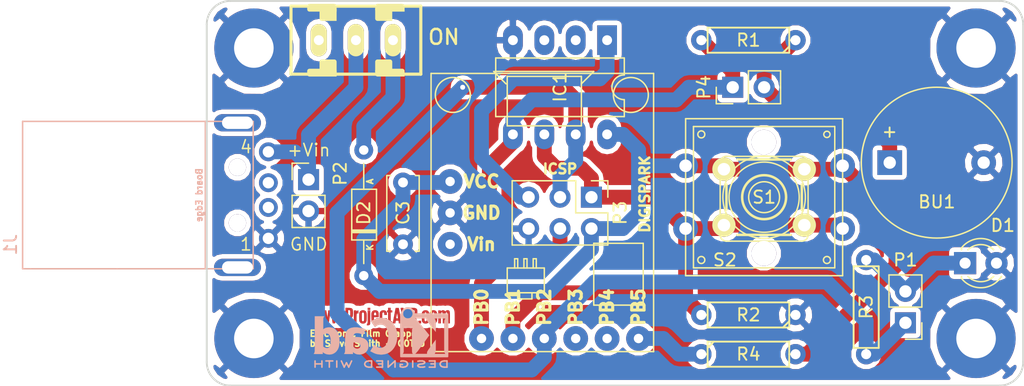
<source format=kicad_pcb>
(kicad_pcb (version 4) (host pcbnew 4.0.5)

  (general
    (links 45)
    (no_connects 0)
    (area 103.165 72.93 193.587858 106.875)
    (thickness 1.6)
    (drawings 16)
    (tracks 110)
    (zones 0)
    (modules 27)
    (nets 20)
  )

  (page A4)
  (layers
    (0 F.Cu signal)
    (31 B.Cu signal)
    (32 B.Adhes user)
    (33 F.Adhes user)
    (34 B.Paste user)
    (35 F.Paste user)
    (36 B.SilkS user)
    (37 F.SilkS user)
    (38 B.Mask user)
    (39 F.Mask user)
    (40 Dwgs.User user)
    (41 Cmts.User user)
    (42 Eco1.User user)
    (43 Eco2.User user)
    (44 Edge.Cuts user)
    (45 Margin user)
    (46 B.CrtYd user hide)
    (47 F.CrtYd user)
    (48 B.Fab user hide)
    (49 F.Fab user)
  )

  (setup
    (last_trace_width 0.25)
    (user_trace_width 0.3)
    (user_trace_width 0.6)
    (user_trace_width 0.9)
    (user_trace_width 1.2)
    (user_trace_width 1.4)
    (user_trace_width 1.6)
    (user_trace_width 1.8)
    (user_trace_width 2)
    (trace_clearance 0.2)
    (zone_clearance 0.381)
    (zone_45_only no)
    (trace_min 0.2)
    (segment_width 0.2)
    (edge_width 0.15)
    (via_size 0.6)
    (via_drill 0.4)
    (via_min_size 0.4)
    (via_min_drill 0.3)
    (uvia_size 0.3)
    (uvia_drill 0.1)
    (uvias_allowed no)
    (uvia_min_size 0.2)
    (uvia_min_drill 0.1)
    (pcb_text_width 0.3)
    (pcb_text_size 1.5 1.5)
    (mod_edge_width 0.15)
    (mod_text_size 0.000001 0.000001)
    (mod_text_width 0.15)
    (pad_size 6.4 6.4)
    (pad_drill 3.2)
    (pad_to_mask_clearance 0.2)
    (aux_axis_origin 0 0)
    (visible_elements 7FFFFF7F)
    (pcbplotparams
      (layerselection 0x010f0_80000001)
      (usegerberextensions true)
      (excludeedgelayer true)
      (linewidth 0.100000)
      (plotframeref false)
      (viasonmask false)
      (mode 1)
      (useauxorigin false)
      (hpglpennumber 1)
      (hpglpenspeed 20)
      (hpglpendiameter 15)
      (hpglpenoverlay 2)
      (psnegative false)
      (psa4output false)
      (plotreference true)
      (plotvalue true)
      (plotinvisibletext false)
      (padsonsilk false)
      (subtractmaskfromsilk false)
      (outputformat 1)
      (mirror false)
      (drillshape 0)
      (scaleselection 1)
      (outputdirectory ""))
  )

  (net 0 "")
  (net 1 VCC)
  (net 2 GNDPWR)
  (net 3 "Net-(AT1-Pad3)")
  (net 4 "Net-(AT1-Pad4)")
  (net 5 "Net-(AT1-Pad5)")
  (net 6 "Net-(AT1-Pad6)")
  (net 7 PB2)
  (net 8 PB1)
  (net 9 PB0)
  (net 10 "Net-(BU1-Pad1)")
  (net 11 "Net-(D1-Pad1)")
  (net 12 VIN)
  (net 13 RESET)
  (net 14 "Net-(IC1-Pad2)")
  (net 15 "Net-(IC1-Pad3)")
  (net 16 "Net-(J1-Pad2)")
  (net 17 "Net-(J1-Pad3)")
  (net 18 "Net-(J1-Pad4)")
  (net 19 "Net-(SW1-Pad1)")

  (net_class Default "This is the default net class."
    (clearance 0.2)
    (trace_width 0.25)
    (via_dia 0.6)
    (via_drill 0.4)
    (uvia_dia 0.3)
    (uvia_drill 0.1)
    (add_net GNDPWR)
    (add_net "Net-(AT1-Pad3)")
    (add_net "Net-(AT1-Pad4)")
    (add_net "Net-(AT1-Pad5)")
    (add_net "Net-(AT1-Pad6)")
    (add_net "Net-(BU1-Pad1)")
    (add_net "Net-(D1-Pad1)")
    (add_net "Net-(IC1-Pad2)")
    (add_net "Net-(IC1-Pad3)")
    (add_net "Net-(J1-Pad2)")
    (add_net "Net-(J1-Pad3)")
    (add_net "Net-(J1-Pad4)")
    (add_net "Net-(SW1-Pad1)")
    (add_net PB0)
    (add_net PB1)
    (add_net PB2)
    (add_net RESET)
    (add_net VCC)
    (add_net VIN)
  )

  (module Buzzers_Beepers:Buzzer_12x9.5RM7.6 (layer F.Cu) (tedit 5927FCA4) (tstamp 59269219)
    (at 175.26 87.376)
    (descr "Generic Buzzer, D12mm height 9.5mm with RM7.6mm")
    (tags buzzer)
    (path /58E69D7E)
    (fp_text reference BU1 (at 3.81 3.175) (layer F.SilkS)
      (effects (font (size 1 1) (thickness 0.15)))
    )
    (fp_text value BUZZER (at 3.8 7.4) (layer F.Fab) hide
      (effects (font (size 1 1) (thickness 0.15)))
    )
    (fp_text user + (at -0.01 -2.54) (layer F.Fab)
      (effects (font (size 1 1) (thickness 0.15)))
    )
    (fp_text user + (at -0.01 -2.54) (layer F.SilkS)
      (effects (font (size 1 1) (thickness 0.15)))
    )
    (fp_text user %R (at 3.8 -4) (layer F.Fab) hide
      (effects (font (size 1 1) (thickness 0.15)))
    )
    (fp_circle (center 3.8 0) (end 10.05 0) (layer F.CrtYd) (width 0.05))
    (fp_circle (center 3.8 0) (end 9.8 0) (layer F.Fab) (width 0.1))
    (fp_circle (center 3.8 0) (end 4.8 0) (layer F.Fab) (width 0.1))
    (fp_circle (center 3.8 0) (end 9.9 0) (layer F.SilkS) (width 0.12))
    (pad 1 thru_hole rect (at 0 0) (size 2 2) (drill 1) (layers *.Cu *.Mask)
      (net 10 "Net-(BU1-Pad1)"))
    (pad 2 thru_hole circle (at 7.6 0) (size 2 2) (drill 1) (layers *.Cu *.Mask)
      (net 2 GNDPWR))
    (model Buzzers_Beepers.3dshapes/Buzzer_12x9.5RM7.6.wrl
      (at (xyz 0.15 0 0))
      (scale (xyz 4 4 4))
      (rotate (xyz 0 0 0))
    )
  )

  (module Capacitors_THT:C_Disc_D6.0mm_W2.5mm_P5.00mm (layer F.Cu) (tedit 5927FC0C) (tstamp 5926922E)
    (at 135.89 93.98 90)
    (descr "C, Disc series, Radial, pin pitch=5.00mm, , diameter*width=6*2.5mm^2, Capacitor, http://cdn-reichelt.de/documents/datenblatt/B300/DS_KERKO_TC.pdf")
    (tags "C Disc series Radial pin pitch 5.00mm  diameter 6mm width 2.5mm Capacitor")
    (path /588241AF)
    (fp_text reference C3 (at 2.54 0 90) (layer F.SilkS)
      (effects (font (size 1 1) (thickness 0.15)))
    )
    (fp_text value 100n (at 2.5 2.31 90) (layer F.Fab) hide
      (effects (font (size 1 1) (thickness 0.15)))
    )
    (fp_text user %R (at 2.5 0 90) (layer F.Fab) hide
      (effects (font (size 1 1) (thickness 0.15)))
    )
    (fp_line (start -0.5 -1.25) (end -0.5 1.25) (layer F.Fab) (width 0.1))
    (fp_line (start -0.5 1.25) (end 5.5 1.25) (layer F.Fab) (width 0.1))
    (fp_line (start 5.5 1.25) (end 5.5 -1.25) (layer F.Fab) (width 0.1))
    (fp_line (start 5.5 -1.25) (end -0.5 -1.25) (layer F.Fab) (width 0.1))
    (fp_line (start -0.56 -1.31) (end 5.56 -1.31) (layer F.SilkS) (width 0.12))
    (fp_line (start -0.56 1.31) (end 5.56 1.31) (layer F.SilkS) (width 0.12))
    (fp_line (start -0.56 -1.31) (end -0.56 -0.996) (layer F.SilkS) (width 0.12))
    (fp_line (start -0.56 0.996) (end -0.56 1.31) (layer F.SilkS) (width 0.12))
    (fp_line (start 5.56 -1.31) (end 5.56 -0.996) (layer F.SilkS) (width 0.12))
    (fp_line (start 5.56 0.996) (end 5.56 1.31) (layer F.SilkS) (width 0.12))
    (fp_line (start -1.05 -1.6) (end -1.05 1.6) (layer F.CrtYd) (width 0.05))
    (fp_line (start -1.05 1.6) (end 6.05 1.6) (layer F.CrtYd) (width 0.05))
    (fp_line (start 6.05 1.6) (end 6.05 -1.6) (layer F.CrtYd) (width 0.05))
    (fp_line (start 6.05 -1.6) (end -1.05 -1.6) (layer F.CrtYd) (width 0.05))
    (pad 1 thru_hole circle (at 0 0 90) (size 1.6 1.6) (drill 0.8) (layers *.Cu *.Mask)
      (net 2 GNDPWR))
    (pad 2 thru_hole circle (at 5 0 90) (size 1.6 1.6) (drill 0.8) (layers *.Cu *.Mask)
      (net 1 VCC))
    (model ${KISYS3DMOD}/Capacitors_THT.3dshapes/C_Disc_D6.0mm_W2.5mm_P5.00mm.wrl
      (at (xyz 0 0 0))
      (scale (xyz 0.393701 0.393701 0.393701))
      (rotate (xyz 0 0 0))
    )
  )

  (module LEDs:LED_D3.0mm (layer F.Cu) (tedit 59281F0E) (tstamp 59269241)
    (at 181.356 95.504)
    (descr "LED, diameter 3.0mm, 2 pins")
    (tags "LED diameter 3.0mm 2 pins")
    (path /5883A6C5)
    (fp_text reference D1 (at 3.048 -3.048) (layer F.SilkS)
      (effects (font (size 1 1) (thickness 0.15)))
    )
    (fp_text value LED (at 1.27 2.96) (layer F.Fab) hide
      (effects (font (size 1 1) (thickness 0.15)))
    )
    (fp_arc (start 1.27 0) (end -0.23 -1.16619) (angle 284.3) (layer F.Fab) (width 0.1))
    (fp_arc (start 1.27 0) (end -0.29 -1.235516) (angle 108.8) (layer F.SilkS) (width 0.12))
    (fp_arc (start 1.27 0) (end -0.29 1.235516) (angle -108.8) (layer F.SilkS) (width 0.12))
    (fp_arc (start 1.27 0) (end 0.229039 -1.08) (angle 87.9) (layer F.SilkS) (width 0.12))
    (fp_arc (start 1.27 0) (end 0.229039 1.08) (angle -87.9) (layer F.SilkS) (width 0.12))
    (fp_circle (center 1.27 0) (end 2.77 0) (layer F.Fab) (width 0.1))
    (fp_line (start -0.23 -1.16619) (end -0.23 1.16619) (layer F.Fab) (width 0.1))
    (fp_line (start -0.29 -1.236) (end -0.29 -1.08) (layer F.SilkS) (width 0.12))
    (fp_line (start -0.29 1.08) (end -0.29 1.236) (layer F.SilkS) (width 0.12))
    (fp_line (start -1.15 -2.25) (end -1.15 2.25) (layer F.CrtYd) (width 0.05))
    (fp_line (start -1.15 2.25) (end 3.7 2.25) (layer F.CrtYd) (width 0.05))
    (fp_line (start 3.7 2.25) (end 3.7 -2.25) (layer F.CrtYd) (width 0.05))
    (fp_line (start 3.7 -2.25) (end -1.15 -2.25) (layer F.CrtYd) (width 0.05))
    (pad 1 thru_hole rect (at 0 0) (size 1.8 1.8) (drill 0.9) (layers *.Cu *.Mask)
      (net 11 "Net-(D1-Pad1)"))
    (pad 2 thru_hole circle (at 2.54 0) (size 1.8 1.8) (drill 0.9) (layers *.Cu *.Mask)
      (net 2 GNDPWR))
    (model LEDs.3dshapes/LED_D3.0mm.wrl
      (at (xyz 0 0 0))
      (scale (xyz 0.393701 0.393701 0.393701))
      (rotate (xyz 0 0 0))
    )
  )

  (module G0TDJ:1N4001_Diode_Case_59-10_Axial (layer F.Cu) (tedit 5927FC0F) (tstamp 59269252)
    (at 132.715 91.44 270)
    (path /58ECDD24)
    (fp_text reference D2 (at 0 0 270) (layer F.SilkS)
      (effects (font (size 1 1) (thickness 0.15)))
    )
    (fp_text value DIODE (at 0 -2.54 270) (layer F.Fab) hide
      (effects (font (size 1 1) (thickness 0.15)))
    )
    (fp_text user K (at 2.794 -0.508 270) (layer F.SilkS)
      (effects (font (size 0.5 0.5) (thickness 0.125)))
    )
    (fp_text user A (at -2.54 -0.508 270) (layer F.SilkS)
      (effects (font (size 0.5 0.5) (thickness 0.125)))
    )
    (fp_line (start -1.9 0) (end -4 0) (layer F.SilkS) (width 0.12))
    (fp_line (start 2.2 0) (end 4.1 0) (layer F.SilkS) (width 0.12))
    (fp_line (start 1.49 -0.93) (end 1.49 0.87) (layer F.SilkS) (width 0.32))
    (fp_line (start 2.19 0.97) (end 2.09 0.97) (layer F.SilkS) (width 0.12))
    (fp_line (start 2.19 -1.03) (end 2.09 -1.03) (layer F.SilkS) (width 0.12))
    (fp_line (start -1.91 -1.03) (end 2.09 -1.03) (layer F.SilkS) (width 0.12))
    (fp_line (start 2.19 -1.03) (end 2.19 0.97) (layer F.SilkS) (width 0.12))
    (fp_line (start 2.09 0.97) (end -1.91 0.97) (layer F.SilkS) (width 0.12))
    (fp_line (start -1.91 0.97) (end -1.91 -1.03) (layer F.SilkS) (width 0.12))
    (pad 2 thru_hole circle (at 5.08 0 270) (size 1.524 1.524) (drill 0.762) (layers *.Cu *.Mask)
      (net 1 VCC))
    (pad 1 thru_hole circle (at -5.08 0 270) (size 1.524 1.524) (drill 0.762) (layers *.Cu *.Mask)
      (net 12 VIN))
  )

  (module Housings_DIP:DIP-8_W7.62mm_LongPads (layer F.Cu) (tedit 5927FBDA) (tstamp 5926926E)
    (at 152.4 77.47 270)
    (descr "8-lead dip package, row spacing 7.62 mm (300 mils), LongPads")
    (tags "DIL DIP PDIP 2.54mm 7.62mm 300mil LongPads")
    (path /58EF359C)
    (fp_text reference IC1 (at 3.81 3.81 270) (layer F.SilkS)
      (effects (font (size 1 1) (thickness 0.15)))
    )
    (fp_text value ATTINY85-P (at 3.81 10.01 270) (layer F.Fab) hide
      (effects (font (size 1 1) (thickness 0.15)))
    )
    (fp_text user %R (at 3.81 3.81 270) (layer F.Fab) hide
      (effects (font (size 1 1) (thickness 0.15)))
    )
    (fp_line (start 1.635 -1.27) (end 6.985 -1.27) (layer F.Fab) (width 0.1))
    (fp_line (start 6.985 -1.27) (end 6.985 8.89) (layer F.Fab) (width 0.1))
    (fp_line (start 6.985 8.89) (end 0.635 8.89) (layer F.Fab) (width 0.1))
    (fp_line (start 0.635 8.89) (end 0.635 -0.27) (layer F.Fab) (width 0.1))
    (fp_line (start 0.635 -0.27) (end 1.635 -1.27) (layer F.Fab) (width 0.1))
    (fp_line (start 2.81 -1.39) (end 1.44 -1.39) (layer F.SilkS) (width 0.12))
    (fp_line (start 1.44 -1.39) (end 1.44 9.01) (layer F.SilkS) (width 0.12))
    (fp_line (start 1.44 9.01) (end 6.18 9.01) (layer F.SilkS) (width 0.12))
    (fp_line (start 6.18 9.01) (end 6.18 -1.39) (layer F.SilkS) (width 0.12))
    (fp_line (start 6.18 -1.39) (end 4.81 -1.39) (layer F.SilkS) (width 0.12))
    (fp_line (start -1.5 -1.6) (end -1.5 9.2) (layer F.CrtYd) (width 0.05))
    (fp_line (start -1.5 9.2) (end 9.1 9.2) (layer F.CrtYd) (width 0.05))
    (fp_line (start 9.1 9.2) (end 9.1 -1.6) (layer F.CrtYd) (width 0.05))
    (fp_line (start 9.1 -1.6) (end -1.5 -1.6) (layer F.CrtYd) (width 0.05))
    (fp_arc (start 3.81 -1.39) (end 2.81 -1.39) (angle -180) (layer F.SilkS) (width 0.12))
    (pad 1 thru_hole rect (at 0 0 270) (size 2.4 1.6) (drill 0.8) (layers *.Cu *.Mask)
      (net 13 RESET))
    (pad 5 thru_hole oval (at 7.62 7.62 270) (size 2.4 1.6) (drill 0.8) (layers *.Cu *.Mask)
      (net 9 PB0))
    (pad 2 thru_hole oval (at 0 2.54 270) (size 2.4 1.6) (drill 0.8) (layers *.Cu *.Mask)
      (net 14 "Net-(IC1-Pad2)"))
    (pad 6 thru_hole oval (at 7.62 5.08 270) (size 2.4 1.6) (drill 0.8) (layers *.Cu *.Mask)
      (net 8 PB1))
    (pad 3 thru_hole oval (at 0 5.08 270) (size 2.4 1.6) (drill 0.8) (layers *.Cu *.Mask)
      (net 15 "Net-(IC1-Pad3)"))
    (pad 7 thru_hole oval (at 7.62 2.54 270) (size 2.4 1.6) (drill 0.8) (layers *.Cu *.Mask)
      (net 7 PB2))
    (pad 4 thru_hole oval (at 0 7.62 270) (size 2.4 1.6) (drill 0.8) (layers *.Cu *.Mask)
      (net 2 GNDPWR))
    (pad 8 thru_hole oval (at 7.62 0 270) (size 2.4 1.6) (drill 0.8) (layers *.Cu *.Mask)
      (net 1 VCC))
    (model ${KISYS3DMOD}/Housings_DIP.3dshapes/DIP-8_W7.62mm_LongPads.wrl
      (at (xyz 0 0 0))
      (scale (xyz 1 1 1))
      (rotate (xyz 0 0 0))
    )
  )

  (module G0TDJ:USB_A_MALE_RA_TH (layer B.Cu) (tedit 591C57AC) (tstamp 59269286)
    (at 122 90.5 90)
    (path /58E8853E)
    (fp_text reference J1 (at -3.51 -17.86 90) (layer B.SilkS)
      (effects (font (size 1 1) (thickness 0.15)) (justify mirror))
    )
    (fp_text value USB_2 (at -6.35 -9.59 180) (layer B.Fab)
      (effects (font (size 1 1) (thickness 0.15)) (justify mirror))
    )
    (fp_text user "Board Edge" (at 0.5 -2.6 90) (layer B.SilkS)
      (effects (font (size 0.5 0.5) (thickness 0.125)) (justify mirror))
    )
    (fp_line (start -5.45 -2.1) (end 6.45 -2.1) (layer B.SilkS) (width 0.12))
    (fp_line (start -5.46 -16.88) (end 6.46 -16.88) (layer B.SilkS) (width 0.12))
    (fp_line (start 6.44 1.77) (end 6.46 1.77) (layer B.SilkS) (width 0.12))
    (fp_line (start 5.54 1.77) (end 6.44 1.77) (layer B.SilkS) (width 0.12))
    (fp_line (start -5.46 1.77) (end 5.54 1.77) (layer B.SilkS) (width 0.12))
    (fp_line (start 6.46 1.77) (end 6.46 -16.88) (layer B.SilkS) (width 0.12))
    (fp_line (start -5.46 -16.83) (end -5.46 -16.88) (layer B.SilkS) (width 0.12))
    (fp_line (start -5.46 -16.73) (end -5.46 -16.83) (layer B.SilkS) (width 0.12))
    (fp_line (start -5.46 -16.23) (end -5.46 -16.73) (layer B.SilkS) (width 0.12))
    (fp_line (start -5.46 1.77) (end -5.46 -9.23) (layer B.SilkS) (width 0.12))
    (fp_line (start -5.46 -9.23) (end -5.46 -16.23) (layer B.SilkS) (width 0.12))
    (pad 2 thru_hole circle (at -0.5 3 90) (size 1.524 1.524) (drill 0.92) (layers *.Cu *.Mask)
      (net 16 "Net-(J1-Pad2)"))
    (pad 3 thru_hole circle (at 1.5 3 90) (size 1.524 1.524) (drill 0.92) (layers *.Cu *.Mask)
      (net 17 "Net-(J1-Pad3)"))
    (pad 1 thru_hole circle (at -3 3 90) (size 1.524 1.524) (drill 0.92) (layers *.Cu *.Mask)
      (net 2 GNDPWR))
    (pad 4 thru_hole circle (at 4 3 90) (size 1.524 1.524) (drill 0.92) (layers *.Cu *.Mask)
      (net 18 "Net-(J1-Pad4)"))
    (pad 6 thru_hole circle (at -1.75 0.5 90) (size 1.4 1.4) (drill 1.4) (layers *.Cu *.Mask))
    (pad 7 thru_hole circle (at 2.75 0.5 90) (size 1.4 1.4) (drill 1.4) (layers *.Cu *.Mask))
    (pad GND thru_hole oval (at 6.35 0.5 90) (size 1.4 3.8) (drill oval 1 2.5) (layers *.Cu *.Mask))
    (pad GND thru_hole oval (at -5.35 0.5 90) (size 1.4 3.8) (drill oval 1 2.5) (layers *.Cu *.Mask))
  )

  (module Pin_Headers:Pin_Header_Straight_1x02_Pitch2.54mm (layer F.Cu) (tedit 5927FCB8) (tstamp 5926929B)
    (at 176.53 100.33 180)
    (descr "Through hole straight pin header, 1x02, 2.54mm pitch, single row")
    (tags "Through hole pin header THT 1x02 2.54mm single row")
    (path /58E88134)
    (fp_text reference P1 (at 0 5.08 180) (layer F.SilkS)
      (effects (font (size 1 1) (thickness 0.15)))
    )
    (fp_text value CONN_2 (at 0 4.87 180) (layer F.Fab) hide
      (effects (font (size 1 1) (thickness 0.15)))
    )
    (fp_line (start -1.27 -1.27) (end -1.27 3.81) (layer F.Fab) (width 0.1))
    (fp_line (start -1.27 3.81) (end 1.27 3.81) (layer F.Fab) (width 0.1))
    (fp_line (start 1.27 3.81) (end 1.27 -1.27) (layer F.Fab) (width 0.1))
    (fp_line (start 1.27 -1.27) (end -1.27 -1.27) (layer F.Fab) (width 0.1))
    (fp_line (start -1.33 1.27) (end -1.33 3.87) (layer F.SilkS) (width 0.12))
    (fp_line (start -1.33 3.87) (end 1.33 3.87) (layer F.SilkS) (width 0.12))
    (fp_line (start 1.33 3.87) (end 1.33 1.27) (layer F.SilkS) (width 0.12))
    (fp_line (start 1.33 1.27) (end -1.33 1.27) (layer F.SilkS) (width 0.12))
    (fp_line (start -1.33 0) (end -1.33 -1.33) (layer F.SilkS) (width 0.12))
    (fp_line (start -1.33 -1.33) (end 0 -1.33) (layer F.SilkS) (width 0.12))
    (fp_line (start -1.8 -1.8) (end -1.8 4.35) (layer F.CrtYd) (width 0.05))
    (fp_line (start -1.8 4.35) (end 1.8 4.35) (layer F.CrtYd) (width 0.05))
    (fp_line (start 1.8 4.35) (end 1.8 -1.8) (layer F.CrtYd) (width 0.05))
    (fp_line (start 1.8 -1.8) (end -1.8 -1.8) (layer F.CrtYd) (width 0.05))
    (fp_text user %R (at 0 -2.33 180) (layer F.Fab) hide
      (effects (font (size 1 1) (thickness 0.15)))
    )
    (pad 1 thru_hole rect (at 0 0 180) (size 1.7 1.7) (drill 1) (layers *.Cu *.Mask)
      (net 7 PB2))
    (pad 2 thru_hole oval (at 0 2.54 180) (size 1.7 1.7) (drill 1) (layers *.Cu *.Mask)
      (net 11 "Net-(D1-Pad1)"))
    (model ${KISYS3DMOD}/Pin_Headers.3dshapes/Pin_Header_Straight_1x02_Pitch2.54mm.wrl
      (at (xyz 0 -0.05 0))
      (scale (xyz 1 1 1))
      (rotate (xyz 0 0 90))
    )
  )

  (module Pin_Headers:Pin_Header_Straight_1x02_Pitch2.54mm (layer F.Cu) (tedit 5927FD0E) (tstamp 592692B0)
    (at 128.25 88.75)
    (descr "Through hole straight pin header, 1x02, 2.54mm pitch, single row")
    (tags "Through hole pin header THT 1x02 2.54mm single row")
    (path /58ECA845)
    (fp_text reference P2 (at 2.56 -0.485 90) (layer F.SilkS)
      (effects (font (size 1 1) (thickness 0.15)))
    )
    (fp_text value CONN_2 (at 0 4.87) (layer F.Fab) hide
      (effects (font (size 1 1) (thickness 0.15)))
    )
    (fp_line (start -1.27 -1.27) (end -1.27 3.81) (layer F.Fab) (width 0.1))
    (fp_line (start -1.27 3.81) (end 1.27 3.81) (layer F.Fab) (width 0.1))
    (fp_line (start 1.27 3.81) (end 1.27 -1.27) (layer F.Fab) (width 0.1))
    (fp_line (start 1.27 -1.27) (end -1.27 -1.27) (layer F.Fab) (width 0.1))
    (fp_line (start -1.33 1.27) (end -1.33 3.87) (layer F.SilkS) (width 0.12))
    (fp_line (start -1.33 3.87) (end 1.33 3.87) (layer F.SilkS) (width 0.12))
    (fp_line (start 1.33 3.87) (end 1.33 1.27) (layer F.SilkS) (width 0.12))
    (fp_line (start 1.33 1.27) (end -1.33 1.27) (layer F.SilkS) (width 0.12))
    (fp_line (start -1.33 0) (end -1.33 -1.33) (layer F.SilkS) (width 0.12))
    (fp_line (start -1.33 -1.33) (end 0 -1.33) (layer F.SilkS) (width 0.12))
    (fp_line (start -1.8 -1.8) (end -1.8 4.35) (layer F.CrtYd) (width 0.05))
    (fp_line (start -1.8 4.35) (end 1.8 4.35) (layer F.CrtYd) (width 0.05))
    (fp_line (start 1.8 4.35) (end 1.8 -1.8) (layer F.CrtYd) (width 0.05))
    (fp_line (start 1.8 -1.8) (end -1.8 -1.8) (layer F.CrtYd) (width 0.05))
    (fp_text user %R (at 0.02 5.865) (layer F.Fab) hide
      (effects (font (size 1 1) (thickness 0.15)))
    )
    (pad 1 thru_hole rect (at 0 0) (size 1.7 1.7) (drill 1) (layers *.Cu *.Mask)
      (net 18 "Net-(J1-Pad4)"))
    (pad 2 thru_hole oval (at 0 2.54) (size 1.7 1.7) (drill 1) (layers *.Cu *.Mask)
      (net 2 GNDPWR))
    (model ${KISYS3DMOD}/Pin_Headers.3dshapes/Pin_Header_Straight_1x02_Pitch2.54mm.wrl
      (at (xyz 0 -0.05 0))
      (scale (xyz 1 1 1))
      (rotate (xyz 0 0 90))
    )
  )

  (module Pin_Headers:Pin_Header_Straight_2x03_Pitch2.54mm (layer F.Cu) (tedit 5927FB8A) (tstamp 592692CB)
    (at 151.13 90.17 270)
    (descr "Through hole straight pin header, 2x03, 2.54mm pitch, double rows")
    (tags "Through hole pin header THT 2x03 2.54mm double row")
    (path /58EF637F)
    (fp_text reference P3 (at 1.27 -2.33 270) (layer F.SilkS)
      (effects (font (size 1 1) (thickness 0.15)))
    )
    (fp_text value CONN_3X2 (at 1.27 7.41 270) (layer F.Fab) hide
      (effects (font (size 1 1) (thickness 0.15)))
    )
    (fp_line (start -1.27 -1.27) (end -1.27 6.35) (layer F.Fab) (width 0.1))
    (fp_line (start -1.27 6.35) (end 3.81 6.35) (layer F.Fab) (width 0.1))
    (fp_line (start 3.81 6.35) (end 3.81 -1.27) (layer F.Fab) (width 0.1))
    (fp_line (start 3.81 -1.27) (end -1.27 -1.27) (layer F.Fab) (width 0.1))
    (fp_line (start -1.33 1.27) (end -1.33 6.41) (layer F.SilkS) (width 0.12))
    (fp_line (start -1.33 6.41) (end 3.87 6.41) (layer F.SilkS) (width 0.12))
    (fp_line (start 3.87 6.41) (end 3.87 -1.33) (layer F.SilkS) (width 0.12))
    (fp_line (start 3.87 -1.33) (end 1.27 -1.33) (layer F.SilkS) (width 0.12))
    (fp_line (start 1.27 -1.33) (end 1.27 1.27) (layer F.SilkS) (width 0.12))
    (fp_line (start 1.27 1.27) (end -1.33 1.27) (layer F.SilkS) (width 0.12))
    (fp_line (start -1.33 0) (end -1.33 -1.33) (layer F.SilkS) (width 0.12))
    (fp_line (start -1.33 -1.33) (end 0 -1.33) (layer F.SilkS) (width 0.12))
    (fp_line (start -1.8 -1.8) (end -1.8 6.85) (layer F.CrtYd) (width 0.05))
    (fp_line (start -1.8 6.85) (end 4.35 6.85) (layer F.CrtYd) (width 0.05))
    (fp_line (start 4.35 6.85) (end 4.35 -1.8) (layer F.CrtYd) (width 0.05))
    (fp_line (start 4.35 -1.8) (end -1.8 -1.8) (layer F.CrtYd) (width 0.05))
    (fp_text user %R (at 1.27 -2.33 270) (layer F.Fab)
      (effects (font (size 1 1) (thickness 0.15)))
    )
    (pad 1 thru_hole rect (at 0 0 270) (size 1.7 1.7) (drill 1) (layers *.Cu *.Mask)
      (net 8 PB1))
    (pad 2 thru_hole oval (at 2.54 0 270) (size 1.7 1.7) (drill 1) (layers *.Cu *.Mask)
      (net 1 VCC))
    (pad 3 thru_hole oval (at 0 2.54 270) (size 1.7 1.7) (drill 1) (layers *.Cu *.Mask)
      (net 7 PB2))
    (pad 4 thru_hole oval (at 2.54 2.54 270) (size 1.7 1.7) (drill 1) (layers *.Cu *.Mask)
      (net 9 PB0))
    (pad 5 thru_hole oval (at 0 5.08 270) (size 1.7 1.7) (drill 1) (layers *.Cu *.Mask)
      (net 13 RESET))
    (pad 6 thru_hole oval (at 2.54 5.08 270) (size 1.7 1.7) (drill 1) (layers *.Cu *.Mask)
      (net 2 GNDPWR))
    (model ${KISYS3DMOD}/Pin_Headers.3dshapes/Pin_Header_Straight_2x03_Pitch2.54mm.wrl
      (at (xyz 0.05 -0.1 0))
      (scale (xyz 1 1 1))
      (rotate (xyz 0 0 90))
    )
  )

  (module Pin_Headers:Pin_Header_Straight_1x02_Pitch2.54mm (layer F.Cu) (tedit 59283C58) (tstamp 592692E0)
    (at 162.56 81.28 90)
    (descr "Through hole straight pin header, 1x02, 2.54mm pitch, single row")
    (tags "Through hole pin header THT 1x02 2.54mm single row")
    (path /5921CE33)
    (fp_text reference P4 (at 0 -2.33 90) (layer F.SilkS)
      (effects (font (size 1 1) (thickness 0.15)))
    )
    (fp_text value CONN_2 (at 0 4.87 90) (layer F.Fab) hide
      (effects (font (size 1 1) (thickness 0.15)))
    )
    (fp_line (start -1.27 -1.27) (end -1.27 3.81) (layer F.Fab) (width 0.1))
    (fp_line (start -1.27 3.81) (end 1.27 3.81) (layer F.Fab) (width 0.1))
    (fp_line (start 1.27 3.81) (end 1.27 -1.27) (layer F.Fab) (width 0.1))
    (fp_line (start 1.27 -1.27) (end -1.27 -1.27) (layer F.Fab) (width 0.1))
    (fp_line (start -1.33 1.27) (end -1.33 3.87) (layer F.SilkS) (width 0.12))
    (fp_line (start -1.33 3.87) (end 1.33 3.87) (layer F.SilkS) (width 0.12))
    (fp_line (start 1.33 3.87) (end 1.33 1.27) (layer F.SilkS) (width 0.12))
    (fp_line (start 1.33 1.27) (end -1.33 1.27) (layer F.SilkS) (width 0.12))
    (fp_line (start -1.33 0) (end -1.33 -1.33) (layer F.SilkS) (width 0.12))
    (fp_line (start -1.33 -1.33) (end 0 -1.33) (layer F.SilkS) (width 0.12))
    (fp_line (start -1.8 -1.8) (end -1.8 4.35) (layer F.CrtYd) (width 0.05))
    (fp_line (start -1.8 4.35) (end 1.8 4.35) (layer F.CrtYd) (width 0.05))
    (fp_line (start 1.8 4.35) (end 1.8 -1.8) (layer F.CrtYd) (width 0.05))
    (fp_line (start 1.8 -1.8) (end -1.8 -1.8) (layer F.CrtYd) (width 0.05))
    (fp_text user %R (at 0 -2.33 90) (layer F.Fab) hide
      (effects (font (size 1 1) (thickness 0.15)))
    )
    (pad 1 thru_hole rect (at 0 0 90) (size 1.7 1.7) (drill 1) (layers *.Cu *.Mask)
      (net 9 PB0))
    (pad 2 thru_hole oval (at 0 2.54 90) (size 1.7 1.7) (drill 1) (layers *.Cu *.Mask)
      (net 10 "Net-(BU1-Pad1)"))
    (model ${KISYS3DMOD}/Pin_Headers.3dshapes/Pin_Header_Straight_1x02_Pitch2.54mm.wrl
      (at (xyz 0 -0.05 0))
      (scale (xyz 1 1 1))
      (rotate (xyz 0 0 90))
    )
  )

  (module Discret:R3-LARGE_PADS (layer F.Cu) (tedit 5927FD66) (tstamp 592692EE)
    (at 163.83 77.47 180)
    (descr "Resitance 3 pas")
    (tags R)
    (path /58E6A2CE)
    (fp_text reference R1 (at 0 0 180) (layer F.SilkS)
      (effects (font (size 1 1) (thickness 0.15)))
    )
    (fp_text value 51r (at 0 0 180) (layer F.Fab) hide
      (effects (font (size 1 1) (thickness 0.15)))
    )
    (fp_line (start -3.81 0) (end -3.302 0) (layer F.SilkS) (width 0.15))
    (fp_line (start 3.81 0) (end 3.302 0) (layer F.SilkS) (width 0.15))
    (fp_line (start 3.302 0) (end 3.302 -1.016) (layer F.SilkS) (width 0.15))
    (fp_line (start 3.302 -1.016) (end -3.302 -1.016) (layer F.SilkS) (width 0.15))
    (fp_line (start -3.302 -1.016) (end -3.302 1.016) (layer F.SilkS) (width 0.15))
    (fp_line (start -3.302 1.016) (end 3.302 1.016) (layer F.SilkS) (width 0.15))
    (fp_line (start 3.302 1.016) (end 3.302 0) (layer F.SilkS) (width 0.15))
    (fp_line (start -3.302 -0.508) (end -2.794 -1.016) (layer F.SilkS) (width 0.15))
    (pad 1 thru_hole circle (at -3.81 0 180) (size 1.651 1.651) (drill 0.8128) (layers *.Cu *.Mask)
      (net 10 "Net-(BU1-Pad1)"))
    (pad 2 thru_hole circle (at 3.81 0 180) (size 1.651 1.651) (drill 0.8128) (layers *.Cu *.Mask)
      (net 9 PB0))
    (model Discret.3dshapes/R3-LARGE_PADS.wrl
      (at (xyz 0 0 0))
      (scale (xyz 0.3 0.3 0.3))
      (rotate (xyz 0 0 0))
    )
  )

  (module Discret:R3-LARGE_PADS (layer F.Cu) (tedit 5927FB6D) (tstamp 592692FC)
    (at 163.83 99.695 180)
    (descr "Resitance 3 pas")
    (tags R)
    (path /58E68231)
    (fp_text reference R2 (at 0 0 180) (layer F.SilkS)
      (effects (font (size 1 1) (thickness 0.15)))
    )
    (fp_text value 10k (at 0 0 180) (layer F.Fab) hide
      (effects (font (size 1 1) (thickness 0.15)))
    )
    (fp_line (start -3.81 0) (end -3.302 0) (layer F.SilkS) (width 0.15))
    (fp_line (start 3.81 0) (end 3.302 0) (layer F.SilkS) (width 0.15))
    (fp_line (start 3.302 0) (end 3.302 -1.016) (layer F.SilkS) (width 0.15))
    (fp_line (start 3.302 -1.016) (end -3.302 -1.016) (layer F.SilkS) (width 0.15))
    (fp_line (start -3.302 -1.016) (end -3.302 1.016) (layer F.SilkS) (width 0.15))
    (fp_line (start -3.302 1.016) (end 3.302 1.016) (layer F.SilkS) (width 0.15))
    (fp_line (start 3.302 1.016) (end 3.302 0) (layer F.SilkS) (width 0.15))
    (fp_line (start -3.302 -0.508) (end -2.794 -1.016) (layer F.SilkS) (width 0.15))
    (pad 1 thru_hole circle (at -3.81 0 180) (size 1.651 1.651) (drill 0.8128) (layers *.Cu *.Mask)
      (net 2 GNDPWR))
    (pad 2 thru_hole circle (at 3.81 0 180) (size 1.651 1.651) (drill 0.8128) (layers *.Cu *.Mask)
      (net 8 PB1))
    (model Discret.3dshapes/R3-LARGE_PADS.wrl
      (at (xyz 0 0 0))
      (scale (xyz 0.3 0.3 0.3))
      (rotate (xyz 0 0 0))
    )
  )

  (module Discret:R3-LARGE_PADS (layer F.Cu) (tedit 5927FB68) (tstamp 5926930A)
    (at 173.355 99.06 270)
    (descr "Resitance 3 pas")
    (tags R)
    (path /5883AC0B)
    (fp_text reference R3 (at 0 0 270) (layer F.SilkS)
      (effects (font (size 1 1) (thickness 0.15)))
    )
    (fp_text value 330r (at 0 0 270) (layer F.Fab) hide
      (effects (font (size 1 1) (thickness 0.15)))
    )
    (fp_line (start -3.81 0) (end -3.302 0) (layer F.SilkS) (width 0.15))
    (fp_line (start 3.81 0) (end 3.302 0) (layer F.SilkS) (width 0.15))
    (fp_line (start 3.302 0) (end 3.302 -1.016) (layer F.SilkS) (width 0.15))
    (fp_line (start 3.302 -1.016) (end -3.302 -1.016) (layer F.SilkS) (width 0.15))
    (fp_line (start -3.302 -1.016) (end -3.302 1.016) (layer F.SilkS) (width 0.15))
    (fp_line (start -3.302 1.016) (end 3.302 1.016) (layer F.SilkS) (width 0.15))
    (fp_line (start 3.302 1.016) (end 3.302 0) (layer F.SilkS) (width 0.15))
    (fp_line (start -3.302 -0.508) (end -2.794 -1.016) (layer F.SilkS) (width 0.15))
    (pad 1 thru_hole circle (at -3.81 0 270) (size 1.651 1.651) (drill 0.8128) (layers *.Cu *.Mask)
      (net 11 "Net-(D1-Pad1)"))
    (pad 2 thru_hole circle (at 3.81 0 270) (size 1.651 1.651) (drill 0.8128) (layers *.Cu *.Mask)
      (net 7 PB2))
    (model Discret.3dshapes/R3-LARGE_PADS.wrl
      (at (xyz 0 0 0))
      (scale (xyz 0.3 0.3 0.3))
      (rotate (xyz 0 0 0))
    )
  )

  (module Discret:R3-LARGE_PADS (layer F.Cu) (tedit 5927FB71) (tstamp 59269318)
    (at 163.83 102.87)
    (descr "Resitance 3 pas")
    (tags R)
    (path /5882492A)
    (fp_text reference R4 (at 0 0) (layer F.SilkS)
      (effects (font (size 1 1) (thickness 0.15)))
    )
    (fp_text value 10K (at 0 0) (layer F.Fab) hide
      (effects (font (size 1 1) (thickness 0.15)))
    )
    (fp_line (start -3.81 0) (end -3.302 0) (layer F.SilkS) (width 0.15))
    (fp_line (start 3.81 0) (end 3.302 0) (layer F.SilkS) (width 0.15))
    (fp_line (start 3.302 0) (end 3.302 -1.016) (layer F.SilkS) (width 0.15))
    (fp_line (start 3.302 -1.016) (end -3.302 -1.016) (layer F.SilkS) (width 0.15))
    (fp_line (start -3.302 -1.016) (end -3.302 1.016) (layer F.SilkS) (width 0.15))
    (fp_line (start -3.302 1.016) (end 3.302 1.016) (layer F.SilkS) (width 0.15))
    (fp_line (start 3.302 1.016) (end 3.302 0) (layer F.SilkS) (width 0.15))
    (fp_line (start -3.302 -0.508) (end -2.794 -1.016) (layer F.SilkS) (width 0.15))
    (pad 1 thru_hole circle (at -3.81 0) (size 1.651 1.651) (drill 0.8128) (layers *.Cu *.Mask)
      (net 4 "Net-(AT1-Pad4)"))
    (pad 2 thru_hole circle (at 3.81 0) (size 1.651 1.651) (drill 0.8128) (layers *.Cu *.Mask)
      (net 1 VCC))
    (model Discret.3dshapes/R3-LARGE_PADS.wrl
      (at (xyz 0 0 0))
      (scale (xyz 0.3 0.3 0.3))
      (rotate (xyz 0 0 0))
    )
  )

  (module G0TDJ:Omron_B3F_Tact_Switch (layer F.Cu) (tedit 5927FCC7) (tstamp 59269339)
    (at 163.83 90.17 180)
    (path /591C45F2)
    (fp_text reference S1 (at -1.27 0 180) (layer F.SilkS)
      (effects (font (size 1 1) (thickness 0.15)))
    )
    (fp_text value TAC_SWITCH (at -1.27 -7.366 180) (layer F.Fab) hide
      (effects (font (size 1 1) (thickness 0.15)))
    )
    (fp_line (start 2.286 2.794) (end 2.286 -3.048) (layer F.SilkS) (width 0.12))
    (fp_line (start -4.318 3.302) (end 1.778 3.302) (layer F.SilkS) (width 0.12))
    (fp_line (start -4.826 -3.048) (end -4.826 2.794) (layer F.SilkS) (width 0.12))
    (fp_line (start 1.778 -3.556) (end -4.318 -3.556) (layer F.SilkS) (width 0.12))
    (fp_arc (start -4.318 2.794) (end -4.318 3.302) (angle 90) (layer F.SilkS) (width 0.12))
    (fp_arc (start 1.778 2.794) (end 2.286 2.794) (angle 90) (layer F.SilkS) (width 0.12))
    (fp_arc (start 1.778 -3.048) (end 1.778 -3.556) (angle 90) (layer F.SilkS) (width 0.12))
    (fp_arc (start -4.318 -3.048) (end -4.826 -3.048) (angle 90) (layer F.SilkS) (width 0.12))
    (fp_circle (center -6.35 5.08) (end -6.35 5.334) (layer F.SilkS) (width 0.12))
    (fp_circle (center 3.81 5.08) (end 3.937 5.334) (layer F.SilkS) (width 0.12))
    (fp_circle (center 3.81 -5.08) (end 3.937 -4.826) (layer F.SilkS) (width 0.12))
    (fp_circle (center -6.35 -5.08) (end -6.223 -4.826) (layer F.SilkS) (width 0.12))
    (fp_line (start -6.985 -5.715) (end -6.985 5.715) (layer F.SilkS) (width 0.12))
    (fp_line (start -6.985 5.715) (end 4.445 5.715) (layer F.SilkS) (width 0.12))
    (fp_line (start 4.445 5.715) (end 4.445 -5.715) (layer F.SilkS) (width 0.12))
    (fp_line (start 4.445 -5.715) (end -6.985 -5.715) (layer F.SilkS) (width 0.12))
    (fp_line (start -7.62 -6.35) (end -7.62 6.35) (layer F.SilkS) (width 0.12))
    (fp_line (start -7.62 6.35) (end 5.08 6.35) (layer F.SilkS) (width 0.12))
    (fp_line (start 5.08 6.35) (end 5.08 -6.35) (layer F.SilkS) (width 0.12))
    (fp_line (start 5.08 -6.35) (end -7.62 -6.35) (layer F.SilkS) (width 0.12))
    (fp_circle (center -1.27 0) (end -0.762 1.143) (layer F.SilkS) (width 0.12))
    (fp_circle (center -1.27 0) (end 0.889 2.54) (layer F.SilkS) (width 0.12))
    (fp_circle (center -1.27 0) (end 0 2.54) (layer F.SilkS) (width 0.12))
    (pad 1 thru_hole circle (at -7.62 -2.54 180) (size 2 2) (drill 1.016) (layers *.Cu *.Mask)
      (net 8 PB1))
    (pad 2 thru_hole circle (at 5.08 -2.54 180) (size 2 2) (drill 1.016) (layers *.Cu *.Mask)
      (net 8 PB1))
    (pad 3 thru_hole circle (at 5.08 2.54 180) (size 2 2) (drill 1.016) (layers *.Cu *.Mask)
      (net 1 VCC))
    (pad 4 thru_hole circle (at -7.62 2.54 180) (size 2 2) (drill 1.016) (layers *.Cu *.Mask)
      (net 1 VCC))
    (pad 5 thru_hole circle (at -1.25 -4.55 180) (size 2 2) (drill 2) (layers *.Cu *.Mask))
    (pad 6 thru_hole circle (at -1.25 4.45 180) (size 2 2) (drill 2) (layers *.Cu *.Mask))
  )

  (module G0TDJ:TACTILE-PTH (layer F.Cu) (tedit 5927FCD2) (tstamp 59269355)
    (at 165.1 90.17 180)
    (descr "<b>OMRON SWITCH</b>")
    (path /591C6D78)
    (solder_mask_margin 0.1)
    (fp_text reference S2 (at 3.175 -5.08 180) (layer F.SilkS)
      (effects (font (size 1 1) (thickness 0.15)))
    )
    (fp_text value TAC_SWITCH (at 0.254 4.064 180) (layer F.SilkS) hide
      (effects (font (size 1 0.9) (thickness 0.15)))
    )
    (fp_line (start 3.048 -1.016) (end 3.048 -2.54) (layer Dwgs.User) (width 0.2032))
    (fp_line (start 3.048 -2.54) (end 2.54 -3.048) (layer Dwgs.User) (width 0.2032))
    (fp_line (start 2.54 3.048) (end 3.048 2.54) (layer Dwgs.User) (width 0.2032))
    (fp_line (start 3.048 2.54) (end 3.048 1.016) (layer Dwgs.User) (width 0.2032))
    (fp_line (start -2.54 -3.048) (end -3.048 -2.54) (layer Dwgs.User) (width 0.2032))
    (fp_line (start -3.048 -2.54) (end -3.048 -1.016) (layer Dwgs.User) (width 0.2032))
    (fp_line (start -2.54 3.048) (end -3.048 2.54) (layer Dwgs.User) (width 0.2032))
    (fp_line (start -3.048 2.54) (end -3.048 1.016) (layer Dwgs.User) (width 0.2032))
    (fp_line (start 2.54 3.048) (end 2.159 3.048) (layer Dwgs.User) (width 0.2032))
    (fp_line (start -2.54 3.048) (end -2.159 3.048) (layer Dwgs.User) (width 0.2032))
    (fp_line (start -2.54 -3.048) (end -2.159 -3.048) (layer Dwgs.User) (width 0.2032))
    (fp_line (start 2.54 -3.048) (end 2.159 -3.048) (layer Dwgs.User) (width 0.2032))
    (fp_line (start 2.159 -3.048) (end -2.159 -3.048) (layer F.SilkS) (width 0.2032))
    (fp_line (start -2.159 3.048) (end 2.159 3.048) (layer F.SilkS) (width 0.2032))
    (fp_line (start 3.048 -0.998) (end 3.048 1.016) (layer F.SilkS) (width 0.2032))
    (fp_line (start -3.048 -1.028) (end -3.048 1.016) (layer F.SilkS) (width 0.2032))
    (fp_line (start -2.54 -1.27) (end -2.54 -0.508) (layer Dwgs.User) (width 0.2032))
    (fp_line (start -2.54 0.508) (end -2.54 1.27) (layer Dwgs.User) (width 0.2032))
    (fp_line (start -2.54 -0.508) (end -2.159 0.381) (layer Dwgs.User) (width 0.2032))
    (fp_circle (center 0 0) (end 1.778 0) (layer F.SilkS) (width 0.2032))
    (pad 1 thru_hole circle (at -3.2512 -2.2606 180) (size 1.8796 1.8796) (drill 1.016) (layers *.Cu *.Mask F.SilkS)
      (net 8 PB1) (solder_mask_margin 0.2))
    (pad 2 thru_hole circle (at 3.2512 -2.2606 180) (size 1.8796 1.8796) (drill 1.016) (layers *.Cu *.Mask F.SilkS)
      (net 8 PB1) (solder_mask_margin 0.2))
    (pad 3 thru_hole circle (at -3.2512 2.2606 180) (size 1.8796 1.8796) (drill 1.016) (layers *.Cu *.Mask F.SilkS)
      (net 1 VCC) (solder_mask_margin 0.2))
    (pad 4 thru_hole circle (at 3.2512 2.2606 180) (size 1.8796 1.8796) (drill 1.016) (layers *.Cu *.Mask F.SilkS)
      (net 1 VCC) (solder_mask_margin 0.2))
  )

  (module G0TDJ:SPDT_SWITCH_PCB (layer F.Cu) (tedit 5927FC20) (tstamp 59269368)
    (at 132.08 77.47)
    (path /58E639BC)
    (solder_mask_margin 0.1)
    (fp_text reference SW1 (at 0 -3.556) (layer F.SilkS) hide
      (effects (font (size 1 0.9) (thickness 0.05)))
    )
    (fp_text value SPDT_SWITCH (at -3.302 3.81) (layer F.SilkS) hide
      (effects (font (size 1 0.9) (thickness 0.05)))
    )
    (fp_line (start -5.25 -2.75) (end 5.25 -2.75) (layer F.SilkS) (width 0.254))
    (fp_line (start 5.25 -2.75) (end 5.25 2.75) (layer F.SilkS) (width 0.254))
    (fp_line (start 5.25 2.75) (end -5.25 2.75) (layer F.SilkS) (width 0.254))
    (fp_line (start -5.25 2.75) (end -5.25 -2.75) (layer F.SilkS) (width 0.254))
    (fp_poly (pts (xy -3.75 2.5) (xy -1.75 2.5) (xy -1.75 2.75) (xy -3.75 2.75)) (layer F.SilkS) (width 0.381))
    (fp_poly (pts (xy -2.75 1.75) (xy -1.75 1.75) (xy -1.75 2.5) (xy -2.75 2.5)) (layer F.SilkS) (width 0.381))
    (fp_poly (pts (xy -3.75 -2.75) (xy -1.75 -2.75) (xy -1.75 -2.5) (xy -3.75 -2.5)) (layer F.SilkS) (width 0.381))
    (fp_poly (pts (xy -2.75 -2.5) (xy -1.75 -2.5) (xy -1.75 -1.75) (xy -2.75 -1.75)) (layer F.SilkS) (width 0.381))
    (fp_poly (pts (xy 1.75 -2.75) (xy 3.75 -2.75) (xy 3.75 -2.5) (xy 1.75 -2.5)) (layer F.SilkS) (width 0.381))
    (fp_poly (pts (xy 1.75 -2.5) (xy 2.75 -2.5) (xy 2.75 -1.75) (xy 1.75 -1.75)) (layer F.SilkS) (width 0.381))
    (fp_poly (pts (xy 1.75 2.5) (xy 3.75 2.5) (xy 3.75 2.75) (xy 1.75 2.75)) (layer F.SilkS) (width 0.381))
    (fp_poly (pts (xy 1.75 1.75) (xy 2.75 1.75) (xy 2.75 2.5) (xy 1.75 2.5)) (layer F.SilkS) (width 0.381))
    (pad 1 thru_hole oval (at -3 0 90) (size 2.616 1.308) (drill 0.8) (layers *.Cu *.Mask F.SilkS)
      (net 19 "Net-(SW1-Pad1)") (solder_mask_margin 0.2))
    (pad COM thru_hole oval (at 0 0 90) (size 2.616 1.308) (drill 0.8) (layers *.Cu *.Mask F.SilkS)
      (net 18 "Net-(J1-Pad4)") (solder_mask_margin 0.2))
    (pad 2 thru_hole oval (at 3 0 90) (size 2.616 1.308) (drill 0.8) (layers *.Cu *.Mask F.SilkS)
      (net 12 VIN) (solder_mask_margin 0.2))
  )

  (module G0TDJ:Digispark_ATTiny85 (layer F.Cu) (tedit 59281CC9) (tstamp 5926C65F)
    (at 147.32 88.9 270)
    (path /59269E16)
    (fp_text reference AT1 (at -6.89 10.19 270) (layer F.SilkS) hide
      (effects (font (size 1 1) (thickness 0.15)))
    )
    (fp_text value Digispark_ATTiny85 (at 15.24 0.635 360) (layer F.SilkS) hide
      (effects (font (size 1 1) (thickness 0.15)))
    )
    (fp_line (start -8.74 -8.84) (end 13.76 -8.84) (layer F.SilkS) (width 0.12))
    (fp_line (start -8.74 9.16) (end 13.76 9.16) (layer F.SilkS) (width 0.12))
    (fp_line (start 13.9 9.3) (end -8.9 9.3) (layer F.CrtYd) (width 0.12))
    (fp_line (start -8.9 -9) (end 13.8 -9) (layer F.CrtYd) (width 0.12))
    (fp_text user PB0 (at 10.16 5.08 270) (layer F.SilkS)
      (effects (font (size 1 1) (thickness 0.25)))
    )
    (fp_text user PB1 (at 10.16 2.54 270) (layer F.SilkS)
      (effects (font (size 1 1) (thickness 0.25)))
    )
    (fp_text user PB2 (at 10.16 0 270) (layer F.SilkS)
      (effects (font (size 1 1) (thickness 0.25)))
    )
    (fp_text user PB3 (at 10.16 -2.54 270) (layer F.SilkS)
      (effects (font (size 1 1) (thickness 0.25)))
    )
    (fp_text user PB4 (at 10.16 -5.08 270) (layer F.SilkS)
      (effects (font (size 1 1) (thickness 0.25)))
    )
    (fp_text user PB5 (at 10.16 -7.62 270) (layer F.SilkS)
      (effects (font (size 1 1) (thickness 0.25)))
    )
    (fp_text user Vin (at 5.08 5.08 360) (layer F.SilkS)
      (effects (font (size 1 1) (thickness 0.25)))
    )
    (fp_text user GND (at 2.54 5.08 360) (layer F.SilkS)
      (effects (font (size 1 1) (thickness 0.25)))
    )
    (fp_text user VCC (at 0 5.08 360) (layer F.SilkS)
      (effects (font (size 1 1) (thickness 0.25)))
    )
    (fp_line (start 7 2.15) (end 6.25 2.15) (layer F.SilkS) (width 0.12))
    (fp_line (start 6.25 2.15) (end 6.25 2.4) (layer F.SilkS) (width 0.12))
    (fp_line (start 6.25 2.4) (end 7 2.4) (layer F.SilkS) (width 0.12))
    (fp_line (start 7 1.4) (end 6.25 1.4) (layer F.SilkS) (width 0.12))
    (fp_line (start 6.25 1.4) (end 6.25 1.65) (layer F.SilkS) (width 0.12))
    (fp_line (start 6.25 1.65) (end 7 1.65) (layer F.SilkS) (width 0.12))
    (fp_line (start 7 0.65) (end 6.25 0.65) (layer F.SilkS) (width 0.12))
    (fp_line (start 6.25 0.65) (end 6.25 0.9) (layer F.SilkS) (width 0.12))
    (fp_line (start 6.25 0.9) (end 7 0.9) (layer F.SilkS) (width 0.12))
    (fp_line (start 9 1) (end 9.5 1) (layer F.SilkS) (width 0.12))
    (fp_line (start 9.5 1) (end 9.5 2) (layer F.SilkS) (width 0.12))
    (fp_line (start 9.5 2) (end 9 2) (layer F.SilkS) (width 0.12))
    (fp_line (start -8.9 -9) (end -8.9 9.3) (layer F.CrtYd) (width 0.12))
    (fp_line (start 13.9 9.3) (end 13.9 -9) (layer F.CrtYd) (width 0.12))
    (fp_line (start 13.9 -9) (end 13.8 -9) (layer F.CrtYd) (width 0.12))
    (fp_text user ATTiny85 (at 10.9 10.2 270) (layer Eco2.User) hide
      (effects (font (size 1 1) (thickness 0.15)))
    )
    (fp_line (start -7.9 -3) (end -8.9 -4) (layer F.SilkS) (width 0.12))
    (fp_line (start -8.9 -4) (end -8.9 4) (layer F.SilkS) (width 0.12))
    (fp_line (start -8.9 4.1) (end -7.9 3.1) (layer F.SilkS) (width 0.12))
    (fp_line (start -8.5 -3) (end -4.5 -3) (layer F.SilkS) (width 0.12))
    (fp_line (start -4.5 -3) (end -4.5 3) (layer F.SilkS) (width 0.12))
    (fp_line (start -4.5 3) (end -8.5 3) (layer F.SilkS) (width 0.12))
    (fp_line (start -8.5 3) (end -8.5 -3) (layer F.SilkS) (width 0.12))
    (fp_circle (center -7 7.4) (end -6 8.4) (layer F.SilkS) (width 0.12))
    (fp_circle (center -7 -7) (end -6 -6) (layer F.SilkS) (width 0.12))
    (fp_line (start 7 0) (end 7 3) (layer F.SilkS) (width 0.12))
    (fp_line (start 7 3) (end 9 3) (layer F.SilkS) (width 0.12))
    (fp_line (start 9 3) (end 9 0) (layer F.SilkS) (width 0.12))
    (fp_line (start 9 0) (end 7 0) (layer F.SilkS) (width 0.12))
    (fp_line (start 5 -8) (end 5 -4) (layer F.SilkS) (width 0.12))
    (fp_line (start 5 -4) (end 10 -4) (layer F.SilkS) (width 0.12))
    (fp_line (start 10 -4) (end 10 -8) (layer F.SilkS) (width 0.12))
    (fp_line (start 10 -8) (end 5 -8) (layer F.SilkS) (width 0.12))
    (fp_line (start 13.76 9.16) (end 13.76 -8.84) (layer F.SilkS) (width 0.12))
    (fp_line (start -8.74 -8.84) (end -8.74 9.16) (layer F.SilkS) (width 0.12))
    (pad 1 thru_hole circle (at 0 7.62 270) (size 2 2) (drill 0.762) (layers *.Cu *.Mask)
      (net 1 VCC))
    (pad 2 thru_hole circle (at 2.54 7.62 270) (size 2 2) (drill 0.762) (layers *.Cu *.Mask)
      (net 2 GNDPWR))
    (pad 3 thru_hole circle (at 5.08 7.62 270) (size 2 2) (drill 0.762) (layers *.Cu *.Mask)
      (net 3 "Net-(AT1-Pad3)"))
    (pad 4 thru_hole circle (at 12.7 -7.62 270) (size 2 2) (drill 0.762) (layers *.Cu *.Mask)
      (net 4 "Net-(AT1-Pad4)"))
    (pad 5 thru_hole circle (at 12.7 -5.08 270) (size 2 2) (drill 0.762) (layers *.Cu *.Mask)
      (net 5 "Net-(AT1-Pad5)"))
    (pad 6 thru_hole circle (at 12.7 -2.54 270) (size 2 2) (drill 0.762) (layers *.Cu *.Mask)
      (net 6 "Net-(AT1-Pad6)"))
    (pad 7 thru_hole circle (at 12.7 0 270) (size 2 2) (drill 0.762) (layers *.Cu *.Mask)
      (net 7 PB2))
    (pad 8 thru_hole circle (at 12.7 2.54 270) (size 2 2) (drill 0.762) (layers *.Cu *.Mask)
      (net 8 PB1))
    (pad 9 thru_hole circle (at 12.7 5.08 270) (size 2 2) (drill 0.762) (layers *.Cu *.Mask)
      (net 9 PB0))
  )

  (module Mounting_Holes:MountingHole_3.2mm_M3_Pad (layer F.Cu) (tedit 59282086) (tstamp 5926C69D)
    (at 123.825 78.105)
    (descr "Mounting Hole 3.2mm, M3")
    (tags "mounting hole 3.2mm m3")
    (fp_text reference REF** (at 0 -4.2) (layer F.SilkS) hide
      (effects (font (size 1 1) (thickness 0.15)))
    )
    (fp_text value MountingHole_3.2mm_M3_Pad (at 0 4.2) (layer F.Fab) hide
      (effects (font (size 1 1) (thickness 0.15)))
    )
    (fp_circle (center 0 0) (end 3.2 0) (layer Cmts.User) (width 0.15))
    (fp_circle (center 0 0) (end 3.45 0) (layer F.CrtYd) (width 0.05))
    (pad 1 thru_hole circle (at 0 0) (size 6.4 6.4) (drill 3.2) (layers *.Cu *.Mask)
      (net 2 GNDPWR))
  )

  (module Mounting_Holes:MountingHole_3.2mm_M3_Pad (layer F.Cu) (tedit 59282094) (tstamp 5926C6A4)
    (at 123.825 101.6)
    (descr "Mounting Hole 3.2mm, M3")
    (tags "mounting hole 3.2mm m3")
    (fp_text reference REF** (at 0 -4.2) (layer F.SilkS) hide
      (effects (font (size 1 1) (thickness 0.15)))
    )
    (fp_text value MountingHole_3.2mm_M3_Pad (at 0 4.2) (layer F.Fab) hide
      (effects (font (size 1 1) (thickness 0.15)))
    )
    (fp_circle (center 0 0) (end 3.2 0) (layer Cmts.User) (width 0.15))
    (fp_circle (center 0 0) (end 3.45 0) (layer F.CrtYd) (width 0.05))
    (pad 1 thru_hole circle (at 0 0) (size 6.4 6.4) (drill 3.2) (layers *.Cu *.Mask)
      (net 2 GNDPWR))
  )

  (module Mounting_Holes:MountingHole_3.2mm_M3_Pad (layer F.Cu) (tedit 5928209E) (tstamp 5926C6AB)
    (at 182.245 101.6)
    (descr "Mounting Hole 3.2mm, M3")
    (tags "mounting hole 3.2mm m3")
    (fp_text reference REF** (at 0 -4.2) (layer F.SilkS) hide
      (effects (font (size 1 1) (thickness 0.15)))
    )
    (fp_text value MountingHole_3.2mm_M3_Pad (at 0 4.2) (layer F.Fab) hide
      (effects (font (size 1 1) (thickness 0.15)))
    )
    (fp_circle (center 0 0) (end 3.2 0) (layer Cmts.User) (width 0.15))
    (fp_circle (center 0 0) (end 3.45 0) (layer F.CrtYd) (width 0.05))
    (pad 1 thru_hole circle (at 0 0) (size 6.4 6.4) (drill 3.2) (layers *.Cu *.Mask)
      (net 2 GNDPWR))
  )

  (module Mounting_Holes:MountingHole_3.2mm_M3_Pad (layer F.Cu) (tedit 59282099) (tstamp 5926C6F1)
    (at 182.245 78.105)
    (descr "Mounting Hole 3.2mm, M3")
    (tags "mounting hole 3.2mm m3")
    (fp_text reference REF** (at 0 -4.2) (layer F.SilkS) hide
      (effects (font (size 1 1) (thickness 0.15)))
    )
    (fp_text value MountingHole_3.2mm_M3_Pad (at 0 4.2) (layer F.Fab) hide
      (effects (font (size 1 1) (thickness 0.15)))
    )
    (fp_circle (center 0 0) (end 3.2 0) (layer Cmts.User) (width 0.15))
    (fp_circle (center 0 0) (end 3.45 0) (layer F.CrtYd) (width 0.05))
    (pad 1 thru_hole circle (at 0 0) (size 6.4 6.4) (drill 3.2) (layers *.Cu *.Mask)
      (net 2 GNDPWR))
  )

  (module G0TDJ:OSHW_Logo_6.4mm_F.CU (layer F.Cu) (tedit 0) (tstamp 59280BAF)
    (at 172.72 78.74)
    (fp_text reference G*** (at 0 0) (layer F.SilkS) hide
      (effects (font (thickness 0.3)))
    )
    (fp_text value LOGO (at 0.75 0) (layer F.SilkS) hide
      (effects (font (thickness 0.3)))
    )
    (fp_poly (pts (xy -1.537097 2.550346) (xy -1.469741 2.557779) (xy -1.415981 2.572894) (xy -1.373869 2.596649)
      (xy -1.34146 2.630006) (xy -1.326249 2.6543) (xy -1.320997 2.664906) (xy -1.316833 2.676285)
      (xy -1.313601 2.690507) (xy -1.311151 2.709641) (xy -1.309327 2.735757) (xy -1.307978 2.770925)
      (xy -1.306949 2.817214) (xy -1.306088 2.876694) (xy -1.30541 2.935817) (xy -1.30272 3.183467)
      (xy -1.430867 3.183467) (xy -1.430867 3.129715) (xy -1.449917 3.147066) (xy -1.471149 3.163701)
      (xy -1.488789 3.174653) (xy -1.509778 3.18094) (xy -1.541807 3.185607) (xy -1.579034 3.188307)
      (xy -1.615613 3.188694) (xy -1.6457 3.186421) (xy -1.655233 3.184527) (xy -1.687125 3.17317)
      (xy -1.720555 3.156813) (xy -1.748972 3.138957) (xy -1.762718 3.127065) (xy -1.78096 3.100247)
      (xy -1.797219 3.065164) (xy -1.808408 3.029478) (xy -1.811634 3.005667) (xy -1.809639 2.991174)
      (xy -1.693333 2.991174) (xy -1.688477 3.023223) (xy -1.673034 3.04656) (xy -1.645693 3.0619)
      (xy -1.605141 3.069961) (xy -1.550068 3.071459) (xy -1.546545 3.071364) (xy -1.510185 3.069935)
      (xy -1.48648 3.067463) (xy -1.471149 3.062781) (xy -1.459913 3.054724) (xy -1.451295 3.045411)
      (xy -1.439544 3.028687) (xy -1.433307 3.009478) (xy -1.431023 2.981796) (xy -1.430867 2.967094)
      (xy -1.430867 2.912533) (xy -1.51765 2.91258) (xy -1.579362 2.914466) (xy -1.626035 2.920506)
      (xy -1.659205 2.931386) (xy -1.680406 2.947795) (xy -1.691176 2.970418) (xy -1.693333 2.991174)
      (xy -1.809639 2.991174) (xy -1.803999 2.95021) (xy -1.781573 2.901137) (xy -1.745889 2.860853)
      (xy -1.7018 2.833227) (xy -1.681874 2.825693) (xy -1.658478 2.820292) (xy -1.628017 2.816541)
      (xy -1.586893 2.813959) (xy -1.547283 2.812511) (xy -1.430867 2.809012) (xy -1.430867 2.764098)
      (xy -1.43209 2.729015) (xy -1.437061 2.706193) (xy -1.447736 2.691052) (xy -1.466069 2.679016)
      (xy -1.467522 2.678258) (xy -1.49623 2.668692) (xy -1.53221 2.664224) (xy -1.57138 2.66441)
      (xy -1.609661 2.668808) (xy -1.642971 2.676976) (xy -1.66723 2.688469) (xy -1.677883 2.701081)
      (xy -1.685401 2.700738) (xy -1.702482 2.691511) (xy -1.725655 2.67533) (xy -1.729332 2.672507)
      (xy -1.777769 2.634895) (xy -1.744368 2.604719) (xy -1.703154 2.576118) (xy -1.653503 2.55807)
      (xy -1.593298 2.550017) (xy -1.537097 2.550346)) (layer F.Cu) (width 0.01))
    (fp_poly (pts (xy -0.2286 3.183467) (xy -0.3556 3.183467) (xy -0.3556 3.1528) (xy -0.356205 3.13298)
      (xy -0.360124 3.127281) (xy -0.370516 3.132893) (xy -0.37465 3.135846) (xy -0.423497 3.164361)
      (xy -0.475141 3.182965) (xy -0.525318 3.190625) (xy -0.569763 3.186309) (xy -0.575788 3.184526)
      (xy -0.632012 3.158097) (xy -0.676966 3.119113) (xy -0.708089 3.0734) (xy -0.714043 3.059811)
      (xy -0.718484 3.04279) (xy -0.721707 3.019542) (xy -0.724005 2.987272) (xy -0.725673 2.943185)
      (xy -0.7265 2.90792) (xy -0.608385 2.90792) (xy -0.60249 2.961251) (xy -0.589496 3.002245)
      (xy -0.569017 3.032585) (xy -0.562227 3.039105) (xy -0.54159 3.054822) (xy -0.521419 3.062533)
      (xy -0.49394 3.064876) (xy -0.486118 3.064933) (xy -0.454602 3.062565) (xy -0.426052 3.056525)
      (xy -0.41459 3.05209) (xy -0.393963 3.03818) (xy -0.378901 3.019181) (xy -0.368497 2.992404)
      (xy -0.361846 2.955161) (xy -0.358039 2.904763) (xy -0.357155 2.881793) (xy -0.356095 2.836045)
      (xy -0.356555 2.80311) (xy -0.358935 2.778908) (xy -0.363631 2.759355) (xy -0.370899 2.74069)
      (xy -0.39213 2.704948) (xy -0.419652 2.68303) (xy -0.4567 2.672927) (xy -0.482012 2.671677)
      (xy -0.523614 2.675851) (xy -0.555461 2.689093) (xy -0.578714 2.712967) (xy -0.594538 2.74904)
      (xy -0.604096 2.798874) (xy -0.607564 2.840567) (xy -0.608385 2.90792) (xy -0.7265 2.90792)
      (xy -0.72679 2.8956) (xy -0.727665 2.82719) (xy -0.726879 2.773061) (xy -0.723871 2.730594)
      (xy -0.718078 2.697174) (xy -0.708939 2.670182) (xy -0.695894 2.647002) (xy -0.67838 2.625016)
      (xy -0.665908 2.611733) (xy -0.619294 2.574525) (xy -0.568415 2.553441) (xy -0.514259 2.548506)
      (xy -0.457814 2.559745) (xy -0.400068 2.587183) (xy -0.37465 2.604285) (xy -0.3556 2.618265)
      (xy -0.3556 2.294467) (xy -0.2286 2.294467) (xy -0.2286 3.183467)) (layer F.Cu) (width 0.01))
    (fp_poly (pts (xy 1.060907 2.553094) (xy 1.115174 2.564927) (xy 1.161785 2.582913) (xy 1.196694 2.60641)
      (xy 1.199937 2.609603) (xy 1.214516 2.625319) (xy 1.226154 2.640453) (xy 1.235182 2.657073)
      (xy 1.24193 2.677245) (xy 1.24673 2.703035) (xy 1.24991 2.736511) (xy 1.251803 2.779738)
      (xy 1.252738 2.834784) (xy 1.253045 2.903715) (xy 1.253067 2.941895) (xy 1.253067 3.183467)
      (xy 1.134533 3.183467) (xy 1.134533 3.158067) (xy 1.132279 3.138655) (xy 1.124564 3.13417)
      (xy 1.109961 3.144393) (xy 1.101446 3.153003) (xy 1.072408 3.172951) (xy 1.032026 3.185737)
      (xy 0.984497 3.190924) (xy 0.934017 3.188074) (xy 0.884785 3.176749) (xy 0.882193 3.17587)
      (xy 0.83021 3.149795) (xy 0.789732 3.11133) (xy 0.768814 3.078367) (xy 0.758909 3.054148)
      (xy 0.754581 3.027664) (xy 0.754744 3.000405) (xy 0.866411 3.000405) (xy 0.87662 3.029952)
      (xy 0.898564 3.053744) (xy 0.908787 3.059806) (xy 0.935658 3.067836) (xy 0.972566 3.072331)
      (xy 1.013488 3.073263) (xy 1.052399 3.070603) (xy 1.083276 3.064321) (xy 1.092226 3.060686)
      (xy 1.11458 3.039708) (xy 1.128742 3.004583) (xy 1.134392 2.956155) (xy 1.134486 2.948517)
      (xy 1.134533 2.912533) (xy 1.04775 2.91258) (xy 0.985555 2.914449) (xy 0.938487 2.920156)
      (xy 0.905117 2.929969) (xy 0.885065 2.943078) (xy 0.868904 2.969861) (xy 0.866411 3.000405)
      (xy 0.754744 3.000405) (xy 0.754794 2.9921) (xy 0.755029 2.987716) (xy 0.764591 2.932785)
      (xy 0.786981 2.888482) (xy 0.823036 2.853475) (xy 0.849815 2.837277) (xy 0.867824 2.828778)
      (xy 0.885765 2.822717) (xy 0.907214 2.818551) (xy 0.93575 2.815739) (xy 0.974948 2.813737)
      (xy 1.01366 2.812437) (xy 1.13641 2.808744) (xy 1.132791 2.75871) (xy 1.127902 2.723175)
      (xy 1.118515 2.699767) (xy 1.111223 2.690727) (xy 1.086802 2.676195) (xy 1.051431 2.667113)
      (xy 1.010179 2.663485) (xy 0.968117 2.665312) (xy 0.930313 2.672597) (xy 0.901838 2.685345)
      (xy 0.895505 2.690598) (xy 0.878076 2.708027) (xy 0.832738 2.673796) (xy 0.809805 2.655536)
      (xy 0.7935 2.640751) (xy 0.7874 2.632732) (xy 0.794397 2.6208) (xy 0.812537 2.604784)
      (xy 0.837544 2.587603) (xy 0.865143 2.572174) (xy 0.891058 2.561413) (xy 0.892653 2.560923)
      (xy 0.945599 2.550451) (xy 1.003033 2.548055) (xy 1.060907 2.553094)) (layer F.Cu) (width 0.01))
    (fp_poly (pts (xy 2.103967 2.550526) (xy 2.170485 2.562278) (xy 2.228187 2.58839) (xy 2.276513 2.628502)
      (xy 2.314905 2.682255) (xy 2.318072 2.688167) (xy 2.3285 2.710486) (xy 2.335445 2.732824)
      (xy 2.339826 2.759979) (xy 2.342563 2.796749) (xy 2.343652 2.821517) (xy 2.34714 2.912533)
      (xy 1.9558 2.912533) (xy 1.9558 2.945148) (xy 1.963652 2.98697) (xy 1.985678 3.022719)
      (xy 2.019577 3.050253) (xy 2.063053 3.067426) (xy 2.091582 3.071783) (xy 2.121379 3.072831)
      (xy 2.145117 3.069791) (xy 2.169978 3.061031) (xy 2.197796 3.047646) (xy 2.252667 3.019795)
      (xy 2.28415 3.048691) (xy 2.303963 3.066685) (xy 2.319135 3.080125) (xy 2.323621 3.083904)
      (xy 2.324661 3.09378) (xy 2.313494 3.108967) (xy 2.292949 3.126993) (xy 2.26586 3.145387)
      (xy 2.235056 3.161679) (xy 2.233887 3.162208) (xy 2.180267 3.179741) (xy 2.120765 3.188522)
      (xy 2.062297 3.187952) (xy 2.021867 3.180629) (xy 1.962288 3.155382) (xy 1.912317 3.116522)
      (xy 1.87294 3.06501) (xy 1.848327 3.011405) (xy 1.838747 2.970538) (xy 1.833459 2.91898)
      (xy 1.832376 2.862199) (xy 1.835126 2.810933) (xy 1.95357 2.810933) (xy 2.22631 2.810933)
      (xy 2.221175 2.783417) (xy 2.20522 2.734135) (xy 2.178435 2.697625) (xy 2.141359 2.674359)
      (xy 2.094533 2.664807) (xy 2.085202 2.664581) (xy 2.038655 2.672027) (xy 2.000907 2.693322)
      (xy 1.973747 2.726896) (xy 1.958966 2.771182) (xy 1.958298 2.775683) (xy 1.95357 2.810933)
      (xy 1.835126 2.810933) (xy 1.835409 2.805659) (xy 1.84247 2.75483) (xy 1.853106 2.716093)
      (xy 1.884749 2.655583) (xy 1.926559 2.607977) (xy 1.977357 2.574053) (xy 2.035964 2.55459)
      (xy 2.1012 2.550365) (xy 2.103967 2.550526)) (layer F.Cu) (width 0.01))
    (fp_poly (pts (xy -2.06205 1.554263) (xy -2.019919 1.570378) (xy -1.978793 1.600032) (xy -1.974163 1.604149)
      (xy -1.953589 1.624505) (xy -1.937808 1.64541) (xy -1.926206 1.669429) (xy -1.918169 1.699129)
      (xy -1.913082 1.737075) (xy -1.910331 1.785833) (xy -1.909301 1.84797) (xy -1.909233 1.875367)
      (xy -1.909366 1.932137) (xy -1.909936 1.974739) (xy -1.9112 2.005937) (xy -1.913419 2.028493)
      (xy -1.916848 2.045174) (xy -1.921748 2.058741) (xy -1.927432 2.070211) (xy -1.962501 2.120135)
      (xy -2.005844 2.156994) (xy -2.055078 2.180218) (xy -2.107819 2.189237) (xy -2.161683 2.183482)
      (xy -2.214288 2.162383) (xy -2.240504 2.145044) (xy -2.261663 2.129421) (xy -2.276948 2.119114)
      (xy -2.28184 2.116667) (xy -2.282891 2.124785) (xy -2.283844 2.14775) (xy -2.284665 2.183475)
      (xy -2.285319 2.229871) (xy -2.285771 2.284853) (xy -2.285987 2.346334) (xy -2.286 2.366433)
      (xy -2.285759 2.429666) (xy -2.285075 2.486973) (xy -2.284011 2.536278) (xy -2.282629 2.575506)
      (xy -2.28099 2.602582) (xy -2.279156 2.61543) (xy -2.27857 2.6162) (xy -2.267738 2.610375)
      (xy -2.25952 2.602152) (xy -2.245442 2.590701) (xy -2.222033 2.576659) (xy -2.205567 2.568369)
      (xy -2.150654 2.551419) (xy -2.095274 2.54991) (xy -2.042195 2.562657) (xy -1.994182 2.588479)
      (xy -1.954001 2.626193) (xy -1.92442 2.674617) (xy -1.917936 2.691317) (xy -1.91383 2.706672)
      (xy -1.910645 2.727109) (xy -1.90828 2.754693) (xy -1.906635 2.791486) (xy -1.905609 2.839551)
      (xy -1.905101 2.900951) (xy -1.905 2.956375) (xy -1.905 3.183467) (xy -2.032 3.183467)
      (xy -2.032032 2.969683) (xy -2.032128 2.903383) (xy -2.032497 2.851813) (xy -2.033289 2.812768)
      (xy -2.034656 2.784045) (xy -2.036749 2.76344) (xy -2.039719 2.74875) (xy -2.043717 2.737771)
      (xy -2.048561 2.728843) (xy -2.07512 2.696607) (xy -2.1085 2.67818) (xy -2.15189 2.67187)
      (xy -2.155834 2.671838) (xy -2.196345 2.676639) (xy -2.22915 2.692713) (xy -2.258968 2.72257)
      (xy -2.26431 2.729506) (xy -2.269688 2.737613) (xy -2.273879 2.74723) (xy -2.277065 2.760515)
      (xy -2.279427 2.779627) (xy -2.281148 2.806724) (xy -2.28241 2.843964) (xy -2.283393 2.893506)
      (xy -2.28428 2.957508) (xy -2.284412 2.968166) (xy -2.287057 3.183467) (xy -2.404533 3.183467)
      (xy -2.404533 1.871133) (xy -2.280981 1.871133) (xy -2.279273 1.928671) (xy -2.274124 1.972199)
      (xy -2.264678 2.00444) (xy -2.250077 2.028119) (xy -2.229464 2.045961) (xy -2.225126 2.048716)
      (xy -2.187515 2.062987) (xy -2.144803 2.065885) (xy -2.103795 2.057512) (xy -2.081936 2.046523)
      (xy -2.063067 2.030614) (xy -2.049502 2.0103) (xy -2.040455 1.982769) (xy -2.035142 1.945209)
      (xy -2.032779 1.894807) (xy -2.032478 1.869188) (xy -2.034 1.806216) (xy -2.039956 1.757897)
      (xy -2.051409 1.72229) (xy -2.069421 1.697455) (xy -2.095055 1.68145) (xy -2.129374 1.672334)
      (xy -2.141127 1.6707) (xy -2.187716 1.671745) (xy -2.225174 1.687039) (xy -2.253602 1.716636)
      (xy -2.263669 1.735057) (xy -2.271752 1.755544) (xy -2.276959 1.777477) (xy -2.279838 1.805179)
      (xy -2.280939 1.842969) (xy -2.280981 1.871133) (xy -2.404533 1.871133) (xy -2.404533 1.557867)
      (xy -2.286 1.557867) (xy -2.286 1.5875) (xy -2.284811 1.607097) (xy -2.281886 1.616881)
      (xy -2.28127 1.617133) (xy -2.27236 1.612373) (xy -2.255179 1.600307) (xy -2.245287 1.59278)
      (xy -2.202992 1.566589) (xy -2.156973 1.552785) (xy -2.110898 1.5494) (xy -2.06205 1.554263)) (layer F.Cu) (width 0.01))
    (fp_poly (pts (xy -0.818389 2.555628) (xy -0.787501 2.567517) (xy -0.765393 2.58016) (xy -0.750843 2.591066)
      (xy -0.747894 2.595033) (xy -0.752031 2.605081) (xy -0.765033 2.62366) (xy -0.78419 2.646941)
      (xy -0.786358 2.649401) (xy -0.827074 2.695303) (xy -0.86399 2.680532) (xy -0.908641 2.67073)
      (xy -0.951833 2.675963) (xy -0.990034 2.69513) (xy -1.019712 2.72713) (xy -1.021203 2.729531)
      (xy -1.026189 2.739192) (xy -1.030089 2.75118) (xy -1.033074 2.767681) (xy -1.035315 2.790882)
      (xy -1.036981 2.822968) (xy -1.038243 2.866126) (xy -1.039271 2.922541) (xy -1.039925 2.969683)
      (xy -1.042684 3.183467) (xy -1.159934 3.183467) (xy -1.159934 2.556933) (xy -1.0414 2.556933)
      (xy -1.0414 2.627835) (xy -1.018117 2.605583) (xy -0.974611 2.574536) (xy -0.923916 2.555381)
      (xy -0.870389 2.548839) (xy -0.818389 2.555628)) (layer F.Cu) (width 0.01))
    (fp_poly (pts (xy 0.35037 2.605244) (xy 0.368687 2.664114) (xy 0.387795 2.723918) (xy 0.40697 2.782541)
      (xy 0.425483 2.837867) (xy 0.442608 2.887782) (xy 0.457619 2.93017) (xy 0.46979 2.962915)
      (xy 0.478394 2.983903) (xy 0.482704 2.991018) (xy 0.482839 2.990927) (xy 0.486436 2.981325)
      (xy 0.493746 2.957589) (xy 0.504132 2.921948) (xy 0.516952 2.876633) (xy 0.531566 2.823872)
      (xy 0.546035 2.770717) (xy 0.603758 2.556933) (xy 0.665945 2.556933) (xy 0.698146 2.55803)
      (xy 0.719949 2.561022) (xy 0.728131 2.565462) (xy 0.728133 2.56555) (xy 0.725634 2.575523)
      (xy 0.718572 2.599537) (xy 0.707599 2.635523) (xy 0.693369 2.681412) (xy 0.676535 2.735134)
      (xy 0.657749 2.794621) (xy 0.637664 2.857802) (xy 0.616933 2.92261) (xy 0.596209 2.986975)
      (xy 0.576145 3.048828) (xy 0.561881 3.09245) (xy 0.532 3.183467) (xy 0.424607 3.183467)
      (xy 0.412718 3.14325) (xy 0.381273 3.037294) (xy 0.354391 2.947599) (xy 0.332072 2.874171)
      (xy 0.31432 2.817018) (xy 0.301136 2.776146) (xy 0.292524 2.751564) (xy 0.288484 2.743278)
      (xy 0.288467 2.743278) (xy 0.284893 2.75108) (xy 0.277268 2.773041) (xy 0.266259 2.807057)
      (xy 0.252533 2.851024) (xy 0.236758 2.90284) (xy 0.2196 2.960398) (xy 0.219335 2.961294)
      (xy 0.155038 3.179233) (xy 0.100257 3.181701) (xy 0.045477 3.184169) (xy -0.050372 2.885368)
      (xy -0.072283 2.817008) (xy -0.092651 2.753355) (xy -0.110874 2.696299) (xy -0.126349 2.647732)
      (xy -0.138474 2.609545) (xy -0.146646 2.583631) (xy -0.150262 2.571881) (xy -0.150298 2.57175)
      (xy -0.150605 2.564192) (xy -0.144241 2.559733) (xy -0.128018 2.557581) (xy -0.098745 2.556947)
      (xy -0.090458 2.556933) (xy -0.056911 2.557545) (xy -0.036666 2.5599) (xy -0.026123 2.564778)
      (xy -0.022016 2.57175) (xy -0.018605 2.583781) (xy -0.011417 2.609735) (xy -0.001118 2.647193)
      (xy 0.01163 2.693736) (xy 0.026162 2.746945) (xy 0.037571 2.788811) (xy 0.052883 2.844642)
      (xy 0.066876 2.894886) (xy 0.078903 2.937285) (xy 0.088319 2.969579) (xy 0.094476 2.989511)
      (xy 0.096586 2.995009) (xy 0.100119 2.988356) (xy 0.108095 2.967594) (xy 0.119809 2.934748)
      (xy 0.134555 2.89184) (xy 0.151626 2.840893) (xy 0.170319 2.783931) (xy 0.171574 2.780064)
      (xy 0.242609 2.561167) (xy 0.335339 2.556187) (xy 0.35037 2.605244)) (layer F.Cu) (width 0.01))
    (fp_poly (pts (xy 1.730625 2.552904) (xy 1.77127 2.564747) (xy 1.801474 2.581069) (xy 1.819736 2.595033)
      (xy 1.775976 2.647015) (xy 1.754083 2.672629) (xy 1.739749 2.687183) (xy 1.729698 2.69263)
      (xy 1.720654 2.69092) (xy 1.711492 2.685417) (xy 1.683173 2.674787) (xy 1.647071 2.671567)
      (xy 1.610532 2.675557) (xy 1.5809 2.686558) (xy 1.577132 2.689071) (xy 1.56171 2.701315)
      (xy 1.549591 2.714225) (xy 1.540379 2.729923) (xy 1.533681 2.750531) (xy 1.529099 2.77817)
      (xy 1.526237 2.814962) (xy 1.524702 2.863029) (xy 1.524096 2.924492) (xy 1.524013 2.973917)
      (xy 1.524 3.183467) (xy 1.397 3.183467) (xy 1.397 2.556933) (xy 1.524 2.556933)
      (xy 1.524 2.626637) (xy 1.557267 2.596582) (xy 1.602629 2.566206) (xy 1.655351 2.550774)
      (xy 1.688118 2.548514) (xy 1.730625 2.552904)) (layer F.Cu) (width 0.01))
    (fp_poly (pts (xy -2.708058 1.557156) (xy -2.650258 1.579518) (xy -2.601112 1.61513) (xy -2.562454 1.662635)
      (xy -2.536118 1.720675) (xy -2.534664 1.725509) (xy -2.528813 1.750791) (xy -2.525249 1.780468)
      (xy -2.523749 1.818213) (xy -2.524093 1.867699) (xy -2.524687 1.89126) (xy -2.527117 1.948264)
      (xy -2.531423 1.992086) (xy -2.538732 2.026457) (xy -2.550177 2.055112) (xy -2.566885 2.081785)
      (xy -2.589986 2.110208) (xy -2.591431 2.111858) (xy -2.630458 2.144831) (xy -2.680196 2.169816)
      (xy -2.735743 2.18538) (xy -2.792196 2.190088) (xy -2.838582 2.18415) (xy -2.895005 2.162382)
      (xy -2.946179 2.128213) (xy -2.987905 2.084913) (xy -3.009004 2.0514) (xy -3.022055 2.014035)
      (xy -3.03108 1.964656) (xy -3.035976 1.907717) (xy -3.036419 1.867779) (xy -2.912534 1.867779)
      (xy -2.912042 1.911484) (xy -2.910135 1.942731) (xy -2.906162 1.965977) (xy -2.899473 1.98568)
      (xy -2.893483 1.998456) (xy -2.867195 2.033287) (xy -2.831389 2.056113) (xy -2.789338 2.066025)
      (xy -2.744316 2.062114) (xy -2.710161 2.049355) (xy -2.68574 2.033712) (xy -2.668094 2.013668)
      (xy -2.656263 1.986502) (xy -2.64929 1.949492) (xy -2.646213 1.899916) (xy -2.645833 1.8669)
      (xy -2.646236 1.821512) (xy -2.647765 1.789314) (xy -2.650906 1.766576) (xy -2.656143 1.749566)
      (xy -2.662767 1.736552) (xy -2.693204 1.699873) (xy -2.731574 1.677146) (xy -2.775127 1.669182)
      (xy -2.821113 1.676796) (xy -2.839421 1.684312) (xy -2.867598 1.701512) (xy -2.887892 1.723482)
      (xy -2.901387 1.752943) (xy -2.909169 1.79262) (xy -2.912322 1.845234) (xy -2.912534 1.867779)
      (xy -3.036419 1.867779) (xy -3.036642 1.847676) (xy -3.032973 1.78899) (xy -3.024867 1.736115)
      (xy -3.016951 1.706304) (xy -2.996181 1.664899) (xy -2.963669 1.624582) (xy -2.924193 1.590156)
      (xy -2.882533 1.566426) (xy -2.87497 1.563592) (xy -2.841632 1.555611) (xy -2.800638 1.550538)
      (xy -2.772678 1.5494) (xy -2.708058 1.557156)) (layer F.Cu) (width 0.01))
    (fp_poly (pts (xy -1.511372 1.551266) (xy -1.48 1.558383) (xy -1.445592 1.573029) (xy -1.441215 1.575196)
      (xy -1.389815 1.606659) (xy -1.35099 1.644421) (xy -1.323505 1.690637) (xy -1.306122 1.747466)
      (xy -1.297608 1.817063) (xy -1.297109 1.826683) (xy -1.293181 1.913467) (xy -1.695218 1.913467)
      (xy -1.689492 1.945217) (xy -1.674191 1.995113) (xy -1.648218 2.032394) (xy -1.617263 2.054947)
      (xy -1.568656 2.071481) (xy -1.517127 2.072633) (xy -1.466041 2.058747) (xy -1.425674 2.035516)
      (xy -1.399315 2.01597) (xy -1.356308 2.051502) (xy -1.334298 2.070513) (xy -1.318624 2.085625)
      (xy -1.312818 2.093301) (xy -1.319205 2.102821) (xy -1.336638 2.117438) (xy -1.36111 2.134491)
      (xy -1.388617 2.151314) (xy -1.415154 2.165246) (xy -1.430867 2.171802) (xy -1.483069 2.184384)
      (xy -1.54049 2.189031) (xy -1.594943 2.185312) (xy -1.613688 2.181479) (xy -1.672458 2.159869)
      (xy -1.720228 2.126988) (xy -1.759025 2.081108) (xy -1.783871 2.036233) (xy -1.793537 2.014548)
      (xy -1.800145 1.995507) (xy -1.804262 1.975121) (xy -1.806456 1.949403) (xy -1.807295 1.914362)
      (xy -1.807359 1.871133) (xy -1.805687 1.811867) (xy -1.694101 1.811867) (xy -1.4224 1.811867)
      (xy -1.4224 1.790428) (xy -1.430335 1.749262) (xy -1.452059 1.712443) (xy -1.48445 1.683446)
      (xy -1.524386 1.665746) (xy -1.536641 1.663266) (xy -1.565255 1.661463) (xy -1.591037 1.66709)
      (xy -1.614775 1.67757) (xy -1.651554 1.702745) (xy -1.675524 1.736585) (xy -1.688529 1.780117)
      (xy -1.694101 1.811867) (xy -1.805687 1.811867) (xy -1.805474 1.804327) (xy -1.799478 1.750833)
      (xy -1.788326 1.707309) (xy -1.770973 1.670412) (xy -1.746372 1.636802) (xy -1.727806 1.616933)
      (xy -1.683745 1.581796) (xy -1.633818 1.55994) (xy -1.574903 1.550182) (xy -1.549244 1.5494)
      (xy -1.511372 1.551266)) (layer F.Cu) (width 0.01))
    (fp_poly (pts (xy -0.00579 1.551628) (xy 0.050412 1.560876) (xy 0.103721 1.580299) (xy 0.142074 1.600393)
      (xy 0.164539 1.613705) (xy 0.176698 1.624152) (xy 0.17841 1.635314) (xy 0.169534 1.65077)
      (xy 0.149926 1.674098) (xy 0.138647 1.686889) (xy 0.112193 1.7169) (xy 0.059202 1.690635)
      (xy 0.024786 1.675328) (xy -0.005304 1.667242) (xy -0.040106 1.664261) (xy -0.054405 1.664035)
      (xy -0.104552 1.668147) (xy -0.140482 1.681035) (xy -0.162053 1.702581) (xy -0.169124 1.732666)
      (xy -0.165717 1.757391) (xy -0.156798 1.774239) (xy -0.138336 1.787034) (xy -0.108388 1.796439)
      (xy -0.065016 1.803118) (xy -0.021167 1.806825) (xy 0.042499 1.813836) (xy 0.092194 1.826275)
      (xy 0.130339 1.845318) (xy 0.159353 1.872137) (xy 0.179917 1.904401) (xy 0.198172 1.956241)
      (xy 0.201984 2.008354) (xy 0.191911 2.057631) (xy 0.168511 2.100965) (xy 0.139333 2.13022)
      (xy 0.088324 2.159623) (xy 0.027356 2.179348) (xy -0.039111 2.188598) (xy -0.106617 2.186575)
      (xy -0.141807 2.180542) (xy -0.204752 2.160072) (xy -0.265071 2.129207) (xy -0.30476 2.100794)
      (xy -0.331183 2.078567) (xy -0.245869 1.994867) (xy -0.226651 2.012478) (xy -0.185827 2.040156)
      (xy -0.134853 2.060274) (xy -0.079256 2.071671) (xy -0.024563 2.073184) (xy 0.021167 2.064532)
      (xy 0.049606 2.048522) (xy 0.069171 2.024971) (xy 0.078864 1.997833) (xy 0.077687 1.971062)
      (xy 0.064644 1.948613) (xy 0.052619 1.93984) (xy 0.037774 1.935433) (xy 0.010441 1.930346)
      (xy -0.024995 1.925318) (xy -0.051503 1.922307) (xy -0.106305 1.915847) (xy -0.147808 1.908604)
      (xy -0.179643 1.89957) (xy -0.205443 1.88774) (xy -0.226562 1.873828) (xy -0.260267 1.839502)
      (xy -0.280216 1.796603) (xy -0.286884 1.743967) (xy -0.286417 1.726998) (xy -0.276842 1.671368)
      (xy -0.254808 1.626573) (xy -0.219996 1.59235) (xy -0.172082 1.568437) (xy -0.110746 1.55457)
      (xy -0.071073 1.551126) (xy -0.00579 1.551628)) (layer F.Cu) (width 0.01))
    (fp_poly (pts (xy 0.615968 1.559199) (xy 0.663882 1.576816) (xy 0.706315 1.606149) (xy 0.7246 1.623412)
      (xy 0.747914 1.649002) (xy 0.765193 1.673728) (xy 0.777309 1.700754) (xy 0.785132 1.733245)
      (xy 0.789533 1.774363) (xy 0.791384 1.827272) (xy 0.791633 1.8669) (xy 0.790948 1.928077)
      (xy 0.788328 1.975638) (xy 0.782926 2.012863) (xy 0.773894 2.043036) (xy 0.760386 2.069438)
      (xy 0.741555 2.095351) (xy 0.728776 2.110407) (xy 0.688721 2.144431) (xy 0.638108 2.170015)
      (xy 0.581801 2.185716) (xy 0.524663 2.19009) (xy 0.480352 2.18415) (xy 0.425117 2.16294)
      (xy 0.374623 2.129758) (xy 0.333225 2.087972) (xy 0.310755 2.052996) (xy 0.296425 2.013015)
      (xy 0.286322 1.961154) (xy 0.28079 1.902013) (xy 0.280173 1.840194) (xy 0.280467 1.836394)
      (xy 0.406731 1.836394) (xy 0.407647 1.881813) (xy 0.407674 1.882726) (xy 0.409262 1.927232)
      (xy 0.411448 1.958502) (xy 0.414885 1.980235) (xy 0.420231 1.996129) (xy 0.42814 2.009882)
      (xy 0.430921 2.013879) (xy 0.461196 2.042802) (xy 0.500073 2.06062) (xy 0.542772 2.066455)
      (xy 0.584512 2.059428) (xy 0.610007 2.046788) (xy 0.634716 2.027467) (xy 0.652209 2.006013)
      (xy 0.663627 1.979168) (xy 0.670115 1.943672) (xy 0.672814 1.896267) (xy 0.6731 1.8669)
      (xy 0.672698 1.821512) (xy 0.671169 1.789314) (xy 0.668028 1.766576) (xy 0.66279 1.749566)
      (xy 0.656166 1.736552) (xy 0.625734 1.699813) (xy 0.587326 1.6772) (xy 0.543291 1.669417)
      (xy 0.495977 1.677167) (xy 0.479339 1.683564) (xy 0.452095 1.698345) (xy 0.434561 1.716851)
      (xy 0.42216 1.740579) (xy 0.414598 1.759897) (xy 0.409786 1.779557) (xy 0.407304 1.803682)
      (xy 0.406731 1.836394) (xy 0.280467 1.836394) (xy 0.284817 1.780299) (xy 0.28852 1.756271)
      (xy 0.307748 1.692098) (xy 0.339491 1.638791) (xy 0.382584 1.597238) (xy 0.43586 1.568328)
      (xy 0.498153 1.552949) (xy 0.557728 1.551203) (xy 0.615968 1.559199)) (layer F.Cu) (width 0.01))
    (fp_poly (pts (xy 1.033119 1.75895) (xy 1.033525 1.832263) (xy 1.03488 1.890708) (xy 1.037614 1.936346)
      (xy 1.04216 1.971234) (xy 1.048949 1.99743) (xy 1.058411 2.016994) (xy 1.070978 2.031983)
      (xy 1.087082 2.044457) (xy 1.093824 2.048727) (xy 1.132374 2.063507) (xy 1.174039 2.065284)
      (xy 1.214332 2.055133) (xy 1.248769 2.034132) (xy 1.271462 2.006078) (xy 1.276327 1.995481)
      (xy 1.280063 1.982625) (xy 1.282817 1.96527) (xy 1.284732 1.941177) (xy 1.285954 1.908107)
      (xy 1.286629 1.863821) (xy 1.286902 1.806081) (xy 1.286933 1.767549) (xy 1.286933 1.557867)
      (xy 1.413933 1.557867) (xy 1.413933 2.1844) (xy 1.286933 2.1844) (xy 1.286933 2.114912)
      (xy 1.257419 2.140826) (xy 1.229713 2.159365) (xy 1.193806 2.175845) (xy 1.156661 2.187628)
      (xy 1.125244 2.192073) (xy 1.122413 2.192) (xy 1.101182 2.189329) (xy 1.0795 2.184922)
      (xy 1.03741 2.169735) (xy 0.997661 2.146883) (xy 0.966792 2.120294) (xy 0.961719 2.114172)
      (xy 0.948373 2.096025) (xy 0.937803 2.07903) (xy 0.929685 2.060981) (xy 0.923697 2.039673)
      (xy 0.919516 2.012901) (xy 0.916819 1.97846) (xy 0.915283 1.934144) (xy 0.914585 1.877748)
      (xy 0.914403 1.807067) (xy 0.9144 1.790972) (xy 0.9144 1.557867) (xy 1.032933 1.557867)
      (xy 1.033119 1.75895)) (layer F.Cu) (width 0.01))
    (fp_poly (pts (xy 2.325663 1.558153) (xy 2.377131 1.575612) (xy 2.424802 1.605427) (xy 2.44353 1.620843)
      (xy 2.4765 1.649624) (xy 2.438754 1.688412) (xy 2.418094 1.708505) (xy 2.401568 1.722522)
      (xy 2.393409 1.7272) (xy 2.382531 1.722185) (xy 2.365214 1.709778) (xy 2.36092 1.706256)
      (xy 2.320876 1.682881) (xy 2.273615 1.671408) (xy 2.224284 1.672164) (xy 2.178026 1.685477)
      (xy 2.162735 1.693641) (xy 2.132608 1.720101) (xy 2.11173 1.757275) (xy 2.099547 1.80663)
      (xy 2.095502 1.869633) (xy 2.0955 1.871133) (xy 2.096077 1.911233) (xy 2.098415 1.939513)
      (xy 2.103422 1.961066) (xy 2.112009 1.980985) (xy 2.116667 1.989667) (xy 2.145748 2.025836)
      (xy 2.184376 2.050939) (xy 2.228829 2.064427) (xy 2.275382 2.065751) (xy 2.320312 2.054363)
      (xy 2.359897 2.029716) (xy 2.363873 2.026068) (xy 2.386713 2.004281) (xy 2.42949 2.040095)
      (xy 2.451294 2.059197) (xy 2.466705 2.074313) (xy 2.472267 2.081927) (xy 2.465474 2.094355)
      (xy 2.447668 2.111841) (xy 2.4227 2.13134) (xy 2.394427 2.149809) (xy 2.369939 2.162759)
      (xy 2.307672 2.182951) (xy 2.24268 2.189144) (xy 2.180149 2.180876) (xy 2.176622 2.17992)
      (xy 2.115524 2.156018) (xy 2.065868 2.120945) (xy 2.025704 2.073017) (xy 2.000708 2.027767)
      (xy 1.99087 2.005587) (xy 1.984198 1.986037) (xy 1.980082 1.964979) (xy 1.977913 1.938275)
      (xy 1.977081 1.90179) (xy 1.976967 1.866707) (xy 1.977138 1.82119) (xy 1.978119 1.788428)
      (xy 1.980606 1.764244) (xy 1.985298 1.744458) (xy 1.992892 1.724895) (xy 2.004086 1.701376)
      (xy 2.004839 1.699846) (xy 2.041494 1.641681) (xy 2.087166 1.597829) (xy 2.141928 1.568247)
      (xy 2.205857 1.552892) (xy 2.264833 1.550872) (xy 2.325663 1.558153)) (layer F.Cu) (width 0.01))
    (fp_poly (pts (xy 2.824884 1.553637) (xy 2.880721 1.569108) (xy 2.930458 1.598832) (xy 2.95754 1.622926)
      (xy 2.99005 1.661359) (xy 3.012196 1.702932) (xy 3.025313 1.751467) (xy 3.030737 1.810786)
      (xy 3.031067 1.833351) (xy 3.031067 1.913467) (xy 2.6416 1.913467) (xy 2.6416 1.939138)
      (xy 2.649732 1.982815) (xy 2.672795 2.022288) (xy 2.69719 2.0457) (xy 2.716418 2.05884)
      (xy 2.734756 2.066217) (xy 2.758292 2.069434) (xy 2.789813 2.0701) (xy 2.824643 2.069113)
      (xy 2.849743 2.064933) (xy 2.872266 2.055733) (xy 2.892872 2.043754) (xy 2.935293 2.017407)
      (xy 2.97683 2.053538) (xy 3.018367 2.089668) (xy 2.997498 2.111999) (xy 2.959618 2.141991)
      (xy 2.910248 2.165693) (xy 2.854066 2.181849) (xy 2.795751 2.189203) (xy 2.73998 2.186496)
      (xy 2.72815 2.18435) (xy 2.683182 2.169815) (xy 2.638957 2.146786) (xy 2.601359 2.118769)
      (xy 2.581145 2.096726) (xy 2.549301 2.039646) (xy 2.527825 1.972384) (xy 2.517457 1.898686)
      (xy 2.518935 1.8223) (xy 2.522094 1.797494) (xy 2.523667 1.790428) (xy 2.6416 1.790428)
      (xy 2.6416 1.811867) (xy 2.914418 1.811867) (xy 2.908602 1.780117) (xy 2.894285 1.734802)
      (xy 2.869008 1.701042) (xy 2.833975 1.67757) (xy 2.804127 1.665064) (xy 2.778504 1.661281)
      (xy 2.75584 1.663266) (xy 2.714335 1.677133) (xy 2.679489 1.703282) (xy 2.654426 1.738237)
      (xy 2.642267 1.778524) (xy 2.6416 1.790428) (xy 2.523667 1.790428) (xy 2.536857 1.731219)
      (xy 2.55941 1.67694) (xy 2.591375 1.630886) (xy 2.59598 1.625667) (xy 2.634472 1.590195)
      (xy 2.676383 1.567239) (xy 2.726366 1.554694) (xy 2.760133 1.551402) (xy 2.824884 1.553637)) (layer F.Cu) (width 0.01))
    (fp_poly (pts (xy -0.867818 1.551166) (xy -0.813877 1.563833) (xy -0.765451 1.591276) (xy -0.725736 1.631496)
      (xy -0.715657 1.646304) (xy -0.690033 1.687728) (xy -0.687556 1.936064) (xy -0.685078 2.1844)
      (xy -0.804333 2.1844) (xy -0.804333 1.981371) (xy -0.80463 1.908226) (xy -0.805775 1.849931)
      (xy -0.808152 1.804411) (xy -0.812144 1.769589) (xy -0.818135 1.74339) (xy -0.826508 1.723737)
      (xy -0.837647 1.708554) (xy -0.851934 1.695765) (xy -0.857885 1.691374) (xy -0.889418 1.677255)
      (xy -0.928011 1.67164) (xy -0.966937 1.674605) (xy -0.999475 1.686226) (xy -1.004769 1.689702)
      (xy -1.020314 1.702011) (xy -1.032529 1.71494) (xy -1.041813 1.730613) (xy -1.048566 1.751153)
      (xy -1.053185 1.778685) (xy -1.056071 1.815332) (xy -1.057621 1.863217) (xy -1.058234 1.924465)
      (xy -1.05832 1.97485) (xy -1.058334 2.1844) (xy -1.185334 2.1844) (xy -1.185334 1.557867)
      (xy -1.058334 1.557867) (xy -1.058334 1.615988) (xy -1.015611 1.587238) (xy -0.975318 1.564345)
      (xy -0.935925 1.55242) (xy -0.890711 1.549823) (xy -0.867818 1.551166)) (layer F.Cu) (width 0.01))
    (fp_poly (pts (xy 1.880154 1.552273) (xy 1.911256 1.559773) (xy 1.939887 1.570216) (xy 1.961622 1.581921)
      (xy 1.972037 1.593206) (xy 1.972367 1.595537) (xy 1.96688 1.605863) (xy 1.9528 1.624609)
      (xy 1.933103 1.647831) (xy 1.931865 1.649216) (xy 1.89173 1.694) (xy 1.860537 1.680966)
      (xy 1.834492 1.67233) (xy 1.811017 1.668038) (xy 1.808076 1.667933) (xy 1.769302 1.674902)
      (xy 1.732374 1.693425) (xy 1.70396 1.71993) (xy 1.699846 1.725937) (xy 1.693923 1.736157)
      (xy 1.689319 1.746924) (xy 1.685832 1.760479) (xy 1.683259 1.779064) (xy 1.681399 1.804922)
      (xy 1.680048 1.840293) (xy 1.679006 1.887421) (xy 1.678069 1.948546) (xy 1.677769 1.970617)
      (xy 1.674905 2.1844) (xy 1.557867 2.1844) (xy 1.557867 1.557867) (xy 1.6764 1.557867)
      (xy 1.6764 1.5875) (xy 1.677589 1.607097) (xy 1.680514 1.616881) (xy 1.68113 1.617133)
      (xy 1.69004 1.612373) (xy 1.707221 1.600307) (xy 1.717113 1.59278) (xy 1.759765 1.566428)
      (xy 1.806202 1.552639) (xy 1.851003 1.5494) (xy 1.880154 1.552273)) (layer F.Cu) (width 0.01))
    (fp_poly (pts (xy 0.113436 -3.192106) (xy 0.170881 -3.191533) (xy 0.221635 -3.190562) (xy 0.263336 -3.189184)
      (xy 0.293621 -3.187385) (xy 0.31013 -3.185156) (xy 0.311999 -3.184429) (xy 0.316774 -3.174005)
      (xy 0.324101 -3.147573) (xy 0.333825 -3.105841) (xy 0.345794 -3.049516) (xy 0.359851 -2.979307)
      (xy 0.375843 -2.89592) (xy 0.38138 -2.866374) (xy 0.394735 -2.795723) (xy 0.407481 -2.73013)
      (xy 0.419222 -2.671506) (xy 0.429559 -2.621764) (xy 0.438095 -2.582815) (xy 0.444431 -2.55657)
      (xy 0.44817 -2.544943) (xy 0.448323 -2.544727) (xy 0.45859 -2.538488) (xy 0.482127 -2.527182)
      (xy 0.516405 -2.511843) (xy 0.558899 -2.493505) (xy 0.607081 -2.4732) (xy 0.658424 -2.451962)
      (xy 0.7104 -2.430825) (xy 0.760484 -2.410822) (xy 0.806147 -2.392987) (xy 0.844862 -2.378352)
      (xy 0.874103 -2.367951) (xy 0.891343 -2.362818) (xy 0.89405 -2.362457) (xy 0.904499 -2.36718)
      (xy 0.927185 -2.380516) (xy 0.960452 -2.401391) (xy 1.002645 -2.428732) (xy 1.05211 -2.461467)
      (xy 1.107192 -2.498524) (xy 1.166236 -2.538828) (xy 1.168313 -2.540257) (xy 1.227138 -2.580559)
      (xy 1.281716 -2.617655) (xy 1.330449 -2.650479) (xy 1.371738 -2.677969) (xy 1.403984 -2.699059)
      (xy 1.425589 -2.712687) (xy 1.434954 -2.717788) (xy 1.435073 -2.7178) (xy 1.442812 -2.712006)
      (xy 1.461097 -2.695506) (xy 1.488557 -2.66962) (xy 1.52382 -2.635671) (xy 1.565514 -2.59498)
      (xy 1.612268 -2.548869) (xy 1.662708 -2.49866) (xy 1.666788 -2.49458) (xy 1.724945 -2.43626)
      (xy 1.772072 -2.38863) (xy 1.809222 -2.350513) (xy 1.837447 -2.320735) (xy 1.857798 -2.298119)
      (xy 1.871327 -2.28149) (xy 1.879086 -2.269671) (xy 1.882128 -2.261488) (xy 1.881503 -2.255764)
      (xy 1.881132 -2.254997) (xy 1.874375 -2.244298) (xy 1.859196 -2.221409) (xy 1.836783 -2.188082)
      (xy 1.808321 -2.146071) (xy 1.774998 -2.097128) (xy 1.738 -2.043007) (xy 1.709855 -2.001967)
      (xy 1.670972 -1.945184) (xy 1.634957 -1.89228) (xy 1.602992 -1.845015) (xy 1.576256 -1.805147)
      (xy 1.555932 -1.774435) (xy 1.5432 -1.754638) (xy 1.539404 -1.748143) (xy 1.538308 -1.739775)
      (xy 1.540812 -1.725332) (xy 1.547488 -1.703241) (xy 1.558908 -1.671933) (xy 1.575643 -1.629834)
      (xy 1.598264 -1.575374) (xy 1.625588 -1.511077) (xy 1.65042 -1.453581) (xy 1.673621 -1.400858)
      (xy 1.694229 -1.35502) (xy 1.711279 -1.318176) (xy 1.723808 -1.292438) (xy 1.730854 -1.279917)
      (xy 1.731321 -1.279366) (xy 1.742548 -1.274801) (xy 1.768986 -1.267678) (xy 1.809157 -1.258319)
      (xy 1.861587 -1.247047) (xy 1.924799 -1.234181) (xy 1.997316 -1.220046) (xy 2.043772 -1.211258)
      (xy 2.113037 -1.198148) (xy 2.177043 -1.185755) (xy 2.23388 -1.174469) (xy 2.281638 -1.164682)
      (xy 2.318406 -1.156786) (xy 2.342273 -1.15117) (xy 2.351286 -1.148279) (xy 2.352893 -1.13855)
      (xy 2.354495 -1.113838) (xy 2.356034 -1.076097) (xy 2.357455 -1.027277) (xy 2.358698 -0.969329)
      (xy 2.359706 -0.904206) (xy 2.360384 -0.838814) (xy 2.360973 -0.758808) (xy 2.361284 -0.694013)
      (xy 2.36125 -0.642705) (xy 2.360802 -0.603164) (xy 2.359872 -0.573668) (xy 2.358392 -0.552494)
      (xy 2.356293 -0.53792) (xy 2.353507 -0.528225) (xy 2.349965 -0.521686) (xy 2.347684 -0.518827)
      (xy 2.341029 -0.51364) (xy 2.329178 -0.508277) (xy 2.310526 -0.502368) (xy 2.28347 -0.495545)
      (xy 2.246404 -0.487438) (xy 2.197723 -0.477677) (xy 2.135824 -0.465894) (xy 2.059102 -0.451718)
      (xy 2.0447 -0.449086) (xy 1.97677 -0.436459) (xy 1.913986 -0.424353) (xy 1.858336 -0.413185)
      (xy 1.811807 -0.403372) (xy 1.776388 -0.395332) (xy 1.754065 -0.38948) (xy 1.746969 -0.386652)
      (xy 1.740327 -0.375365) (xy 1.728875 -0.350956) (xy 1.713548 -0.315792) (xy 1.695278 -0.272245)
      (xy 1.675001 -0.222685) (xy 1.653651 -0.169482) (xy 1.63216 -0.115005) (xy 1.611463 -0.061626)
      (xy 1.592495 -0.011713) (xy 1.576188 0.032362) (xy 1.563478 0.06823) (xy 1.555297 0.093521)
      (xy 1.55258 0.105865) (xy 1.552678 0.106398) (xy 1.558492 0.116189) (xy 1.572784 0.138213)
      (xy 1.594412 0.170767) (xy 1.622234 0.21215) (xy 1.655106 0.260659) (xy 1.691885 0.314594)
      (xy 1.722826 0.359735) (xy 1.761627 0.416412) (xy 1.797188 0.468725) (xy 1.828409 0.515027)
      (xy 1.85419 0.55367) (xy 1.873429 0.583008) (xy 1.885028 0.601393) (xy 1.888067 0.60712)
      (xy 1.882243 0.61569) (xy 1.865854 0.634193) (xy 1.840521 0.661041) (xy 1.807867 0.694645)
      (xy 1.769513 0.733417) (xy 1.727082 0.775768) (xy 1.682196 0.82011) (xy 1.636478 0.864853)
      (xy 1.591548 0.908409) (xy 1.549029 0.949189) (xy 1.510545 0.985605) (xy 1.477715 1.016068)
      (xy 1.452163 1.03899) (xy 1.435511 1.052781) (xy 1.429582 1.056145) (xy 1.420039 1.05036)
      (xy 1.398324 1.036127) (xy 1.366193 1.014633) (xy 1.325402 0.98706) (xy 1.277706 0.954594)
      (xy 1.224862 0.918419) (xy 1.1938 0.897069) (xy 1.138318 0.859071) (xy 1.086496 0.823945)
      (xy 1.040186 0.792917) (xy 1.001241 0.767217) (xy 0.971514 0.748071) (xy 0.952859 0.736707)
      (xy 0.948095 0.73426) (xy 0.937952 0.731949) (xy 0.925249 0.733321) (xy 0.907398 0.739391)
      (xy 0.881811 0.75117) (xy 0.845898 0.769673) (xy 0.814019 0.786742) (xy 0.774191 0.807757)
      (xy 0.739347 0.825234) (xy 0.712297 0.837835) (xy 0.695851 0.844219) (xy 0.692499 0.844666)
      (xy 0.687741 0.836522) (xy 0.677278 0.814272) (xy 0.661768 0.779501) (xy 0.641868 0.733795)
      (xy 0.618238 0.678739) (xy 0.591535 0.615921) (xy 0.562416 0.546924) (xy 0.53154 0.473336)
      (xy 0.499566 0.396741) (xy 0.46715 0.318727) (xy 0.434951 0.240878) (xy 0.403627 0.16478)
      (xy 0.373836 0.092019) (xy 0.346235 0.024181) (xy 0.321484 -0.037149) (xy 0.30024 -0.090384)
      (xy 0.28316 -0.133939) (xy 0.270904 -0.166229) (xy 0.264128 -0.185666) (xy 0.262967 -0.1905)
      (xy 0.269105 -0.203982) (xy 0.288421 -0.221736) (xy 0.322125 -0.244871) (xy 0.323172 -0.245533)
      (xy 0.413516 -0.311562) (xy 0.490671 -0.386616) (xy 0.554044 -0.469609) (xy 0.603042 -0.559452)
      (xy 0.637071 -0.655058) (xy 0.655538 -0.75534) (xy 0.657861 -0.859021) (xy 0.651084 -0.931912)
      (xy 0.638573 -0.995416) (xy 0.618539 -1.056613) (xy 0.593657 -1.113367) (xy 0.541458 -1.203718)
      (xy 0.477627 -1.282829) (xy 0.403733 -1.350063) (xy 0.321346 -1.404783) (xy 0.232037 -1.446351)
      (xy 0.137376 -1.474132) (xy 0.038932 -1.487489) (xy -0.061724 -1.485783) (xy -0.163023 -1.46838)
      (xy -0.2304 -1.447646) (xy -0.32595 -1.404065) (xy -0.411673 -1.347115) (xy -0.486652 -1.277828)
      (xy -0.549968 -1.197237) (xy -0.600704 -1.106372) (xy -0.637941 -1.006266) (xy -0.644461 -0.982199)
      (xy -0.656674 -0.911027) (xy -0.66065 -0.831495) (xy -0.656625 -0.74987) (xy -0.64484 -0.67242)
      (xy -0.63065 -0.619642) (xy -0.592251 -0.527834) (xy -0.541014 -0.443904) (xy -0.475984 -0.366705)
      (xy -0.396205 -0.295091) (xy -0.307868 -0.232453) (xy -0.284298 -0.215867) (xy -0.267885 -0.201433)
      (xy -0.262467 -0.193095) (xy -0.265647 -0.183023) (xy -0.274743 -0.158957) (xy -0.289088 -0.122502)
      (xy -0.308016 -0.075266) (xy -0.330859 -0.018856) (xy -0.356951 0.045122) (xy -0.385625 0.115062)
      (xy -0.416214 0.189355) (xy -0.448052 0.266397) (xy -0.480471 0.344579) (xy -0.512806 0.422295)
      (xy -0.544389 0.497939) (xy -0.574553 0.569904) (xy -0.602631 0.636582) (xy -0.627958 0.696368)
      (xy -0.649866 0.747654) (xy -0.667688 0.788834) (xy -0.680758 0.818301) (xy -0.688409 0.834448)
      (xy -0.68992 0.836956) (xy -0.696417 0.840272) (xy -0.707471 0.839214) (xy -0.725343 0.832899)
      (xy -0.752294 0.820445) (xy -0.790585 0.800973) (xy -0.814797 0.788272) (xy -0.855172 0.767322)
      (xy -0.890722 0.749548) (xy -0.918563 0.736341) (xy -0.935811 0.72909) (xy -0.939543 0.728133)
      (xy -0.94884 0.732778) (xy -0.970366 0.745974) (xy -1.00244 0.766617) (xy -1.043381 0.7936)
      (xy -1.091508 0.825818) (xy -1.145141 0.862166) (xy -1.190531 0.893233) (xy -1.247324 0.932069)
      (xy -1.29993 0.967653) (xy -1.346671 0.998881) (xy -1.385868 1.024648) (xy -1.415845 1.043849)
      (xy -1.434922 1.055377) (xy -1.441196 1.058333) (xy -1.449387 1.052537) (xy -1.468085 1.036042)
      (xy -1.495888 1.010186) (xy -1.531392 0.976307) (xy -1.573194 0.935744) (xy -1.619894 0.889834)
      (xy -1.669869 0.840135) (xy -1.7198 0.789864) (xy -1.765712 0.742986) (xy -1.806265 0.700919)
      (xy -1.840117 0.665082) (xy -1.865929 0.636894) (xy -1.882359 0.617775) (xy -1.888067 0.609169)
      (xy -1.883422 0.599396) (xy -1.870224 0.577412) (xy -1.849579 0.544913) (xy -1.822593 0.503595)
      (xy -1.790371 0.455157) (xy -1.75402 0.401295) (xy -1.722967 0.355817) (xy -1.680291 0.293069)
      (xy -1.642566 0.236487) (xy -1.610681 0.187468) (xy -1.585521 0.147409) (xy -1.567975 0.117707)
      (xy -1.55893 0.09976) (xy -1.557867 0.095788) (xy -1.560928 0.082936) (xy -1.569554 0.056695)
      (xy -1.582907 0.019353) (xy -1.600149 -0.026803) (xy -1.620444 -0.079483) (xy -1.641704 -0.133278)
      (xy -1.669681 -0.203207) (xy -1.692109 -0.259047) (xy -1.709738 -0.302425) (xy -1.723319 -0.334971)
      (xy -1.733602 -0.358312) (xy -1.741339 -0.374077) (xy -1.747279 -0.383895) (xy -1.752174 -0.389392)
      (xy -1.756773 -0.392199) (xy -1.761829 -0.393942) (xy -1.761876 -0.393957) (xy -1.773563 -0.396615)
      (xy -1.799856 -0.401974) (xy -1.838714 -0.409637) (xy -1.888093 -0.419208) (xy -1.945951 -0.43029)
      (xy -2.010248 -0.442488) (xy -2.062067 -0.452241) (xy -2.148423 -0.468749) (xy -2.220369 -0.483157)
      (xy -2.277434 -0.49536) (xy -2.319147 -0.505254) (xy -2.345039 -0.512733) (xy -2.354513 -0.517438)
      (xy -2.356225 -0.528357) (xy -2.357805 -0.554226) (xy -2.359206 -0.593061) (xy -2.36038 -0.642878)
      (xy -2.36128 -0.701695) (xy -2.36186 -0.767528) (xy -2.362071 -0.835047) (xy -2.36197 -0.919822)
      (xy -2.361562 -0.988981) (xy -2.360801 -1.043838) (xy -2.359645 -1.085707) (xy -2.358049 -1.115903)
      (xy -2.355969 -1.13574) (xy -2.353363 -1.146533) (xy -2.351617 -1.149149) (xy -2.341043 -1.15255)
      (xy -2.315789 -1.158494) (xy -2.277847 -1.166576) (xy -2.229212 -1.176392) (xy -2.171878 -1.187538)
      (xy -2.107838 -1.199609) (xy -2.053167 -1.209653) (xy -1.984699 -1.222279) (xy -1.920907 -1.23441)
      (xy -1.863867 -1.245622) (xy -1.81566 -1.255491) (xy -1.778362 -1.263595) (xy -1.754053 -1.26951)
      (xy -1.745471 -1.272317) (xy -1.73747 -1.279613) (xy -1.72702 -1.295092) (xy -1.71343 -1.320147)
      (xy -1.696007 -1.356172) (xy -1.674061 -1.404559) (xy -1.646901 -1.466702) (xy -1.633287 -1.49837)
      (xy -1.609063 -1.555606) (xy -1.587214 -1.608507) (xy -1.568608 -1.654866) (xy -1.554116 -1.692475)
      (xy -1.544607 -1.719126) (xy -1.540948 -1.732613) (xy -1.540933 -1.732985) (xy -1.545648 -1.744458)
      (xy -1.559135 -1.768228) (xy -1.580407 -1.802751) (xy -1.60848 -1.846485) (xy -1.642366 -1.897886)
      (xy -1.681081 -1.955412) (xy -1.711501 -1.999914) (xy -1.751212 -2.057911) (xy -1.787882 -2.111969)
      (xy -1.82039 -2.160395) (xy -1.847611 -2.201494) (xy -1.868423 -2.233573) (xy -1.881703 -2.254938)
      (xy -1.886277 -2.263564) (xy -1.884287 -2.271088) (xy -1.875209 -2.284681) (xy -1.858232 -2.305226)
      (xy -1.832549 -2.333609) (xy -1.797349 -2.370712) (xy -1.751823 -2.417421) (xy -1.695164 -2.474619)
      (xy -1.67132 -2.498514) (xy -1.621 -2.548562) (xy -1.574138 -2.594597) (xy -1.532139 -2.635282)
      (xy -1.496407 -2.669281) (xy -1.468346 -2.695258) (xy -1.449362 -2.711876) (xy -1.44086 -2.717799)
      (xy -1.44083 -2.7178) (xy -1.431474 -2.713155) (xy -1.409833 -2.699934) (xy -1.377539 -2.679208)
      (xy -1.336222 -2.652052) (xy -1.287513 -2.619535) (xy -1.233044 -2.582731) (xy -1.174477 -2.542733)
      (xy -1.115558 -2.502522) (xy -1.060478 -2.46538) (xy -1.010919 -2.432408) (xy -0.968567 -2.404708)
      (xy -0.935105 -2.383381) (xy -0.912216 -2.369528) (xy -0.901662 -2.364265) (xy -0.888763 -2.366419)
      (xy -0.863041 -2.374361) (xy -0.826997 -2.387067) (xy -0.783132 -2.403516) (xy -0.733949 -2.422684)
      (xy -0.681947 -2.443548) (xy -0.62963 -2.465086) (xy -0.579497 -2.486275) (xy -0.53405 -2.506092)
      (xy -0.495792 -2.523514) (xy -0.467222 -2.537518) (xy -0.450843 -2.547082) (xy -0.448077 -2.549735)
      (xy -0.444858 -2.561041) (xy -0.43901 -2.587047) (xy -0.430926 -2.625787) (xy -0.421 -2.675301)
      (xy -0.409625 -2.733625) (xy -0.397195 -2.798797) (xy -0.384404 -2.867235) (xy -0.367707 -2.95619)
      (xy -0.353477 -3.02919) (xy -0.341543 -3.087003) (xy -0.331736 -3.1304) (xy -0.323884 -3.160152)
      (xy -0.317817 -3.177029) (xy -0.314896 -3.18135) (xy -0.303532 -3.183822) (xy -0.277599 -3.186001)
      (xy -0.239459 -3.187877) (xy -0.191475 -3.189438) (xy -0.136008 -3.190672) (xy -0.075422 -3.191567)
      (xy -0.012077 -3.192111) (xy 0.051663 -3.192295) (xy 0.113436 -3.192106)) (layer F.Cu) (width 0.01))
  )

  (module G0TDJ:OSHW_Logo_6.4mm_F.MASK (layer F.Cu) (tedit 0) (tstamp 59281537)
    (at 172.72 78.74)
    (fp_text reference G*** (at 0 0) (layer F.SilkS) hide
      (effects (font (thickness 0.3)))
    )
    (fp_text value LOGO (at 0.75 0) (layer F.SilkS) hide
      (effects (font (thickness 0.3)))
    )
    (fp_poly (pts (xy -1.537097 2.550346) (xy -1.469741 2.557779) (xy -1.415981 2.572894) (xy -1.373869 2.596649)
      (xy -1.34146 2.630006) (xy -1.326249 2.6543) (xy -1.320997 2.664906) (xy -1.316833 2.676285)
      (xy -1.313601 2.690507) (xy -1.311151 2.709641) (xy -1.309327 2.735757) (xy -1.307978 2.770925)
      (xy -1.306949 2.817214) (xy -1.306088 2.876694) (xy -1.30541 2.935817) (xy -1.30272 3.183467)
      (xy -1.430867 3.183467) (xy -1.430867 3.129715) (xy -1.449917 3.147066) (xy -1.471149 3.163701)
      (xy -1.488789 3.174653) (xy -1.509778 3.18094) (xy -1.541807 3.185607) (xy -1.579034 3.188307)
      (xy -1.615613 3.188694) (xy -1.6457 3.186421) (xy -1.655233 3.184527) (xy -1.687125 3.17317)
      (xy -1.720555 3.156813) (xy -1.748972 3.138957) (xy -1.762718 3.127065) (xy -1.78096 3.100247)
      (xy -1.797219 3.065164) (xy -1.808408 3.029478) (xy -1.811634 3.005667) (xy -1.809639 2.991174)
      (xy -1.693333 2.991174) (xy -1.688477 3.023223) (xy -1.673034 3.04656) (xy -1.645693 3.0619)
      (xy -1.605141 3.069961) (xy -1.550068 3.071459) (xy -1.546545 3.071364) (xy -1.510185 3.069935)
      (xy -1.48648 3.067463) (xy -1.471149 3.062781) (xy -1.459913 3.054724) (xy -1.451295 3.045411)
      (xy -1.439544 3.028687) (xy -1.433307 3.009478) (xy -1.431023 2.981796) (xy -1.430867 2.967094)
      (xy -1.430867 2.912533) (xy -1.51765 2.91258) (xy -1.579362 2.914466) (xy -1.626035 2.920506)
      (xy -1.659205 2.931386) (xy -1.680406 2.947795) (xy -1.691176 2.970418) (xy -1.693333 2.991174)
      (xy -1.809639 2.991174) (xy -1.803999 2.95021) (xy -1.781573 2.901137) (xy -1.745889 2.860853)
      (xy -1.7018 2.833227) (xy -1.681874 2.825693) (xy -1.658478 2.820292) (xy -1.628017 2.816541)
      (xy -1.586893 2.813959) (xy -1.547283 2.812511) (xy -1.430867 2.809012) (xy -1.430867 2.764098)
      (xy -1.43209 2.729015) (xy -1.437061 2.706193) (xy -1.447736 2.691052) (xy -1.466069 2.679016)
      (xy -1.467522 2.678258) (xy -1.49623 2.668692) (xy -1.53221 2.664224) (xy -1.57138 2.66441)
      (xy -1.609661 2.668808) (xy -1.642971 2.676976) (xy -1.66723 2.688469) (xy -1.677883 2.701081)
      (xy -1.685401 2.700738) (xy -1.702482 2.691511) (xy -1.725655 2.67533) (xy -1.729332 2.672507)
      (xy -1.777769 2.634895) (xy -1.744368 2.604719) (xy -1.703154 2.576118) (xy -1.653503 2.55807)
      (xy -1.593298 2.550017) (xy -1.537097 2.550346)) (layer F.Mask) (width 0.01))
    (fp_poly (pts (xy -0.2286 3.183467) (xy -0.3556 3.183467) (xy -0.3556 3.1528) (xy -0.356205 3.13298)
      (xy -0.360124 3.127281) (xy -0.370516 3.132893) (xy -0.37465 3.135846) (xy -0.423497 3.164361)
      (xy -0.475141 3.182965) (xy -0.525318 3.190625) (xy -0.569763 3.186309) (xy -0.575788 3.184526)
      (xy -0.632012 3.158097) (xy -0.676966 3.119113) (xy -0.708089 3.0734) (xy -0.714043 3.059811)
      (xy -0.718484 3.04279) (xy -0.721707 3.019542) (xy -0.724005 2.987272) (xy -0.725673 2.943185)
      (xy -0.7265 2.90792) (xy -0.608385 2.90792) (xy -0.60249 2.961251) (xy -0.589496 3.002245)
      (xy -0.569017 3.032585) (xy -0.562227 3.039105) (xy -0.54159 3.054822) (xy -0.521419 3.062533)
      (xy -0.49394 3.064876) (xy -0.486118 3.064933) (xy -0.454602 3.062565) (xy -0.426052 3.056525)
      (xy -0.41459 3.05209) (xy -0.393963 3.03818) (xy -0.378901 3.019181) (xy -0.368497 2.992404)
      (xy -0.361846 2.955161) (xy -0.358039 2.904763) (xy -0.357155 2.881793) (xy -0.356095 2.836045)
      (xy -0.356555 2.80311) (xy -0.358935 2.778908) (xy -0.363631 2.759355) (xy -0.370899 2.74069)
      (xy -0.39213 2.704948) (xy -0.419652 2.68303) (xy -0.4567 2.672927) (xy -0.482012 2.671677)
      (xy -0.523614 2.675851) (xy -0.555461 2.689093) (xy -0.578714 2.712967) (xy -0.594538 2.74904)
      (xy -0.604096 2.798874) (xy -0.607564 2.840567) (xy -0.608385 2.90792) (xy -0.7265 2.90792)
      (xy -0.72679 2.8956) (xy -0.727665 2.82719) (xy -0.726879 2.773061) (xy -0.723871 2.730594)
      (xy -0.718078 2.697174) (xy -0.708939 2.670182) (xy -0.695894 2.647002) (xy -0.67838 2.625016)
      (xy -0.665908 2.611733) (xy -0.619294 2.574525) (xy -0.568415 2.553441) (xy -0.514259 2.548506)
      (xy -0.457814 2.559745) (xy -0.400068 2.587183) (xy -0.37465 2.604285) (xy -0.3556 2.618265)
      (xy -0.3556 2.294467) (xy -0.2286 2.294467) (xy -0.2286 3.183467)) (layer F.Mask) (width 0.01))
    (fp_poly (pts (xy 1.060907 2.553094) (xy 1.115174 2.564927) (xy 1.161785 2.582913) (xy 1.196694 2.60641)
      (xy 1.199937 2.609603) (xy 1.214516 2.625319) (xy 1.226154 2.640453) (xy 1.235182 2.657073)
      (xy 1.24193 2.677245) (xy 1.24673 2.703035) (xy 1.24991 2.736511) (xy 1.251803 2.779738)
      (xy 1.252738 2.834784) (xy 1.253045 2.903715) (xy 1.253067 2.941895) (xy 1.253067 3.183467)
      (xy 1.134533 3.183467) (xy 1.134533 3.158067) (xy 1.132279 3.138655) (xy 1.124564 3.13417)
      (xy 1.109961 3.144393) (xy 1.101446 3.153003) (xy 1.072408 3.172951) (xy 1.032026 3.185737)
      (xy 0.984497 3.190924) (xy 0.934017 3.188074) (xy 0.884785 3.176749) (xy 0.882193 3.17587)
      (xy 0.83021 3.149795) (xy 0.789732 3.11133) (xy 0.768814 3.078367) (xy 0.758909 3.054148)
      (xy 0.754581 3.027664) (xy 0.754744 3.000405) (xy 0.866411 3.000405) (xy 0.87662 3.029952)
      (xy 0.898564 3.053744) (xy 0.908787 3.059806) (xy 0.935658 3.067836) (xy 0.972566 3.072331)
      (xy 1.013488 3.073263) (xy 1.052399 3.070603) (xy 1.083276 3.064321) (xy 1.092226 3.060686)
      (xy 1.11458 3.039708) (xy 1.128742 3.004583) (xy 1.134392 2.956155) (xy 1.134486 2.948517)
      (xy 1.134533 2.912533) (xy 1.04775 2.91258) (xy 0.985555 2.914449) (xy 0.938487 2.920156)
      (xy 0.905117 2.929969) (xy 0.885065 2.943078) (xy 0.868904 2.969861) (xy 0.866411 3.000405)
      (xy 0.754744 3.000405) (xy 0.754794 2.9921) (xy 0.755029 2.987716) (xy 0.764591 2.932785)
      (xy 0.786981 2.888482) (xy 0.823036 2.853475) (xy 0.849815 2.837277) (xy 0.867824 2.828778)
      (xy 0.885765 2.822717) (xy 0.907214 2.818551) (xy 0.93575 2.815739) (xy 0.974948 2.813737)
      (xy 1.01366 2.812437) (xy 1.13641 2.808744) (xy 1.132791 2.75871) (xy 1.127902 2.723175)
      (xy 1.118515 2.699767) (xy 1.111223 2.690727) (xy 1.086802 2.676195) (xy 1.051431 2.667113)
      (xy 1.010179 2.663485) (xy 0.968117 2.665312) (xy 0.930313 2.672597) (xy 0.901838 2.685345)
      (xy 0.895505 2.690598) (xy 0.878076 2.708027) (xy 0.832738 2.673796) (xy 0.809805 2.655536)
      (xy 0.7935 2.640751) (xy 0.7874 2.632732) (xy 0.794397 2.6208) (xy 0.812537 2.604784)
      (xy 0.837544 2.587603) (xy 0.865143 2.572174) (xy 0.891058 2.561413) (xy 0.892653 2.560923)
      (xy 0.945599 2.550451) (xy 1.003033 2.548055) (xy 1.060907 2.553094)) (layer F.Mask) (width 0.01))
    (fp_poly (pts (xy 2.103967 2.550526) (xy 2.170485 2.562278) (xy 2.228187 2.58839) (xy 2.276513 2.628502)
      (xy 2.314905 2.682255) (xy 2.318072 2.688167) (xy 2.3285 2.710486) (xy 2.335445 2.732824)
      (xy 2.339826 2.759979) (xy 2.342563 2.796749) (xy 2.343652 2.821517) (xy 2.34714 2.912533)
      (xy 1.9558 2.912533) (xy 1.9558 2.945148) (xy 1.963652 2.98697) (xy 1.985678 3.022719)
      (xy 2.019577 3.050253) (xy 2.063053 3.067426) (xy 2.091582 3.071783) (xy 2.121379 3.072831)
      (xy 2.145117 3.069791) (xy 2.169978 3.061031) (xy 2.197796 3.047646) (xy 2.252667 3.019795)
      (xy 2.28415 3.048691) (xy 2.303963 3.066685) (xy 2.319135 3.080125) (xy 2.323621 3.083904)
      (xy 2.324661 3.09378) (xy 2.313494 3.108967) (xy 2.292949 3.126993) (xy 2.26586 3.145387)
      (xy 2.235056 3.161679) (xy 2.233887 3.162208) (xy 2.180267 3.179741) (xy 2.120765 3.188522)
      (xy 2.062297 3.187952) (xy 2.021867 3.180629) (xy 1.962288 3.155382) (xy 1.912317 3.116522)
      (xy 1.87294 3.06501) (xy 1.848327 3.011405) (xy 1.838747 2.970538) (xy 1.833459 2.91898)
      (xy 1.832376 2.862199) (xy 1.835126 2.810933) (xy 1.95357 2.810933) (xy 2.22631 2.810933)
      (xy 2.221175 2.783417) (xy 2.20522 2.734135) (xy 2.178435 2.697625) (xy 2.141359 2.674359)
      (xy 2.094533 2.664807) (xy 2.085202 2.664581) (xy 2.038655 2.672027) (xy 2.000907 2.693322)
      (xy 1.973747 2.726896) (xy 1.958966 2.771182) (xy 1.958298 2.775683) (xy 1.95357 2.810933)
      (xy 1.835126 2.810933) (xy 1.835409 2.805659) (xy 1.84247 2.75483) (xy 1.853106 2.716093)
      (xy 1.884749 2.655583) (xy 1.926559 2.607977) (xy 1.977357 2.574053) (xy 2.035964 2.55459)
      (xy 2.1012 2.550365) (xy 2.103967 2.550526)) (layer F.Mask) (width 0.01))
    (fp_poly (pts (xy -2.06205 1.554263) (xy -2.019919 1.570378) (xy -1.978793 1.600032) (xy -1.974163 1.604149)
      (xy -1.953589 1.624505) (xy -1.937808 1.64541) (xy -1.926206 1.669429) (xy -1.918169 1.699129)
      (xy -1.913082 1.737075) (xy -1.910331 1.785833) (xy -1.909301 1.84797) (xy -1.909233 1.875367)
      (xy -1.909366 1.932137) (xy -1.909936 1.974739) (xy -1.9112 2.005937) (xy -1.913419 2.028493)
      (xy -1.916848 2.045174) (xy -1.921748 2.058741) (xy -1.927432 2.070211) (xy -1.962501 2.120135)
      (xy -2.005844 2.156994) (xy -2.055078 2.180218) (xy -2.107819 2.189237) (xy -2.161683 2.183482)
      (xy -2.214288 2.162383) (xy -2.240504 2.145044) (xy -2.261663 2.129421) (xy -2.276948 2.119114)
      (xy -2.28184 2.116667) (xy -2.282891 2.124785) (xy -2.283844 2.14775) (xy -2.284665 2.183475)
      (xy -2.285319 2.229871) (xy -2.285771 2.284853) (xy -2.285987 2.346334) (xy -2.286 2.366433)
      (xy -2.285759 2.429666) (xy -2.285075 2.486973) (xy -2.284011 2.536278) (xy -2.282629 2.575506)
      (xy -2.28099 2.602582) (xy -2.279156 2.61543) (xy -2.27857 2.6162) (xy -2.267738 2.610375)
      (xy -2.25952 2.602152) (xy -2.245442 2.590701) (xy -2.222033 2.576659) (xy -2.205567 2.568369)
      (xy -2.150654 2.551419) (xy -2.095274 2.54991) (xy -2.042195 2.562657) (xy -1.994182 2.588479)
      (xy -1.954001 2.626193) (xy -1.92442 2.674617) (xy -1.917936 2.691317) (xy -1.91383 2.706672)
      (xy -1.910645 2.727109) (xy -1.90828 2.754693) (xy -1.906635 2.791486) (xy -1.905609 2.839551)
      (xy -1.905101 2.900951) (xy -1.905 2.956375) (xy -1.905 3.183467) (xy -2.032 3.183467)
      (xy -2.032032 2.969683) (xy -2.032128 2.903383) (xy -2.032497 2.851813) (xy -2.033289 2.812768)
      (xy -2.034656 2.784045) (xy -2.036749 2.76344) (xy -2.039719 2.74875) (xy -2.043717 2.737771)
      (xy -2.048561 2.728843) (xy -2.07512 2.696607) (xy -2.1085 2.67818) (xy -2.15189 2.67187)
      (xy -2.155834 2.671838) (xy -2.196345 2.676639) (xy -2.22915 2.692713) (xy -2.258968 2.72257)
      (xy -2.26431 2.729506) (xy -2.269688 2.737613) (xy -2.273879 2.74723) (xy -2.277065 2.760515)
      (xy -2.279427 2.779627) (xy -2.281148 2.806724) (xy -2.28241 2.843964) (xy -2.283393 2.893506)
      (xy -2.28428 2.957508) (xy -2.284412 2.968166) (xy -2.287057 3.183467) (xy -2.404533 3.183467)
      (xy -2.404533 1.871133) (xy -2.280981 1.871133) (xy -2.279273 1.928671) (xy -2.274124 1.972199)
      (xy -2.264678 2.00444) (xy -2.250077 2.028119) (xy -2.229464 2.045961) (xy -2.225126 2.048716)
      (xy -2.187515 2.062987) (xy -2.144803 2.065885) (xy -2.103795 2.057512) (xy -2.081936 2.046523)
      (xy -2.063067 2.030614) (xy -2.049502 2.0103) (xy -2.040455 1.982769) (xy -2.035142 1.945209)
      (xy -2.032779 1.894807) (xy -2.032478 1.869188) (xy -2.034 1.806216) (xy -2.039956 1.757897)
      (xy -2.051409 1.72229) (xy -2.069421 1.697455) (xy -2.095055 1.68145) (xy -2.129374 1.672334)
      (xy -2.141127 1.6707) (xy -2.187716 1.671745) (xy -2.225174 1.687039) (xy -2.253602 1.716636)
      (xy -2.263669 1.735057) (xy -2.271752 1.755544) (xy -2.276959 1.777477) (xy -2.279838 1.805179)
      (xy -2.280939 1.842969) (xy -2.280981 1.871133) (xy -2.404533 1.871133) (xy -2.404533 1.557867)
      (xy -2.286 1.557867) (xy -2.286 1.5875) (xy -2.284811 1.607097) (xy -2.281886 1.616881)
      (xy -2.28127 1.617133) (xy -2.27236 1.612373) (xy -2.255179 1.600307) (xy -2.245287 1.59278)
      (xy -2.202992 1.566589) (xy -2.156973 1.552785) (xy -2.110898 1.5494) (xy -2.06205 1.554263)) (layer F.Mask) (width 0.01))
    (fp_poly (pts (xy -0.818389 2.555628) (xy -0.787501 2.567517) (xy -0.765393 2.58016) (xy -0.750843 2.591066)
      (xy -0.747894 2.595033) (xy -0.752031 2.605081) (xy -0.765033 2.62366) (xy -0.78419 2.646941)
      (xy -0.786358 2.649401) (xy -0.827074 2.695303) (xy -0.86399 2.680532) (xy -0.908641 2.67073)
      (xy -0.951833 2.675963) (xy -0.990034 2.69513) (xy -1.019712 2.72713) (xy -1.021203 2.729531)
      (xy -1.026189 2.739192) (xy -1.030089 2.75118) (xy -1.033074 2.767681) (xy -1.035315 2.790882)
      (xy -1.036981 2.822968) (xy -1.038243 2.866126) (xy -1.039271 2.922541) (xy -1.039925 2.969683)
      (xy -1.042684 3.183467) (xy -1.159934 3.183467) (xy -1.159934 2.556933) (xy -1.0414 2.556933)
      (xy -1.0414 2.627835) (xy -1.018117 2.605583) (xy -0.974611 2.574536) (xy -0.923916 2.555381)
      (xy -0.870389 2.548839) (xy -0.818389 2.555628)) (layer F.Mask) (width 0.01))
    (fp_poly (pts (xy 0.35037 2.605244) (xy 0.368687 2.664114) (xy 0.387795 2.723918) (xy 0.40697 2.782541)
      (xy 0.425483 2.837867) (xy 0.442608 2.887782) (xy 0.457619 2.93017) (xy 0.46979 2.962915)
      (xy 0.478394 2.983903) (xy 0.482704 2.991018) (xy 0.482839 2.990927) (xy 0.486436 2.981325)
      (xy 0.493746 2.957589) (xy 0.504132 2.921948) (xy 0.516952 2.876633) (xy 0.531566 2.823872)
      (xy 0.546035 2.770717) (xy 0.603758 2.556933) (xy 0.665945 2.556933) (xy 0.698146 2.55803)
      (xy 0.719949 2.561022) (xy 0.728131 2.565462) (xy 0.728133 2.56555) (xy 0.725634 2.575523)
      (xy 0.718572 2.599537) (xy 0.707599 2.635523) (xy 0.693369 2.681412) (xy 0.676535 2.735134)
      (xy 0.657749 2.794621) (xy 0.637664 2.857802) (xy 0.616933 2.92261) (xy 0.596209 2.986975)
      (xy 0.576145 3.048828) (xy 0.561881 3.09245) (xy 0.532 3.183467) (xy 0.424607 3.183467)
      (xy 0.412718 3.14325) (xy 0.381273 3.037294) (xy 0.354391 2.947599) (xy 0.332072 2.874171)
      (xy 0.31432 2.817018) (xy 0.301136 2.776146) (xy 0.292524 2.751564) (xy 0.288484 2.743278)
      (xy 0.288467 2.743278) (xy 0.284893 2.75108) (xy 0.277268 2.773041) (xy 0.266259 2.807057)
      (xy 0.252533 2.851024) (xy 0.236758 2.90284) (xy 0.2196 2.960398) (xy 0.219335 2.961294)
      (xy 0.155038 3.179233) (xy 0.100257 3.181701) (xy 0.045477 3.184169) (xy -0.050372 2.885368)
      (xy -0.072283 2.817008) (xy -0.092651 2.753355) (xy -0.110874 2.696299) (xy -0.126349 2.647732)
      (xy -0.138474 2.609545) (xy -0.146646 2.583631) (xy -0.150262 2.571881) (xy -0.150298 2.57175)
      (xy -0.150605 2.564192) (xy -0.144241 2.559733) (xy -0.128018 2.557581) (xy -0.098745 2.556947)
      (xy -0.090458 2.556933) (xy -0.056911 2.557545) (xy -0.036666 2.5599) (xy -0.026123 2.564778)
      (xy -0.022016 2.57175) (xy -0.018605 2.583781) (xy -0.011417 2.609735) (xy -0.001118 2.647193)
      (xy 0.01163 2.693736) (xy 0.026162 2.746945) (xy 0.037571 2.788811) (xy 0.052883 2.844642)
      (xy 0.066876 2.894886) (xy 0.078903 2.937285) (xy 0.088319 2.969579) (xy 0.094476 2.989511)
      (xy 0.096586 2.995009) (xy 0.100119 2.988356) (xy 0.108095 2.967594) (xy 0.119809 2.934748)
      (xy 0.134555 2.89184) (xy 0.151626 2.840893) (xy 0.170319 2.783931) (xy 0.171574 2.780064)
      (xy 0.242609 2.561167) (xy 0.335339 2.556187) (xy 0.35037 2.605244)) (layer F.Mask) (width 0.01))
    (fp_poly (pts (xy 1.730625 2.552904) (xy 1.77127 2.564747) (xy 1.801474 2.581069) (xy 1.819736 2.595033)
      (xy 1.775976 2.647015) (xy 1.754083 2.672629) (xy 1.739749 2.687183) (xy 1.729698 2.69263)
      (xy 1.720654 2.69092) (xy 1.711492 2.685417) (xy 1.683173 2.674787) (xy 1.647071 2.671567)
      (xy 1.610532 2.675557) (xy 1.5809 2.686558) (xy 1.577132 2.689071) (xy 1.56171 2.701315)
      (xy 1.549591 2.714225) (xy 1.540379 2.729923) (xy 1.533681 2.750531) (xy 1.529099 2.77817)
      (xy 1.526237 2.814962) (xy 1.524702 2.863029) (xy 1.524096 2.924492) (xy 1.524013 2.973917)
      (xy 1.524 3.183467) (xy 1.397 3.183467) (xy 1.397 2.556933) (xy 1.524 2.556933)
      (xy 1.524 2.626637) (xy 1.557267 2.596582) (xy 1.602629 2.566206) (xy 1.655351 2.550774)
      (xy 1.688118 2.548514) (xy 1.730625 2.552904)) (layer F.Mask) (width 0.01))
    (fp_poly (pts (xy -2.708058 1.557156) (xy -2.650258 1.579518) (xy -2.601112 1.61513) (xy -2.562454 1.662635)
      (xy -2.536118 1.720675) (xy -2.534664 1.725509) (xy -2.528813 1.750791) (xy -2.525249 1.780468)
      (xy -2.523749 1.818213) (xy -2.524093 1.867699) (xy -2.524687 1.89126) (xy -2.527117 1.948264)
      (xy -2.531423 1.992086) (xy -2.538732 2.026457) (xy -2.550177 2.055112) (xy -2.566885 2.081785)
      (xy -2.589986 2.110208) (xy -2.591431 2.111858) (xy -2.630458 2.144831) (xy -2.680196 2.169816)
      (xy -2.735743 2.18538) (xy -2.792196 2.190088) (xy -2.838582 2.18415) (xy -2.895005 2.162382)
      (xy -2.946179 2.128213) (xy -2.987905 2.084913) (xy -3.009004 2.0514) (xy -3.022055 2.014035)
      (xy -3.03108 1.964656) (xy -3.035976 1.907717) (xy -3.036419 1.867779) (xy -2.912534 1.867779)
      (xy -2.912042 1.911484) (xy -2.910135 1.942731) (xy -2.906162 1.965977) (xy -2.899473 1.98568)
      (xy -2.893483 1.998456) (xy -2.867195 2.033287) (xy -2.831389 2.056113) (xy -2.789338 2.066025)
      (xy -2.744316 2.062114) (xy -2.710161 2.049355) (xy -2.68574 2.033712) (xy -2.668094 2.013668)
      (xy -2.656263 1.986502) (xy -2.64929 1.949492) (xy -2.646213 1.899916) (xy -2.645833 1.8669)
      (xy -2.646236 1.821512) (xy -2.647765 1.789314) (xy -2.650906 1.766576) (xy -2.656143 1.749566)
      (xy -2.662767 1.736552) (xy -2.693204 1.699873) (xy -2.731574 1.677146) (xy -2.775127 1.669182)
      (xy -2.821113 1.676796) (xy -2.839421 1.684312) (xy -2.867598 1.701512) (xy -2.887892 1.723482)
      (xy -2.901387 1.752943) (xy -2.909169 1.79262) (xy -2.912322 1.845234) (xy -2.912534 1.867779)
      (xy -3.036419 1.867779) (xy -3.036642 1.847676) (xy -3.032973 1.78899) (xy -3.024867 1.736115)
      (xy -3.016951 1.706304) (xy -2.996181 1.664899) (xy -2.963669 1.624582) (xy -2.924193 1.590156)
      (xy -2.882533 1.566426) (xy -2.87497 1.563592) (xy -2.841632 1.555611) (xy -2.800638 1.550538)
      (xy -2.772678 1.5494) (xy -2.708058 1.557156)) (layer F.Mask) (width 0.01))
    (fp_poly (pts (xy -1.511372 1.551266) (xy -1.48 1.558383) (xy -1.445592 1.573029) (xy -1.441215 1.575196)
      (xy -1.389815 1.606659) (xy -1.35099 1.644421) (xy -1.323505 1.690637) (xy -1.306122 1.747466)
      (xy -1.297608 1.817063) (xy -1.297109 1.826683) (xy -1.293181 1.913467) (xy -1.695218 1.913467)
      (xy -1.689492 1.945217) (xy -1.674191 1.995113) (xy -1.648218 2.032394) (xy -1.617263 2.054947)
      (xy -1.568656 2.071481) (xy -1.517127 2.072633) (xy -1.466041 2.058747) (xy -1.425674 2.035516)
      (xy -1.399315 2.01597) (xy -1.356308 2.051502) (xy -1.334298 2.070513) (xy -1.318624 2.085625)
      (xy -1.312818 2.093301) (xy -1.319205 2.102821) (xy -1.336638 2.117438) (xy -1.36111 2.134491)
      (xy -1.388617 2.151314) (xy -1.415154 2.165246) (xy -1.430867 2.171802) (xy -1.483069 2.184384)
      (xy -1.54049 2.189031) (xy -1.594943 2.185312) (xy -1.613688 2.181479) (xy -1.672458 2.159869)
      (xy -1.720228 2.126988) (xy -1.759025 2.081108) (xy -1.783871 2.036233) (xy -1.793537 2.014548)
      (xy -1.800145 1.995507) (xy -1.804262 1.975121) (xy -1.806456 1.949403) (xy -1.807295 1.914362)
      (xy -1.807359 1.871133) (xy -1.805687 1.811867) (xy -1.694101 1.811867) (xy -1.4224 1.811867)
      (xy -1.4224 1.790428) (xy -1.430335 1.749262) (xy -1.452059 1.712443) (xy -1.48445 1.683446)
      (xy -1.524386 1.665746) (xy -1.536641 1.663266) (xy -1.565255 1.661463) (xy -1.591037 1.66709)
      (xy -1.614775 1.67757) (xy -1.651554 1.702745) (xy -1.675524 1.736585) (xy -1.688529 1.780117)
      (xy -1.694101 1.811867) (xy -1.805687 1.811867) (xy -1.805474 1.804327) (xy -1.799478 1.750833)
      (xy -1.788326 1.707309) (xy -1.770973 1.670412) (xy -1.746372 1.636802) (xy -1.727806 1.616933)
      (xy -1.683745 1.581796) (xy -1.633818 1.55994) (xy -1.574903 1.550182) (xy -1.549244 1.5494)
      (xy -1.511372 1.551266)) (layer F.Mask) (width 0.01))
    (fp_poly (pts (xy -0.00579 1.551628) (xy 0.050412 1.560876) (xy 0.103721 1.580299) (xy 0.142074 1.600393)
      (xy 0.164539 1.613705) (xy 0.176698 1.624152) (xy 0.17841 1.635314) (xy 0.169534 1.65077)
      (xy 0.149926 1.674098) (xy 0.138647 1.686889) (xy 0.112193 1.7169) (xy 0.059202 1.690635)
      (xy 0.024786 1.675328) (xy -0.005304 1.667242) (xy -0.040106 1.664261) (xy -0.054405 1.664035)
      (xy -0.104552 1.668147) (xy -0.140482 1.681035) (xy -0.162053 1.702581) (xy -0.169124 1.732666)
      (xy -0.165717 1.757391) (xy -0.156798 1.774239) (xy -0.138336 1.787034) (xy -0.108388 1.796439)
      (xy -0.065016 1.803118) (xy -0.021167 1.806825) (xy 0.042499 1.813836) (xy 0.092194 1.826275)
      (xy 0.130339 1.845318) (xy 0.159353 1.872137) (xy 0.179917 1.904401) (xy 0.198172 1.956241)
      (xy 0.201984 2.008354) (xy 0.191911 2.057631) (xy 0.168511 2.100965) (xy 0.139333 2.13022)
      (xy 0.088324 2.159623) (xy 0.027356 2.179348) (xy -0.039111 2.188598) (xy -0.106617 2.186575)
      (xy -0.141807 2.180542) (xy -0.204752 2.160072) (xy -0.265071 2.129207) (xy -0.30476 2.100794)
      (xy -0.331183 2.078567) (xy -0.245869 1.994867) (xy -0.226651 2.012478) (xy -0.185827 2.040156)
      (xy -0.134853 2.060274) (xy -0.079256 2.071671) (xy -0.024563 2.073184) (xy 0.021167 2.064532)
      (xy 0.049606 2.048522) (xy 0.069171 2.024971) (xy 0.078864 1.997833) (xy 0.077687 1.971062)
      (xy 0.064644 1.948613) (xy 0.052619 1.93984) (xy 0.037774 1.935433) (xy 0.010441 1.930346)
      (xy -0.024995 1.925318) (xy -0.051503 1.922307) (xy -0.106305 1.915847) (xy -0.147808 1.908604)
      (xy -0.179643 1.89957) (xy -0.205443 1.88774) (xy -0.226562 1.873828) (xy -0.260267 1.839502)
      (xy -0.280216 1.796603) (xy -0.286884 1.743967) (xy -0.286417 1.726998) (xy -0.276842 1.671368)
      (xy -0.254808 1.626573) (xy -0.219996 1.59235) (xy -0.172082 1.568437) (xy -0.110746 1.55457)
      (xy -0.071073 1.551126) (xy -0.00579 1.551628)) (layer F.Mask) (width 0.01))
    (fp_poly (pts (xy 0.615968 1.559199) (xy 0.663882 1.576816) (xy 0.706315 1.606149) (xy 0.7246 1.623412)
      (xy 0.747914 1.649002) (xy 0.765193 1.673728) (xy 0.777309 1.700754) (xy 0.785132 1.733245)
      (xy 0.789533 1.774363) (xy 0.791384 1.827272) (xy 0.791633 1.8669) (xy 0.790948 1.928077)
      (xy 0.788328 1.975638) (xy 0.782926 2.012863) (xy 0.773894 2.043036) (xy 0.760386 2.069438)
      (xy 0.741555 2.095351) (xy 0.728776 2.110407) (xy 0.688721 2.144431) (xy 0.638108 2.170015)
      (xy 0.581801 2.185716) (xy 0.524663 2.19009) (xy 0.480352 2.18415) (xy 0.425117 2.16294)
      (xy 0.374623 2.129758) (xy 0.333225 2.087972) (xy 0.310755 2.052996) (xy 0.296425 2.013015)
      (xy 0.286322 1.961154) (xy 0.28079 1.902013) (xy 0.280173 1.840194) (xy 0.280467 1.836394)
      (xy 0.406731 1.836394) (xy 0.407647 1.881813) (xy 0.407674 1.882726) (xy 0.409262 1.927232)
      (xy 0.411448 1.958502) (xy 0.414885 1.980235) (xy 0.420231 1.996129) (xy 0.42814 2.009882)
      (xy 0.430921 2.013879) (xy 0.461196 2.042802) (xy 0.500073 2.06062) (xy 0.542772 2.066455)
      (xy 0.584512 2.059428) (xy 0.610007 2.046788) (xy 0.634716 2.027467) (xy 0.652209 2.006013)
      (xy 0.663627 1.979168) (xy 0.670115 1.943672) (xy 0.672814 1.896267) (xy 0.6731 1.8669)
      (xy 0.672698 1.821512) (xy 0.671169 1.789314) (xy 0.668028 1.766576) (xy 0.66279 1.749566)
      (xy 0.656166 1.736552) (xy 0.625734 1.699813) (xy 0.587326 1.6772) (xy 0.543291 1.669417)
      (xy 0.495977 1.677167) (xy 0.479339 1.683564) (xy 0.452095 1.698345) (xy 0.434561 1.716851)
      (xy 0.42216 1.740579) (xy 0.414598 1.759897) (xy 0.409786 1.779557) (xy 0.407304 1.803682)
      (xy 0.406731 1.836394) (xy 0.280467 1.836394) (xy 0.284817 1.780299) (xy 0.28852 1.756271)
      (xy 0.307748 1.692098) (xy 0.339491 1.638791) (xy 0.382584 1.597238) (xy 0.43586 1.568328)
      (xy 0.498153 1.552949) (xy 0.557728 1.551203) (xy 0.615968 1.559199)) (layer F.Mask) (width 0.01))
    (fp_poly (pts (xy 1.033119 1.75895) (xy 1.033525 1.832263) (xy 1.03488 1.890708) (xy 1.037614 1.936346)
      (xy 1.04216 1.971234) (xy 1.048949 1.99743) (xy 1.058411 2.016994) (xy 1.070978 2.031983)
      (xy 1.087082 2.044457) (xy 1.093824 2.048727) (xy 1.132374 2.063507) (xy 1.174039 2.065284)
      (xy 1.214332 2.055133) (xy 1.248769 2.034132) (xy 1.271462 2.006078) (xy 1.276327 1.995481)
      (xy 1.280063 1.982625) (xy 1.282817 1.96527) (xy 1.284732 1.941177) (xy 1.285954 1.908107)
      (xy 1.286629 1.863821) (xy 1.286902 1.806081) (xy 1.286933 1.767549) (xy 1.286933 1.557867)
      (xy 1.413933 1.557867) (xy 1.413933 2.1844) (xy 1.286933 2.1844) (xy 1.286933 2.114912)
      (xy 1.257419 2.140826) (xy 1.229713 2.159365) (xy 1.193806 2.175845) (xy 1.156661 2.187628)
      (xy 1.125244 2.192073) (xy 1.122413 2.192) (xy 1.101182 2.189329) (xy 1.0795 2.184922)
      (xy 1.03741 2.169735) (xy 0.997661 2.146883) (xy 0.966792 2.120294) (xy 0.961719 2.114172)
      (xy 0.948373 2.096025) (xy 0.937803 2.07903) (xy 0.929685 2.060981) (xy 0.923697 2.039673)
      (xy 0.919516 2.012901) (xy 0.916819 1.97846) (xy 0.915283 1.934144) (xy 0.914585 1.877748)
      (xy 0.914403 1.807067) (xy 0.9144 1.790972) (xy 0.9144 1.557867) (xy 1.032933 1.557867)
      (xy 1.033119 1.75895)) (layer F.Mask) (width 0.01))
    (fp_poly (pts (xy 2.325663 1.558153) (xy 2.377131 1.575612) (xy 2.424802 1.605427) (xy 2.44353 1.620843)
      (xy 2.4765 1.649624) (xy 2.438754 1.688412) (xy 2.418094 1.708505) (xy 2.401568 1.722522)
      (xy 2.393409 1.7272) (xy 2.382531 1.722185) (xy 2.365214 1.709778) (xy 2.36092 1.706256)
      (xy 2.320876 1.682881) (xy 2.273615 1.671408) (xy 2.224284 1.672164) (xy 2.178026 1.685477)
      (xy 2.162735 1.693641) (xy 2.132608 1.720101) (xy 2.11173 1.757275) (xy 2.099547 1.80663)
      (xy 2.095502 1.869633) (xy 2.0955 1.871133) (xy 2.096077 1.911233) (xy 2.098415 1.939513)
      (xy 2.103422 1.961066) (xy 2.112009 1.980985) (xy 2.116667 1.989667) (xy 2.145748 2.025836)
      (xy 2.184376 2.050939) (xy 2.228829 2.064427) (xy 2.275382 2.065751) (xy 2.320312 2.054363)
      (xy 2.359897 2.029716) (xy 2.363873 2.026068) (xy 2.386713 2.004281) (xy 2.42949 2.040095)
      (xy 2.451294 2.059197) (xy 2.466705 2.074313) (xy 2.472267 2.081927) (xy 2.465474 2.094355)
      (xy 2.447668 2.111841) (xy 2.4227 2.13134) (xy 2.394427 2.149809) (xy 2.369939 2.162759)
      (xy 2.307672 2.182951) (xy 2.24268 2.189144) (xy 2.180149 2.180876) (xy 2.176622 2.17992)
      (xy 2.115524 2.156018) (xy 2.065868 2.120945) (xy 2.025704 2.073017) (xy 2.000708 2.027767)
      (xy 1.99087 2.005587) (xy 1.984198 1.986037) (xy 1.980082 1.964979) (xy 1.977913 1.938275)
      (xy 1.977081 1.90179) (xy 1.976967 1.866707) (xy 1.977138 1.82119) (xy 1.978119 1.788428)
      (xy 1.980606 1.764244) (xy 1.985298 1.744458) (xy 1.992892 1.724895) (xy 2.004086 1.701376)
      (xy 2.004839 1.699846) (xy 2.041494 1.641681) (xy 2.087166 1.597829) (xy 2.141928 1.568247)
      (xy 2.205857 1.552892) (xy 2.264833 1.550872) (xy 2.325663 1.558153)) (layer F.Mask) (width 0.01))
    (fp_poly (pts (xy 2.824884 1.553637) (xy 2.880721 1.569108) (xy 2.930458 1.598832) (xy 2.95754 1.622926)
      (xy 2.99005 1.661359) (xy 3.012196 1.702932) (xy 3.025313 1.751467) (xy 3.030737 1.810786)
      (xy 3.031067 1.833351) (xy 3.031067 1.913467) (xy 2.6416 1.913467) (xy 2.6416 1.939138)
      (xy 2.649732 1.982815) (xy 2.672795 2.022288) (xy 2.69719 2.0457) (xy 2.716418 2.05884)
      (xy 2.734756 2.066217) (xy 2.758292 2.069434) (xy 2.789813 2.0701) (xy 2.824643 2.069113)
      (xy 2.849743 2.064933) (xy 2.872266 2.055733) (xy 2.892872 2.043754) (xy 2.935293 2.017407)
      (xy 2.97683 2.053538) (xy 3.018367 2.089668) (xy 2.997498 2.111999) (xy 2.959618 2.141991)
      (xy 2.910248 2.165693) (xy 2.854066 2.181849) (xy 2.795751 2.189203) (xy 2.73998 2.186496)
      (xy 2.72815 2.18435) (xy 2.683182 2.169815) (xy 2.638957 2.146786) (xy 2.601359 2.118769)
      (xy 2.581145 2.096726) (xy 2.549301 2.039646) (xy 2.527825 1.972384) (xy 2.517457 1.898686)
      (xy 2.518935 1.8223) (xy 2.522094 1.797494) (xy 2.523667 1.790428) (xy 2.6416 1.790428)
      (xy 2.6416 1.811867) (xy 2.914418 1.811867) (xy 2.908602 1.780117) (xy 2.894285 1.734802)
      (xy 2.869008 1.701042) (xy 2.833975 1.67757) (xy 2.804127 1.665064) (xy 2.778504 1.661281)
      (xy 2.75584 1.663266) (xy 2.714335 1.677133) (xy 2.679489 1.703282) (xy 2.654426 1.738237)
      (xy 2.642267 1.778524) (xy 2.6416 1.790428) (xy 2.523667 1.790428) (xy 2.536857 1.731219)
      (xy 2.55941 1.67694) (xy 2.591375 1.630886) (xy 2.59598 1.625667) (xy 2.634472 1.590195)
      (xy 2.676383 1.567239) (xy 2.726366 1.554694) (xy 2.760133 1.551402) (xy 2.824884 1.553637)) (layer F.Mask) (width 0.01))
    (fp_poly (pts (xy -0.867818 1.551166) (xy -0.813877 1.563833) (xy -0.765451 1.591276) (xy -0.725736 1.631496)
      (xy -0.715657 1.646304) (xy -0.690033 1.687728) (xy -0.687556 1.936064) (xy -0.685078 2.1844)
      (xy -0.804333 2.1844) (xy -0.804333 1.981371) (xy -0.80463 1.908226) (xy -0.805775 1.849931)
      (xy -0.808152 1.804411) (xy -0.812144 1.769589) (xy -0.818135 1.74339) (xy -0.826508 1.723737)
      (xy -0.837647 1.708554) (xy -0.851934 1.695765) (xy -0.857885 1.691374) (xy -0.889418 1.677255)
      (xy -0.928011 1.67164) (xy -0.966937 1.674605) (xy -0.999475 1.686226) (xy -1.004769 1.689702)
      (xy -1.020314 1.702011) (xy -1.032529 1.71494) (xy -1.041813 1.730613) (xy -1.048566 1.751153)
      (xy -1.053185 1.778685) (xy -1.056071 1.815332) (xy -1.057621 1.863217) (xy -1.058234 1.924465)
      (xy -1.05832 1.97485) (xy -1.058334 2.1844) (xy -1.185334 2.1844) (xy -1.185334 1.557867)
      (xy -1.058334 1.557867) (xy -1.058334 1.615988) (xy -1.015611 1.587238) (xy -0.975318 1.564345)
      (xy -0.935925 1.55242) (xy -0.890711 1.549823) (xy -0.867818 1.551166)) (layer F.Mask) (width 0.01))
    (fp_poly (pts (xy 1.880154 1.552273) (xy 1.911256 1.559773) (xy 1.939887 1.570216) (xy 1.961622 1.581921)
      (xy 1.972037 1.593206) (xy 1.972367 1.595537) (xy 1.96688 1.605863) (xy 1.9528 1.624609)
      (xy 1.933103 1.647831) (xy 1.931865 1.649216) (xy 1.89173 1.694) (xy 1.860537 1.680966)
      (xy 1.834492 1.67233) (xy 1.811017 1.668038) (xy 1.808076 1.667933) (xy 1.769302 1.674902)
      (xy 1.732374 1.693425) (xy 1.70396 1.71993) (xy 1.699846 1.725937) (xy 1.693923 1.736157)
      (xy 1.689319 1.746924) (xy 1.685832 1.760479) (xy 1.683259 1.779064) (xy 1.681399 1.804922)
      (xy 1.680048 1.840293) (xy 1.679006 1.887421) (xy 1.678069 1.948546) (xy 1.677769 1.970617)
      (xy 1.674905 2.1844) (xy 1.557867 2.1844) (xy 1.557867 1.557867) (xy 1.6764 1.557867)
      (xy 1.6764 1.5875) (xy 1.677589 1.607097) (xy 1.680514 1.616881) (xy 1.68113 1.617133)
      (xy 1.69004 1.612373) (xy 1.707221 1.600307) (xy 1.717113 1.59278) (xy 1.759765 1.566428)
      (xy 1.806202 1.552639) (xy 1.851003 1.5494) (xy 1.880154 1.552273)) (layer F.Mask) (width 0.01))
    (fp_poly (pts (xy 0.113436 -3.192106) (xy 0.170881 -3.191533) (xy 0.221635 -3.190562) (xy 0.263336 -3.189184)
      (xy 0.293621 -3.187385) (xy 0.31013 -3.185156) (xy 0.311999 -3.184429) (xy 0.316774 -3.174005)
      (xy 0.324101 -3.147573) (xy 0.333825 -3.105841) (xy 0.345794 -3.049516) (xy 0.359851 -2.979307)
      (xy 0.375843 -2.89592) (xy 0.38138 -2.866374) (xy 0.394735 -2.795723) (xy 0.407481 -2.73013)
      (xy 0.419222 -2.671506) (xy 0.429559 -2.621764) (xy 0.438095 -2.582815) (xy 0.444431 -2.55657)
      (xy 0.44817 -2.544943) (xy 0.448323 -2.544727) (xy 0.45859 -2.538488) (xy 0.482127 -2.527182)
      (xy 0.516405 -2.511843) (xy 0.558899 -2.493505) (xy 0.607081 -2.4732) (xy 0.658424 -2.451962)
      (xy 0.7104 -2.430825) (xy 0.760484 -2.410822) (xy 0.806147 -2.392987) (xy 0.844862 -2.378352)
      (xy 0.874103 -2.367951) (xy 0.891343 -2.362818) (xy 0.89405 -2.362457) (xy 0.904499 -2.36718)
      (xy 0.927185 -2.380516) (xy 0.960452 -2.401391) (xy 1.002645 -2.428732) (xy 1.05211 -2.461467)
      (xy 1.107192 -2.498524) (xy 1.166236 -2.538828) (xy 1.168313 -2.540257) (xy 1.227138 -2.580559)
      (xy 1.281716 -2.617655) (xy 1.330449 -2.650479) (xy 1.371738 -2.677969) (xy 1.403984 -2.699059)
      (xy 1.425589 -2.712687) (xy 1.434954 -2.717788) (xy 1.435073 -2.7178) (xy 1.442812 -2.712006)
      (xy 1.461097 -2.695506) (xy 1.488557 -2.66962) (xy 1.52382 -2.635671) (xy 1.565514 -2.59498)
      (xy 1.612268 -2.548869) (xy 1.662708 -2.49866) (xy 1.666788 -2.49458) (xy 1.724945 -2.43626)
      (xy 1.772072 -2.38863) (xy 1.809222 -2.350513) (xy 1.837447 -2.320735) (xy 1.857798 -2.298119)
      (xy 1.871327 -2.28149) (xy 1.879086 -2.269671) (xy 1.882128 -2.261488) (xy 1.881503 -2.255764)
      (xy 1.881132 -2.254997) (xy 1.874375 -2.244298) (xy 1.859196 -2.221409) (xy 1.836783 -2.188082)
      (xy 1.808321 -2.146071) (xy 1.774998 -2.097128) (xy 1.738 -2.043007) (xy 1.709855 -2.001967)
      (xy 1.670972 -1.945184) (xy 1.634957 -1.89228) (xy 1.602992 -1.845015) (xy 1.576256 -1.805147)
      (xy 1.555932 -1.774435) (xy 1.5432 -1.754638) (xy 1.539404 -1.748143) (xy 1.538308 -1.739775)
      (xy 1.540812 -1.725332) (xy 1.547488 -1.703241) (xy 1.558908 -1.671933) (xy 1.575643 -1.629834)
      (xy 1.598264 -1.575374) (xy 1.625588 -1.511077) (xy 1.65042 -1.453581) (xy 1.673621 -1.400858)
      (xy 1.694229 -1.35502) (xy 1.711279 -1.318176) (xy 1.723808 -1.292438) (xy 1.730854 -1.279917)
      (xy 1.731321 -1.279366) (xy 1.742548 -1.274801) (xy 1.768986 -1.267678) (xy 1.809157 -1.258319)
      (xy 1.861587 -1.247047) (xy 1.924799 -1.234181) (xy 1.997316 -1.220046) (xy 2.043772 -1.211258)
      (xy 2.113037 -1.198148) (xy 2.177043 -1.185755) (xy 2.23388 -1.174469) (xy 2.281638 -1.164682)
      (xy 2.318406 -1.156786) (xy 2.342273 -1.15117) (xy 2.351286 -1.148279) (xy 2.352893 -1.13855)
      (xy 2.354495 -1.113838) (xy 2.356034 -1.076097) (xy 2.357455 -1.027277) (xy 2.358698 -0.969329)
      (xy 2.359706 -0.904206) (xy 2.360384 -0.838814) (xy 2.360973 -0.758808) (xy 2.361284 -0.694013)
      (xy 2.36125 -0.642705) (xy 2.360802 -0.603164) (xy 2.359872 -0.573668) (xy 2.358392 -0.552494)
      (xy 2.356293 -0.53792) (xy 2.353507 -0.528225) (xy 2.349965 -0.521686) (xy 2.347684 -0.518827)
      (xy 2.341029 -0.51364) (xy 2.329178 -0.508277) (xy 2.310526 -0.502368) (xy 2.28347 -0.495545)
      (xy 2.246404 -0.487438) (xy 2.197723 -0.477677) (xy 2.135824 -0.465894) (xy 2.059102 -0.451718)
      (xy 2.0447 -0.449086) (xy 1.97677 -0.436459) (xy 1.913986 -0.424353) (xy 1.858336 -0.413185)
      (xy 1.811807 -0.403372) (xy 1.776388 -0.395332) (xy 1.754065 -0.38948) (xy 1.746969 -0.386652)
      (xy 1.740327 -0.375365) (xy 1.728875 -0.350956) (xy 1.713548 -0.315792) (xy 1.695278 -0.272245)
      (xy 1.675001 -0.222685) (xy 1.653651 -0.169482) (xy 1.63216 -0.115005) (xy 1.611463 -0.061626)
      (xy 1.592495 -0.011713) (xy 1.576188 0.032362) (xy 1.563478 0.06823) (xy 1.555297 0.093521)
      (xy 1.55258 0.105865) (xy 1.552678 0.106398) (xy 1.558492 0.116189) (xy 1.572784 0.138213)
      (xy 1.594412 0.170767) (xy 1.622234 0.21215) (xy 1.655106 0.260659) (xy 1.691885 0.314594)
      (xy 1.722826 0.359735) (xy 1.761627 0.416412) (xy 1.797188 0.468725) (xy 1.828409 0.515027)
      (xy 1.85419 0.55367) (xy 1.873429 0.583008) (xy 1.885028 0.601393) (xy 1.888067 0.60712)
      (xy 1.882243 0.61569) (xy 1.865854 0.634193) (xy 1.840521 0.661041) (xy 1.807867 0.694645)
      (xy 1.769513 0.733417) (xy 1.727082 0.775768) (xy 1.682196 0.82011) (xy 1.636478 0.864853)
      (xy 1.591548 0.908409) (xy 1.549029 0.949189) (xy 1.510545 0.985605) (xy 1.477715 1.016068)
      (xy 1.452163 1.03899) (xy 1.435511 1.052781) (xy 1.429582 1.056145) (xy 1.420039 1.05036)
      (xy 1.398324 1.036127) (xy 1.366193 1.014633) (xy 1.325402 0.98706) (xy 1.277706 0.954594)
      (xy 1.224862 0.918419) (xy 1.1938 0.897069) (xy 1.138318 0.859071) (xy 1.086496 0.823945)
      (xy 1.040186 0.792917) (xy 1.001241 0.767217) (xy 0.971514 0.748071) (xy 0.952859 0.736707)
      (xy 0.948095 0.73426) (xy 0.937952 0.731949) (xy 0.925249 0.733321) (xy 0.907398 0.739391)
      (xy 0.881811 0.75117) (xy 0.845898 0.769673) (xy 0.814019 0.786742) (xy 0.774191 0.807757)
      (xy 0.739347 0.825234) (xy 0.712297 0.837835) (xy 0.695851 0.844219) (xy 0.692499 0.844666)
      (xy 0.687741 0.836522) (xy 0.677278 0.814272) (xy 0.661768 0.779501) (xy 0.641868 0.733795)
      (xy 0.618238 0.678739) (xy 0.591535 0.615921) (xy 0.562416 0.546924) (xy 0.53154 0.473336)
      (xy 0.499566 0.396741) (xy 0.46715 0.318727) (xy 0.434951 0.240878) (xy 0.403627 0.16478)
      (xy 0.373836 0.092019) (xy 0.346235 0.024181) (xy 0.321484 -0.037149) (xy 0.30024 -0.090384)
      (xy 0.28316 -0.133939) (xy 0.270904 -0.166229) (xy 0.264128 -0.185666) (xy 0.262967 -0.1905)
      (xy 0.269105 -0.203982) (xy 0.288421 -0.221736) (xy 0.322125 -0.244871) (xy 0.323172 -0.245533)
      (xy 0.413516 -0.311562) (xy 0.490671 -0.386616) (xy 0.554044 -0.469609) (xy 0.603042 -0.559452)
      (xy 0.637071 -0.655058) (xy 0.655538 -0.75534) (xy 0.657861 -0.859021) (xy 0.651084 -0.931912)
      (xy 0.638573 -0.995416) (xy 0.618539 -1.056613) (xy 0.593657 -1.113367) (xy 0.541458 -1.203718)
      (xy 0.477627 -1.282829) (xy 0.403733 -1.350063) (xy 0.321346 -1.404783) (xy 0.232037 -1.446351)
      (xy 0.137376 -1.474132) (xy 0.038932 -1.487489) (xy -0.061724 -1.485783) (xy -0.163023 -1.46838)
      (xy -0.2304 -1.447646) (xy -0.32595 -1.404065) (xy -0.411673 -1.347115) (xy -0.486652 -1.277828)
      (xy -0.549968 -1.197237) (xy -0.600704 -1.106372) (xy -0.637941 -1.006266) (xy -0.644461 -0.982199)
      (xy -0.656674 -0.911027) (xy -0.66065 -0.831495) (xy -0.656625 -0.74987) (xy -0.64484 -0.67242)
      (xy -0.63065 -0.619642) (xy -0.592251 -0.527834) (xy -0.541014 -0.443904) (xy -0.475984 -0.366705)
      (xy -0.396205 -0.295091) (xy -0.307868 -0.232453) (xy -0.284298 -0.215867) (xy -0.267885 -0.201433)
      (xy -0.262467 -0.193095) (xy -0.265647 -0.183023) (xy -0.274743 -0.158957) (xy -0.289088 -0.122502)
      (xy -0.308016 -0.075266) (xy -0.330859 -0.018856) (xy -0.356951 0.045122) (xy -0.385625 0.115062)
      (xy -0.416214 0.189355) (xy -0.448052 0.266397) (xy -0.480471 0.344579) (xy -0.512806 0.422295)
      (xy -0.544389 0.497939) (xy -0.574553 0.569904) (xy -0.602631 0.636582) (xy -0.627958 0.696368)
      (xy -0.649866 0.747654) (xy -0.667688 0.788834) (xy -0.680758 0.818301) (xy -0.688409 0.834448)
      (xy -0.68992 0.836956) (xy -0.696417 0.840272) (xy -0.707471 0.839214) (xy -0.725343 0.832899)
      (xy -0.752294 0.820445) (xy -0.790585 0.800973) (xy -0.814797 0.788272) (xy -0.855172 0.767322)
      (xy -0.890722 0.749548) (xy -0.918563 0.736341) (xy -0.935811 0.72909) (xy -0.939543 0.728133)
      (xy -0.94884 0.732778) (xy -0.970366 0.745974) (xy -1.00244 0.766617) (xy -1.043381 0.7936)
      (xy -1.091508 0.825818) (xy -1.145141 0.862166) (xy -1.190531 0.893233) (xy -1.247324 0.932069)
      (xy -1.29993 0.967653) (xy -1.346671 0.998881) (xy -1.385868 1.024648) (xy -1.415845 1.043849)
      (xy -1.434922 1.055377) (xy -1.441196 1.058333) (xy -1.449387 1.052537) (xy -1.468085 1.036042)
      (xy -1.495888 1.010186) (xy -1.531392 0.976307) (xy -1.573194 0.935744) (xy -1.619894 0.889834)
      (xy -1.669869 0.840135) (xy -1.7198 0.789864) (xy -1.765712 0.742986) (xy -1.806265 0.700919)
      (xy -1.840117 0.665082) (xy -1.865929 0.636894) (xy -1.882359 0.617775) (xy -1.888067 0.609169)
      (xy -1.883422 0.599396) (xy -1.870224 0.577412) (xy -1.849579 0.544913) (xy -1.822593 0.503595)
      (xy -1.790371 0.455157) (xy -1.75402 0.401295) (xy -1.722967 0.355817) (xy -1.680291 0.293069)
      (xy -1.642566 0.236487) (xy -1.610681 0.187468) (xy -1.585521 0.147409) (xy -1.567975 0.117707)
      (xy -1.55893 0.09976) (xy -1.557867 0.095788) (xy -1.560928 0.082936) (xy -1.569554 0.056695)
      (xy -1.582907 0.019353) (xy -1.600149 -0.026803) (xy -1.620444 -0.079483) (xy -1.641704 -0.133278)
      (xy -1.669681 -0.203207) (xy -1.692109 -0.259047) (xy -1.709738 -0.302425) (xy -1.723319 -0.334971)
      (xy -1.733602 -0.358312) (xy -1.741339 -0.374077) (xy -1.747279 -0.383895) (xy -1.752174 -0.389392)
      (xy -1.756773 -0.392199) (xy -1.761829 -0.393942) (xy -1.761876 -0.393957) (xy -1.773563 -0.396615)
      (xy -1.799856 -0.401974) (xy -1.838714 -0.409637) (xy -1.888093 -0.419208) (xy -1.945951 -0.43029)
      (xy -2.010248 -0.442488) (xy -2.062067 -0.452241) (xy -2.148423 -0.468749) (xy -2.220369 -0.483157)
      (xy -2.277434 -0.49536) (xy -2.319147 -0.505254) (xy -2.345039 -0.512733) (xy -2.354513 -0.517438)
      (xy -2.356225 -0.528357) (xy -2.357805 -0.554226) (xy -2.359206 -0.593061) (xy -2.36038 -0.642878)
      (xy -2.36128 -0.701695) (xy -2.36186 -0.767528) (xy -2.362071 -0.835047) (xy -2.36197 -0.919822)
      (xy -2.361562 -0.988981) (xy -2.360801 -1.043838) (xy -2.359645 -1.085707) (xy -2.358049 -1.115903)
      (xy -2.355969 -1.13574) (xy -2.353363 -1.146533) (xy -2.351617 -1.149149) (xy -2.341043 -1.15255)
      (xy -2.315789 -1.158494) (xy -2.277847 -1.166576) (xy -2.229212 -1.176392) (xy -2.171878 -1.187538)
      (xy -2.107838 -1.199609) (xy -2.053167 -1.209653) (xy -1.984699 -1.222279) (xy -1.920907 -1.23441)
      (xy -1.863867 -1.245622) (xy -1.81566 -1.255491) (xy -1.778362 -1.263595) (xy -1.754053 -1.26951)
      (xy -1.745471 -1.272317) (xy -1.73747 -1.279613) (xy -1.72702 -1.295092) (xy -1.71343 -1.320147)
      (xy -1.696007 -1.356172) (xy -1.674061 -1.404559) (xy -1.646901 -1.466702) (xy -1.633287 -1.49837)
      (xy -1.609063 -1.555606) (xy -1.587214 -1.608507) (xy -1.568608 -1.654866) (xy -1.554116 -1.692475)
      (xy -1.544607 -1.719126) (xy -1.540948 -1.732613) (xy -1.540933 -1.732985) (xy -1.545648 -1.744458)
      (xy -1.559135 -1.768228) (xy -1.580407 -1.802751) (xy -1.60848 -1.846485) (xy -1.642366 -1.897886)
      (xy -1.681081 -1.955412) (xy -1.711501 -1.999914) (xy -1.751212 -2.057911) (xy -1.787882 -2.111969)
      (xy -1.82039 -2.160395) (xy -1.847611 -2.201494) (xy -1.868423 -2.233573) (xy -1.881703 -2.254938)
      (xy -1.886277 -2.263564) (xy -1.884287 -2.271088) (xy -1.875209 -2.284681) (xy -1.858232 -2.305226)
      (xy -1.832549 -2.333609) (xy -1.797349 -2.370712) (xy -1.751823 -2.417421) (xy -1.695164 -2.474619)
      (xy -1.67132 -2.498514) (xy -1.621 -2.548562) (xy -1.574138 -2.594597) (xy -1.532139 -2.635282)
      (xy -1.496407 -2.669281) (xy -1.468346 -2.695258) (xy -1.449362 -2.711876) (xy -1.44086 -2.717799)
      (xy -1.44083 -2.7178) (xy -1.431474 -2.713155) (xy -1.409833 -2.699934) (xy -1.377539 -2.679208)
      (xy -1.336222 -2.652052) (xy -1.287513 -2.619535) (xy -1.233044 -2.582731) (xy -1.174477 -2.542733)
      (xy -1.115558 -2.502522) (xy -1.060478 -2.46538) (xy -1.010919 -2.432408) (xy -0.968567 -2.404708)
      (xy -0.935105 -2.383381) (xy -0.912216 -2.369528) (xy -0.901662 -2.364265) (xy -0.888763 -2.366419)
      (xy -0.863041 -2.374361) (xy -0.826997 -2.387067) (xy -0.783132 -2.403516) (xy -0.733949 -2.422684)
      (xy -0.681947 -2.443548) (xy -0.62963 -2.465086) (xy -0.579497 -2.486275) (xy -0.53405 -2.506092)
      (xy -0.495792 -2.523514) (xy -0.467222 -2.537518) (xy -0.450843 -2.547082) (xy -0.448077 -2.549735)
      (xy -0.444858 -2.561041) (xy -0.43901 -2.587047) (xy -0.430926 -2.625787) (xy -0.421 -2.675301)
      (xy -0.409625 -2.733625) (xy -0.397195 -2.798797) (xy -0.384404 -2.867235) (xy -0.367707 -2.95619)
      (xy -0.353477 -3.02919) (xy -0.341543 -3.087003) (xy -0.331736 -3.1304) (xy -0.323884 -3.160152)
      (xy -0.317817 -3.177029) (xy -0.314896 -3.18135) (xy -0.303532 -3.183822) (xy -0.277599 -3.186001)
      (xy -0.239459 -3.187877) (xy -0.191475 -3.189438) (xy -0.136008 -3.190672) (xy -0.075422 -3.191567)
      (xy -0.012077 -3.192111) (xy 0.051663 -3.192295) (xy 0.113436 -3.192106)) (layer F.Mask) (width 0.01))
  )

  (module G0TDJ:projectavr_logo_F_Copper_11.5mm (layer F.Cu) (tedit 58ECE162) (tstamp 592825D9)
    (at 133.985 99.695)
    (fp_text reference G*** (at 0 -2.54) (layer F.Cu) hide
      (effects (font (thickness 0.3)))
    )
    (fp_text value LOGO (at 1.27 2.54) (layer F.Cu) hide
      (effects (font (thickness 0.3)))
    )
    (fp_poly (pts (xy -0.746125 0.173591) (xy -0.746567 0.308231) (xy -0.747827 0.431796) (xy -0.749809 0.540578)
      (xy -0.752414 0.63087) (xy -0.755546 0.698966) (xy -0.759107 0.741158) (xy -0.761318 0.752268)
      (xy -0.793942 0.795841) (xy -0.850119 0.826409) (xy -0.923186 0.840719) (xy -0.943775 0.841375)
      (xy -1.016 0.841375) (xy -1.016 0.778433) (xy -1.010627 0.730387) (xy -0.992065 0.703405)
      (xy -0.98425 0.6985) (xy -0.975594 0.692809) (xy -0.968673 0.683801) (xy -0.963292 0.668181)
      (xy -0.959259 0.642652) (xy -0.956379 0.603917) (xy -0.954459 0.54868) (xy -0.953305 0.473645)
      (xy -0.952724 0.375515) (xy -0.952521 0.250994) (xy -0.9525 0.158191) (xy -0.9525 -0.365125)
      (xy -0.746125 -0.365125) (xy -0.746125 0.173591)) (layer F.Cu) (width 0.01))
    (fp_poly (pts (xy -1.2243 -0.365945) (xy -1.149212 -0.326859) (xy -1.107151 -0.287416) (xy -1.081904 -0.253159)
      (xy -1.062881 -0.215169) (xy -1.049252 -0.168523) (xy -1.04019 -0.108303) (xy -1.034867 -0.029587)
      (xy -1.032454 0.072544) (xy -1.032053 0.15875) (xy -1.032982 0.254097) (xy -1.035556 0.342497)
      (xy -1.039451 0.417328) (xy -1.044347 0.471967) (xy -1.048449 0.4956) (xy -1.081476 0.568123)
      (xy -1.133628 0.631328) (xy -1.195833 0.674456) (xy -1.201281 0.676846) (xy -1.263072 0.692332)
      (xy -1.338631 0.697086) (xy -1.413066 0.691155) (xy -1.468438 0.675999) (xy -1.528552 0.636699)
      (xy -1.582539 0.580108) (xy -1.618172 0.519053) (xy -1.618241 0.518872) (xy -1.62394 0.487605)
      (xy -1.628688 0.429176) (xy -1.632273 0.348165) (xy -1.634484 0.249153) (xy -1.6351 0.155991)
      (xy -1.42875 0.155991) (xy -1.428423 0.265153) (xy -1.427212 0.346992) (xy -1.424774 0.405933)
      (xy -1.420767 0.446398) (xy -1.414847 0.472811) (xy -1.406671 0.489596) (xy -1.402478 0.494843)
      (xy -1.36164 0.51969) (xy -1.314109 0.521168) (xy -1.272658 0.49985) (xy -1.262963 0.488592)
      (xy -1.253915 0.470297) (xy -1.247288 0.442029) (xy -1.242745 0.399298) (xy -1.239951 0.337612)
      (xy -1.238568 0.25248) (xy -1.23825 0.15875) (xy -1.238702 0.050257) (xy -1.240279 -0.030987)
      (xy -1.24332 -0.089473) (xy -1.248161 -0.129694) (xy -1.255137 -0.15614) (xy -1.262963 -0.171093)
      (xy -1.300162 -0.199709) (xy -1.347654 -0.204625) (xy -1.393773 -0.185074) (xy -1.399719 -0.180103)
      (xy -1.409786 -0.168391) (xy -1.417235 -0.151096) (xy -1.422453 -0.123736) (xy -1.425826 -0.081833)
      (xy -1.427741 -0.020908) (xy -1.428585 0.063518) (xy -1.42875 0.155991) (xy -1.6351 0.155991)
      (xy -1.635125 0.152275) (xy -1.634943 0.04255) (xy -1.634084 -0.040439) (xy -1.632079 -0.101705)
      (xy -1.62846 -0.146263) (xy -1.622757 -0.179124) (xy -1.614503 -0.205303) (xy -1.603229 -0.229813)
      (xy -1.59857 -0.23876) (xy -1.546928 -0.30493) (xy -1.476763 -0.351418) (xy -1.394992 -0.377539)
      (xy -1.308532 -0.38261) (xy -1.2243 -0.365945)) (layer F.Cu) (width 0.01))
    (fp_poly (pts (xy -0.247207 -0.367237) (xy -0.184778 -0.342497) (xy -0.132483 -0.298424) (xy -0.104169 -0.263825)
      (xy -0.089999 -0.240886) (xy -0.080146 -0.212356) (xy -0.073595 -0.171795) (xy -0.069331 -0.112761)
      (xy -0.066339 -0.028814) (xy -0.066175 -0.022712) (xy -0.060911 0.174625) (xy -0.4445 0.174625)
      (xy -0.4445 0.313967) (xy -0.441218 0.402791) (xy -0.430206 0.464281) (xy -0.409721 0.502283)
      (xy -0.378015 0.520644) (xy -0.34925 0.523875) (xy -0.302595 0.511792) (xy -0.271897 0.474649)
      (xy -0.256369 0.411096) (xy -0.254 0.361592) (xy -0.254 0.269875) (xy -0.060242 0.269875)
      (xy -0.06584 0.40366) (xy -0.072849 0.488335) (xy -0.088238 0.550372) (xy -0.115972 0.598573)
      (xy -0.160017 0.641744) (xy -0.180083 0.657341) (xy -0.234383 0.682358) (xy -0.306707 0.695245)
      (xy -0.385587 0.69563) (xy -0.459554 0.683143) (xy -0.500063 0.667695) (xy -0.550915 0.632459)
      (xy -0.596003 0.586639) (xy -0.60325 0.576774) (xy -0.616324 0.55655) (xy -0.626229 0.536432)
      (xy -0.633482 0.511777) (xy -0.638596 0.477944) (xy -0.642086 0.430293) (xy -0.644467 0.364182)
      (xy -0.646254 0.274969) (xy -0.647713 0.17584) (xy -0.649166 0.062796) (xy -0.649702 -0.023295)
      (xy -0.649253 -0.06104) (xy -0.4445 -0.06104) (xy -0.4445 0.03175) (xy -0.249591 0.03175)
      (xy -0.258282 -0.064094) (xy -0.268672 -0.13505) (xy -0.286197 -0.179245) (xy -0.313757 -0.201382)
      (xy -0.345976 -0.206375) (xy -0.3952 -0.196324) (xy -0.426631 -0.16436) (xy -0.442107 -0.107772)
      (xy -0.4445 -0.06104) (xy -0.649253 -0.06104) (xy -0.648941 -0.087229) (xy -0.646506 -0.133799)
      (xy -0.642019 -0.167798) (xy -0.635101 -0.194021) (xy -0.625375 -0.217261) (xy -0.615126 -0.237288)
      (xy -0.562463 -0.308573) (xy -0.492404 -0.354687) (xy -0.403246 -0.376469) (xy -0.329914 -0.377762)
      (xy -0.247207 -0.367237)) (layer F.Cu) (width 0.01))
    (fp_poly (pts (xy 0.434598 -0.36225) (xy 0.50847 -0.32645) (xy 0.559937 -0.268858) (xy 0.590482 -0.18797)
      (xy 0.600582 -0.110618) (xy 0.606832 0) (xy 0.396875 0) (xy 0.396875 -0.084138)
      (xy 0.39207 -0.148129) (xy 0.375526 -0.186415) (xy 0.344051 -0.203872) (xy 0.316785 -0.206375)
      (xy 0.286233 -0.20422) (xy 0.26304 -0.195219) (xy 0.246205 -0.175568) (xy 0.234725 -0.141464)
      (xy 0.227598 -0.089103) (xy 0.223822 -0.014682) (xy 0.222396 0.085603) (xy 0.22225 0.152498)
      (xy 0.222894 0.270972) (xy 0.225462 0.361423) (xy 0.230905 0.427563) (xy 0.240176 0.473104)
      (xy 0.254227 0.501758) (xy 0.27401 0.517237) (xy 0.300476 0.523253) (xy 0.3175 0.523875)
      (xy 0.364155 0.511792) (xy 0.394853 0.474649) (xy 0.410381 0.411096) (xy 0.41275 0.361592)
      (xy 0.41275 0.269875) (xy 0.606508 0.269875) (xy 0.60091 0.40366) (xy 0.593901 0.488335)
      (xy 0.578512 0.550372) (xy 0.550778 0.598573) (xy 0.506733 0.641744) (xy 0.486667 0.657341)
      (xy 0.432367 0.682358) (xy 0.360043 0.695245) (xy 0.281163 0.69563) (xy 0.207196 0.683143)
      (xy 0.166687 0.667695) (xy 0.115835 0.632459) (xy 0.070747 0.586639) (xy 0.0635 0.576774)
      (xy 0.050426 0.55655) (xy 0.040521 0.536432) (xy 0.033268 0.511777) (xy 0.028154 0.477944)
      (xy 0.024664 0.430293) (xy 0.022283 0.364182) (xy 0.020496 0.274969) (xy 0.019037 0.17584)
      (xy 0.017584 0.062796) (xy 0.017048 -0.023295) (xy 0.017809 -0.087229) (xy 0.020244 -0.133799)
      (xy 0.024731 -0.167798) (xy 0.031649 -0.194021) (xy 0.041375 -0.217261) (xy 0.051624 -0.237288)
      (xy 0.104287 -0.308573) (xy 0.174346 -0.354687) (xy 0.263504 -0.376469) (xy 0.336836 -0.377762)
      (xy 0.434598 -0.36225)) (layer F.Cu) (width 0.01))
    (fp_poly (pts (xy 3.847723 -0.36225) (xy 3.921595 -0.32645) (xy 3.973062 -0.268858) (xy 4.003607 -0.18797)
      (xy 4.013707 -0.110618) (xy 4.019957 0) (xy 3.81 0) (xy 3.81 -0.084138)
      (xy 3.805195 -0.148129) (xy 3.788651 -0.186415) (xy 3.757176 -0.203872) (xy 3.72991 -0.206375)
      (xy 3.699358 -0.20422) (xy 3.676165 -0.195219) (xy 3.65933 -0.175568) (xy 3.64785 -0.141464)
      (xy 3.640723 -0.089103) (xy 3.636947 -0.014682) (xy 3.635521 0.085603) (xy 3.635375 0.152498)
      (xy 3.636019 0.270972) (xy 3.638587 0.361423) (xy 3.64403 0.427563) (xy 3.653301 0.473104)
      (xy 3.667352 0.501758) (xy 3.687135 0.517237) (xy 3.713601 0.523253) (xy 3.730625 0.523875)
      (xy 3.77728 0.511792) (xy 3.807978 0.474649) (xy 3.823506 0.411096) (xy 3.825875 0.361592)
      (xy 3.825875 0.269875) (xy 4.019633 0.269875) (xy 4.014035 0.40366) (xy 4.007026 0.488335)
      (xy 3.991637 0.550372) (xy 3.963903 0.598573) (xy 3.919858 0.641744) (xy 3.899792 0.657341)
      (xy 3.845492 0.682358) (xy 3.773168 0.695245) (xy 3.694288 0.69563) (xy 3.620321 0.683143)
      (xy 3.579812 0.667695) (xy 3.52896 0.632459) (xy 3.483872 0.586639) (xy 3.476625 0.576774)
      (xy 3.463551 0.55655) (xy 3.453646 0.536432) (xy 3.446393 0.511777) (xy 3.441279 0.477944)
      (xy 3.437789 0.430293) (xy 3.435408 0.364182) (xy 3.433621 0.274969) (xy 3.432162 0.17584)
      (xy 3.430709 0.062796) (xy 3.430173 -0.023295) (xy 3.430934 -0.087229) (xy 3.433369 -0.133799)
      (xy 3.437856 -0.167798) (xy 3.444774 -0.194021) (xy 3.4545 -0.217261) (xy 3.464749 -0.237288)
      (xy 3.517412 -0.308573) (xy 3.587471 -0.354687) (xy 3.676629 -0.376469) (xy 3.749961 -0.377762)
      (xy 3.847723 -0.36225)) (layer F.Cu) (width 0.01))
    (fp_poly (pts (xy 4.474825 -0.365945) (xy 4.549913 -0.326859) (xy 4.591974 -0.287416) (xy 4.617221 -0.253159)
      (xy 4.636244 -0.215169) (xy 4.649873 -0.168523) (xy 4.658935 -0.108303) (xy 4.664258 -0.029587)
      (xy 4.666671 0.072544) (xy 4.667072 0.15875) (xy 4.666143 0.254097) (xy 4.663569 0.342497)
      (xy 4.659674 0.417328) (xy 4.654778 0.471967) (xy 4.650676 0.4956) (xy 4.617649 0.568123)
      (xy 4.565497 0.631328) (xy 4.503292 0.674456) (xy 4.497844 0.676846) (xy 4.436053 0.692332)
      (xy 4.360494 0.697086) (xy 4.286059 0.691155) (xy 4.230687 0.675999) (xy 4.170573 0.636699)
      (xy 4.116586 0.580108) (xy 4.080953 0.519053) (xy 4.080884 0.518872) (xy 4.075185 0.487605)
      (xy 4.070437 0.429176) (xy 4.066852 0.348165) (xy 4.064641 0.249153) (xy 4.064025 0.155991)
      (xy 4.270375 0.155991) (xy 4.270702 0.265153) (xy 4.271913 0.346992) (xy 4.274351 0.405933)
      (xy 4.278358 0.446398) (xy 4.284278 0.472811) (xy 4.292454 0.489596) (xy 4.296647 0.494843)
      (xy 4.337485 0.51969) (xy 4.385016 0.521168) (xy 4.426467 0.49985) (xy 4.436162 0.488592)
      (xy 4.44521 0.470297) (xy 4.451837 0.442029) (xy 4.45638 0.399298) (xy 4.459174 0.337612)
      (xy 4.460557 0.25248) (xy 4.460875 0.15875) (xy 4.460423 0.050257) (xy 4.458846 -0.030987)
      (xy 4.455805 -0.089473) (xy 4.450964 -0.129694) (xy 4.443988 -0.15614) (xy 4.436162 -0.171093)
      (xy 4.398963 -0.199709) (xy 4.351471 -0.204625) (xy 4.305352 -0.185074) (xy 4.299406 -0.180103)
      (xy 4.289339 -0.168391) (xy 4.28189 -0.151096) (xy 4.276672 -0.123736) (xy 4.273299 -0.081833)
      (xy 4.271384 -0.020908) (xy 4.27054 0.063518) (xy 4.270375 0.155991) (xy 4.064025 0.155991)
      (xy 4.064 0.152275) (xy 4.064182 0.04255) (xy 4.065041 -0.040439) (xy 4.067046 -0.101705)
      (xy 4.070665 -0.146263) (xy 4.076368 -0.179124) (xy 4.084622 -0.205303) (xy 4.095896 -0.229813)
      (xy 4.100555 -0.23876) (xy 4.152197 -0.30493) (xy 4.222362 -0.351418) (xy 4.304133 -0.377539)
      (xy 4.390593 -0.38261) (xy 4.474825 -0.365945)) (layer F.Cu) (width 0.01))
    (fp_poly (pts (xy -5.58111 -0.365136) (xy -5.560912 -0.359294) (xy -5.546222 -0.344349) (xy -5.535342 -0.316397)
      (xy -5.526572 -0.271534) (xy -5.518213 -0.205856) (xy -5.508567 -0.11546) (xy -5.499751 -0.03175)
      (xy -5.490504 0.052764) (xy -5.482189 0.125292) (xy -5.475464 0.180358) (xy -5.470988 0.212485)
      (xy -5.469683 0.218449) (xy -5.466059 0.205026) (xy -5.458347 0.165236) (xy -5.447443 0.10407)
      (xy -5.434241 0.026518) (xy -5.422705 -0.043489) (xy -5.405253 -0.151705) (xy -5.391834 -0.232624)
      (xy -5.380786 -0.290182) (xy -5.370448 -0.328317) (xy -5.359156 -0.350965) (xy -5.34525 -0.362065)
      (xy -5.327067 -0.365554) (xy -5.302945 -0.365368) (xy -5.286935 -0.365125) (xy -5.21026 -0.365125)
      (xy -5.193258 -0.265907) (xy -5.183179 -0.205952) (xy -5.17023 -0.127343) (xy -5.156497 -0.042788)
      (xy -5.149629 0) (xy -5.137725 0.069681) (xy -5.1264 0.127497) (xy -5.117132 0.166352)
      (xy -5.112397 0.178809) (xy -5.107441 0.167883) (xy -5.100189 0.130104) (xy -5.091352 0.070228)
      (xy -5.081637 -0.00699) (xy -5.07276 -0.087097) (xy -5.043727 -0.365125) (xy -4.950739 -0.365125)
      (xy -4.892292 -0.36234) (xy -4.862951 -0.353671) (xy -4.858416 -0.345282) (xy -4.860876 -0.325227)
      (xy -4.867536 -0.277704) (xy -4.877822 -0.206637) (xy -4.891159 -0.115947) (xy -4.906971 -0.009555)
      (xy -4.924684 0.108616) (xy -4.934638 0.174625) (xy -5.010195 0.674687) (xy -5.202665 0.684027)
      (xy -5.230862 0.496795) (xy -5.249997 0.370063) (xy -5.265058 0.271643) (xy -5.276648 0.198443)
      (xy -5.285366 0.14737) (xy -5.291816 0.115331) (xy -5.296597 0.099234) (xy -5.300311 0.095988)
      (xy -5.30356 0.102499) (xy -5.305859 0.111125) (xy -5.311577 0.139688) (xy -5.321262 0.19344)
      (xy -5.333845 0.266223) (xy -5.348256 0.351876) (xy -5.358945 0.416718) (xy -5.402401 0.682625)
      (xy -5.494898 0.682625) (xy -5.54755 0.681338) (xy -5.576668 0.675542) (xy -5.590428 0.662327)
      (xy -5.595345 0.646906) (xy -5.599668 0.622628) (xy -5.607817 0.572446) (xy -5.61908 0.501048)
      (xy -5.632746 0.413116) (xy -5.648106 0.313338) (xy -5.664448 0.206396) (xy -5.681061 0.096978)
      (xy -5.697234 -0.010233) (xy -5.712257 -0.110551) (xy -5.725419 -0.199291) (xy -5.736008 -0.271768)
      (xy -5.743315 -0.323297) (xy -5.746628 -0.349192) (xy -5.74675 -0.35101) (xy -5.73228 -0.358237)
      (xy -5.694456 -0.363327) (xy -5.644824 -0.365125) (xy -5.608514 -0.365779) (xy -5.58111 -0.365136)) (layer F.Cu) (width 0.01))
    (fp_poly (pts (xy -4.676235 -0.365136) (xy -4.656037 -0.359294) (xy -4.641347 -0.344349) (xy -4.630467 -0.316397)
      (xy -4.621697 -0.271534) (xy -4.613338 -0.205856) (xy -4.603692 -0.11546) (xy -4.594876 -0.03175)
      (xy -4.585629 0.052764) (xy -4.577314 0.125292) (xy -4.570589 0.180358) (xy -4.566113 0.212485)
      (xy -4.564808 0.218449) (xy -4.561184 0.205026) (xy -4.553472 0.165236) (xy -4.542568 0.10407)
      (xy -4.529366 0.026518) (xy -4.51783 -0.043489) (xy -4.500378 -0.151705) (xy -4.486959 -0.232624)
      (xy -4.475911 -0.290182) (xy -4.465573 -0.328317) (xy -4.454281 -0.350965) (xy -4.440375 -0.362065)
      (xy -4.422192 -0.365554) (xy -4.39807 -0.365368) (xy -4.38206 -0.365125) (xy -4.305385 -0.365125)
      (xy -4.288383 -0.265907) (xy -4.278304 -0.205952) (xy -4.265355 -0.127343) (xy -4.251622 -0.042788)
      (xy -4.244754 0) (xy -4.23285 0.069681) (xy -4.221525 0.127497) (xy -4.212257 0.166352)
      (xy -4.207522 0.178809) (xy -4.202566 0.167883) (xy -4.195314 0.130104) (xy -4.186477 0.070228)
      (xy -4.176762 -0.00699) (xy -4.167885 -0.087097) (xy -4.138852 -0.365125) (xy -4.045864 -0.365125)
      (xy -3.987417 -0.36234) (xy -3.958076 -0.353671) (xy -3.953541 -0.345282) (xy -3.956001 -0.325227)
      (xy -3.962661 -0.277704) (xy -3.972947 -0.206637) (xy -3.986284 -0.115947) (xy -4.002096 -0.009555)
      (xy -4.019809 0.108616) (xy -4.029763 0.174625) (xy -4.10532 0.674687) (xy -4.29779 0.684027)
      (xy -4.325987 0.496795) (xy -4.345122 0.370063) (xy -4.360183 0.271643) (xy -4.371773 0.198443)
      (xy -4.380491 0.14737) (xy -4.386941 0.115331) (xy -4.391722 0.099234) (xy -4.395436 0.095988)
      (xy -4.398685 0.102499) (xy -4.400984 0.111125) (xy -4.406702 0.139688) (xy -4.416387 0.19344)
      (xy -4.42897 0.266223) (xy -4.443381 0.351876) (xy -4.45407 0.416718) (xy -4.497526 0.682625)
      (xy -4.590023 0.682625) (xy -4.642675 0.681338) (xy -4.671793 0.675542) (xy -4.685553 0.662327)
      (xy -4.69047 0.646906) (xy -4.694793 0.622628) (xy -4.702942 0.572446) (xy -4.714205 0.501048)
      (xy -4.727871 0.413116) (xy -4.743231 0.313338) (xy -4.759573 0.206396) (xy -4.776186 0.096978)
      (xy -4.792359 -0.010233) (xy -4.807382 -0.110551) (xy -4.820544 -0.199291) (xy -4.831133 -0.271768)
      (xy -4.83844 -0.323297) (xy -4.841753 -0.349192) (xy -4.841875 -0.35101) (xy -4.827405 -0.358237)
      (xy -4.789581 -0.363327) (xy -4.739949 -0.365125) (xy -4.703639 -0.365779) (xy -4.676235 -0.365136)) (layer F.Cu) (width 0.01))
    (fp_poly (pts (xy -3.77136 -0.365136) (xy -3.751162 -0.359294) (xy -3.736472 -0.344349) (xy -3.725592 -0.316397)
      (xy -3.716822 -0.271534) (xy -3.708463 -0.205856) (xy -3.698817 -0.11546) (xy -3.690001 -0.03175)
      (xy -3.680754 0.052764) (xy -3.672439 0.125292) (xy -3.665714 0.180358) (xy -3.661238 0.212485)
      (xy -3.659933 0.218449) (xy -3.656309 0.205026) (xy -3.648597 0.165236) (xy -3.637693 0.10407)
      (xy -3.624491 0.026518) (xy -3.612955 -0.043489) (xy -3.595503 -0.151705) (xy -3.582084 -0.232624)
      (xy -3.571036 -0.290182) (xy -3.560698 -0.328317) (xy -3.549406 -0.350965) (xy -3.5355 -0.362065)
      (xy -3.517317 -0.365554) (xy -3.493195 -0.365368) (xy -3.477185 -0.365125) (xy -3.40051 -0.365125)
      (xy -3.383508 -0.265907) (xy -3.373429 -0.205952) (xy -3.36048 -0.127343) (xy -3.346747 -0.042788)
      (xy -3.339879 0) (xy -3.327975 0.069681) (xy -3.31665 0.127497) (xy -3.307382 0.166352)
      (xy -3.302647 0.178809) (xy -3.297691 0.167883) (xy -3.290439 0.130104) (xy -3.281602 0.070228)
      (xy -3.271887 -0.00699) (xy -3.26301 -0.087097) (xy -3.233977 -0.365125) (xy -3.140989 -0.365125)
      (xy -3.082542 -0.36234) (xy -3.053201 -0.353671) (xy -3.048666 -0.345282) (xy -3.051126 -0.325227)
      (xy -3.057786 -0.277704) (xy -3.068072 -0.206637) (xy -3.081409 -0.115947) (xy -3.097221 -0.009555)
      (xy -3.114934 0.108616) (xy -3.124888 0.174625) (xy -3.200445 0.674687) (xy -3.392915 0.684027)
      (xy -3.421112 0.496795) (xy -3.440247 0.370063) (xy -3.455308 0.271643) (xy -3.466898 0.198443)
      (xy -3.475616 0.14737) (xy -3.482066 0.115331) (xy -3.486847 0.099234) (xy -3.490561 0.095988)
      (xy -3.49381 0.102499) (xy -3.496109 0.111125) (xy -3.501827 0.139688) (xy -3.511512 0.19344)
      (xy -3.524095 0.266223) (xy -3.538506 0.351876) (xy -3.549195 0.416718) (xy -3.592651 0.682625)
      (xy -3.685148 0.682625) (xy -3.7378 0.681338) (xy -3.766918 0.675542) (xy -3.780678 0.662327)
      (xy -3.785595 0.646906) (xy -3.789918 0.622628) (xy -3.798067 0.572446) (xy -3.80933 0.501048)
      (xy -3.822996 0.413116) (xy -3.838356 0.313338) (xy -3.854698 0.206396) (xy -3.871311 0.096978)
      (xy -3.887484 -0.010233) (xy -3.902507 -0.110551) (xy -3.915669 -0.199291) (xy -3.926258 -0.271768)
      (xy -3.933565 -0.323297) (xy -3.936878 -0.349192) (xy -3.937 -0.35101) (xy -3.92253 -0.358237)
      (xy -3.884706 -0.363327) (xy -3.835074 -0.365125) (xy -3.798764 -0.365779) (xy -3.77136 -0.365136)) (layer F.Cu) (width 0.01))
    (fp_poly (pts (xy -2.841625 0.682625) (xy -3.048 0.682625) (xy -3.048 0.47625) (xy -2.841625 0.47625)
      (xy -2.841625 0.682625)) (layer F.Cu) (width 0.01))
    (fp_poly (pts (xy -2.517318 -0.56902) (xy -2.413207 -0.565361) (xy -2.335503 -0.558771) (xy -2.278875 -0.547315)
      (xy -2.237996 -0.529062) (xy -2.207537 -0.502079) (xy -2.182169 -0.464432) (xy -2.170931 -0.443372)
      (xy -2.157536 -0.39888) (xy -2.148003 -0.330818) (xy -2.142334 -0.247126) (xy -2.140528 -0.15575)
      (xy -2.142584 -0.064631) (xy -2.148504 0.018288) (xy -2.158287 0.085064) (xy -2.170931 0.125871)
      (xy -2.207053 0.181091) (xy -2.253192 0.218204) (xy -2.3162 0.240872) (xy -2.40293 0.252759)
      (xy -2.409148 0.253217) (xy -2.532063 0.261937) (xy -2.536493 0.472281) (xy -2.540922 0.682625)
      (xy -2.746375 0.682625) (xy -2.746375 -0.396875) (xy -2.54 -0.396875) (xy -2.54 0.09525)
      (xy -2.479535 0.09525) (xy -2.43105 0.089412) (xy -2.39188 0.075117) (xy -2.388253 0.072717)
      (xy -2.375387 0.060407) (xy -2.366669 0.041897) (xy -2.361311 0.011466) (xy -2.358524 -0.036607)
      (xy -2.357519 -0.108043) (xy -2.357438 -0.150813) (xy -2.358497 -0.244266) (xy -2.363197 -0.310598)
      (xy -2.373819 -0.35441) (xy -2.392648 -0.380302) (xy -2.421965 -0.392876) (xy -2.464053 -0.396731)
      (xy -2.479535 -0.396876) (xy -2.54 -0.396875) (xy -2.746375 -0.396875) (xy -2.746375 -0.574478)
      (xy -2.517318 -0.56902)) (layer F.Cu) (width 0.01))
    (fp_poly (pts (xy -1.713516 -0.361999) (xy -1.704336 -0.348261) (xy -1.699941 -0.317378) (xy -1.698657 -0.262814)
      (xy -1.698625 -0.246063) (xy -1.698625 -0.127) (xy -1.753054 -0.127) (xy -1.784075 -0.126151)
      (xy -1.808244 -0.121257) (xy -1.826416 -0.108794) (xy -1.839445 -0.085243) (xy -1.848187 -0.047081)
      (xy -1.853496 0.009214) (xy -1.856227 0.087162) (xy -1.857235 0.190287) (xy -1.857375 0.302758)
      (xy -1.857375 0.682625) (xy -2.06375 0.682625) (xy -2.06375 -0.365125) (xy -1.960563 -0.365125)
      (xy -1.905114 -0.36447) (xy -1.874232 -0.360598) (xy -1.860736 -0.350648) (xy -1.857446 -0.33176)
      (xy -1.857375 -0.324027) (xy -1.857375 -0.282928) (xy -1.808532 -0.324027) (xy -1.769666 -0.3506)
      (xy -1.73508 -0.364523) (xy -1.729157 -0.365126) (xy -1.713516 -0.361999)) (layer F.Cu) (width 0.01))
    (fp_poly (pts (xy 0.904875 -0.365125) (xy 1.031875 -0.365125) (xy 1.031875 -0.206375) (xy 0.904875 -0.206375)
      (xy 0.904875 0.142316) (xy 0.905024 0.256432) (xy 0.9057 0.342887) (xy 0.907249 0.405771)
      (xy 0.910013 0.449173) (xy 0.914336 0.477183) (xy 0.920562 0.493888) (xy 0.929035 0.503379)
      (xy 0.935581 0.507441) (xy 0.976617 0.521283) (xy 0.999081 0.523875) (xy 1.018704 0.527763)
      (xy 1.028494 0.54468) (xy 1.031703 0.582502) (xy 1.031875 0.60325) (xy 1.031875 0.682625)
      (xy 0.932656 0.682565) (xy 0.856041 0.677376) (xy 0.799414 0.660474) (xy 0.781448 0.650808)
      (xy 0.742523 0.618933) (xy 0.715842 0.582743) (xy 0.713979 0.578396) (xy 0.709564 0.551273)
      (xy 0.705639 0.497455) (xy 0.702395 0.421996) (xy 0.700019 0.32995) (xy 0.698703 0.22637)
      (xy 0.6985 0.165654) (xy 0.6985 -0.206375) (xy 0.658812 -0.206375) (xy 0.635258 -0.208949)
      (xy 0.623507 -0.222082) (xy 0.6195 -0.253895) (xy 0.619125 -0.28575) (xy 0.620411 -0.332859)
      (xy 0.626978 -0.35636) (xy 0.642884 -0.364374) (xy 0.658812 -0.365125) (xy 0.680146 -0.366935)
      (xy 0.692029 -0.377145) (xy 0.69722 -0.402929) (xy 0.698477 -0.45146) (xy 0.6985 -0.468313)
      (xy 0.6985 -0.5715) (xy 0.904875 -0.5715) (xy 0.904875 -0.365125)) (layer F.Cu) (width 0.01))
    (fp_poly (pts (xy 1.677311 0.047625) (xy 1.702942 0.182818) (xy 1.726623 0.308239) (xy 1.747716 0.420466)
      (xy 1.765582 0.516076) (xy 1.779583 0.591648) (xy 1.789079 0.64376) (xy 1.793431 0.668989)
      (xy 1.793642 0.670718) (xy 1.77924 0.676619) (xy 1.741157 0.680879) (xy 1.687451 0.682619)
      (xy 1.684184 0.682625) (xy 1.574493 0.682625) (xy 1.55575 0.5715) (xy 1.537006 0.460375)
      (xy 1.428577 0.460375) (xy 1.377514 0.460208) (xy 1.344354 0.463475) (xy 1.324157 0.475826)
      (xy 1.311982 0.502913) (xy 1.302889 0.550385) (xy 1.293266 0.615156) (xy 1.283084 0.682625)
      (xy 1.181292 0.682625) (xy 1.12018 0.680264) (xy 1.087681 0.672814) (xy 1.080397 0.662781)
      (xy 1.083473 0.643225) (xy 1.091855 0.595987) (xy 1.104895 0.524574) (xy 1.121943 0.43249)
      (xy 1.142348 0.32324) (xy 1.15313 0.265906) (xy 1.350364 0.265906) (xy 1.36404 0.279259)
      (xy 1.407405 0.285312) (xy 1.430011 0.28575) (xy 1.477267 0.284897) (xy 1.499993 0.279412)
      (xy 1.505407 0.264903) (xy 1.501769 0.242093) (xy 1.495492 0.207838) (xy 1.485879 0.151464)
      (xy 1.47449 0.082221) (xy 1.467665 0.039687) (xy 1.456094 -0.029909) (xy 1.4453 -0.089163)
      (xy 1.436789 -0.13008) (xy 1.433265 -0.142875) (xy 1.428164 -0.13511) (xy 1.418976 -0.102532)
      (xy 1.407015 -0.051616) (xy 1.393592 0.011164) (xy 1.380022 0.079332) (xy 1.367616 0.146415)
      (xy 1.35769 0.205937) (xy 1.351554 0.251424) (xy 1.350364 0.265906) (xy 1.15313 0.265906)
      (xy 1.165463 0.200329) (xy 1.190636 0.067264) (xy 1.19587 0.039687) (xy 1.310446 -0.563563)
      (xy 1.561214 -0.563563) (xy 1.677311 0.047625)) (layer F.Cu) (width 0.01))
    (fp_poly (pts (xy 1.949995 -0.472282) (xy 1.957699 -0.425561) (xy 1.969377 -0.35422) (xy 1.983932 -0.264982)
      (xy 2.000269 -0.16457) (xy 2.017291 -0.059705) (xy 2.018801 -0.05039) (xy 2.037721 0.062934)
      (xy 2.052962 0.146324) (xy 2.064878 0.20134) (xy 2.073823 0.229541) (xy 2.080151 0.232486)
      (xy 2.081916 0.227422) (xy 2.08758 0.199157) (xy 2.097492 0.144681) (xy 2.110757 0.069114)
      (xy 2.126482 -0.022422) (xy 2.143774 -0.124808) (xy 2.152764 -0.178683) (xy 2.170334 -0.28252)
      (xy 2.186771 -0.376134) (xy 2.20121 -0.454882) (xy 2.212789 -0.514123) (xy 2.220644 -0.549214)
      (xy 2.223063 -0.556538) (xy 2.243809 -0.565025) (xy 2.287226 -0.568944) (xy 2.327975 -0.568355)
      (xy 2.422623 -0.563563) (xy 2.354952 -0.206375) (xy 2.331436 -0.082252) (xy 2.306114 0.051408)
      (xy 2.280877 0.184619) (xy 2.257618 0.307396) (xy 2.238226 0.409757) (xy 2.236907 0.416718)
      (xy 2.186534 0.682625) (xy 2.070649 0.682625) (xy 2.008927 0.681406) (xy 1.97205 0.67673)
      (xy 1.953171 0.667064) (xy 1.946466 0.654843) (xy 1.941898 0.634087) (xy 1.932333 0.586673)
      (xy 1.918565 0.516766) (xy 1.901389 0.428527) (xy 1.881597 0.32612) (xy 1.859984 0.213706)
      (xy 1.837344 0.09545) (xy 1.814471 -0.024487) (xy 1.792159 -0.141942) (xy 1.771202 -0.252753)
      (xy 1.752395 -0.352755) (xy 1.73653 -0.437788) (xy 1.724402 -0.503688) (xy 1.716806 -0.546292)
      (xy 1.7145 -0.561252) (xy 1.729023 -0.566337) (xy 1.767199 -0.570004) (xy 1.820938 -0.571497)
      (xy 1.823995 -0.5715) (xy 1.93349 -0.5715) (xy 1.949995 -0.472282)) (layer F.Cu) (width 0.01))
    (fp_poly (pts (xy 2.678906 -0.571476) (xy 2.784642 -0.569522) (xy 2.864423 -0.562514) (xy 2.923873 -0.548686)
      (xy 2.968615 -0.526275) (xy 3.004274 -0.493516) (xy 3.027839 -0.461997) (xy 3.043287 -0.435973)
      (xy 3.053587 -0.40823) (xy 3.059758 -0.371806) (xy 3.062817 -0.319743) (xy 3.063782 -0.245079)
      (xy 3.063815 -0.215934) (xy 3.061535 -0.113041) (xy 3.053608 -0.036669) (xy 3.03829 0.018172)
      (xy 3.013839 0.056469) (xy 2.978514 0.08321) (xy 2.955537 0.094095) (xy 2.906944 0.114223)
      (xy 3.001284 0.384916) (xy 3.031517 0.472381) (xy 3.057735 0.549594) (xy 3.078265 0.611524)
      (xy 3.091439 0.653136) (xy 3.095625 0.669117) (xy 3.081102 0.67581) (xy 3.042917 0.680641)
      (xy 2.989148 0.682618) (xy 2.985818 0.682625) (xy 2.876011 0.682625) (xy 2.783412 0.408781)
      (xy 2.690812 0.134937) (xy 2.686468 0.408781) (xy 2.682125 0.682625) (xy 2.4765 0.682625)
      (xy 2.4765 -0.396875) (xy 2.682875 -0.396875) (xy 2.682875 -0.015875) (xy 2.745474 -0.015875)
      (xy 2.795541 -0.022096) (xy 2.827161 -0.043819) (xy 2.832787 -0.051158) (xy 2.848414 -0.090453)
      (xy 2.856265 -0.154602) (xy 2.8575 -0.206375) (xy 2.853908 -0.289113) (xy 2.841421 -0.345104)
      (xy 2.817469 -0.378718) (xy 2.779486 -0.394322) (xy 2.745474 -0.396875) (xy 2.682875 -0.396875)
      (xy 2.4765 -0.396875) (xy 2.4765 -0.5715) (xy 2.678906 -0.571476)) (layer F.Cu) (width 0.01))
    (fp_poly (pts (xy 3.3655 0.682625) (xy 3.159125 0.682625) (xy 3.159125 0.47625) (xy 3.3655 0.47625)
      (xy 3.3655 0.682625)) (layer F.Cu) (width 0.01))
    (fp_poly (pts (xy 5.564682 -0.374912) (xy 5.611573 -0.359032) (xy 5.617894 -0.355113) (xy 5.640123 -0.337496)
      (xy 5.657906 -0.316771) (xy 5.671735 -0.289408) (xy 5.6821 -0.251878) (xy 5.689491 -0.20065)
      (xy 5.694398 -0.132194) (xy 5.697312 -0.04298) (xy 5.698723 0.070523) (xy 5.699121 0.211844)
      (xy 5.699125 0.229677) (xy 5.699125 0.682625) (xy 5.49275 0.682625) (xy 5.49275 0.257175)
      (xy 5.492298 0.117143) (xy 5.490876 0.006549) (xy 5.488387 -0.076911) (xy 5.484731 -0.135537)
      (xy 5.47981 -0.171631) (xy 5.4737 -0.187325) (xy 5.438522 -0.204463) (xy 5.395651 -0.204048)
      (xy 5.359935 -0.187486) (xy 5.350433 -0.175669) (xy 5.345179 -0.149646) (xy 5.340819 -0.094523)
      (xy 5.337451 -0.012939) (xy 5.335173 0.092466) (xy 5.334083 0.219054) (xy 5.334 0.268831)
      (xy 5.334 0.682625) (xy 5.127625 0.682625) (xy 5.127625 0.257174) (xy 5.127474 0.123875)
      (xy 5.126636 0.018935) (xy 5.124529 -0.061036) (xy 5.120572 -0.119427) (xy 5.114187 -0.159631)
      (xy 5.104791 -0.185035) (xy 5.091805 -0.199032) (xy 5.074647 -0.205011) (xy 5.052738 -0.206362)
      (xy 5.04825 -0.206375) (xy 5.025424 -0.205497) (xy 5.007455 -0.2006) (xy 4.993761 -0.188295)
      (xy 4.983763 -0.165192) (xy 4.976879 -0.127899) (xy 4.972529 -0.073028) (xy 4.970132 0.002812)
      (xy 4.969108 0.103013) (xy 4.968877 0.230963) (xy 4.968875 0.257174) (xy 4.968875 0.682625)
      (xy 4.7625 0.682625) (xy 4.7625 -0.365125) (xy 4.865687 -0.365125) (xy 4.921181 -0.364392)
      (xy 4.952093 -0.360413) (xy 4.965587 -0.350516) (xy 4.968827 -0.332033) (xy 4.968875 -0.326659)
      (xy 4.968875 -0.288193) (xy 5.015278 -0.334597) (xy 5.059119 -0.368399) (xy 5.108156 -0.380489)
      (xy 5.12537 -0.381001) (xy 5.207134 -0.371772) (xy 5.263263 -0.344141) (xy 5.288971 -0.310204)
      (xy 5.307052 -0.27052) (xy 5.368197 -0.32576) (xy 5.411772 -0.360462) (xy 5.451095 -0.376766)
      (xy 5.501837 -0.380993) (xy 5.505138 -0.381001) (xy 5.564682 -0.374912)) (layer F.Cu) (width 0.01))
    (fp_poly (pts (xy -0.746125 -0.41275) (xy -0.9525 -0.41275) (xy -0.9525 -0.5715) (xy -0.746125 -0.5715)
      (xy -0.746125 -0.41275)) (layer F.Cu) (width 0.01))
  )

  (module G0TDJ:projectavr_logo_MASK_11.5mm (layer F.Cu) (tedit 58ECE162) (tstamp 59282F50)
    (at 133.985 99.695)
    (fp_text reference G*** (at 0 -2.54) (layer F.Mask) hide
      (effects (font (thickness 0.3)))
    )
    (fp_text value LOGO (at 1.27 2.54) (layer F.Mask) hide
      (effects (font (thickness 0.3)))
    )
    (fp_poly (pts (xy -0.746125 0.173591) (xy -0.746567 0.308231) (xy -0.747827 0.431796) (xy -0.749809 0.540578)
      (xy -0.752414 0.63087) (xy -0.755546 0.698966) (xy -0.759107 0.741158) (xy -0.761318 0.752268)
      (xy -0.793942 0.795841) (xy -0.850119 0.826409) (xy -0.923186 0.840719) (xy -0.943775 0.841375)
      (xy -1.016 0.841375) (xy -1.016 0.778433) (xy -1.010627 0.730387) (xy -0.992065 0.703405)
      (xy -0.98425 0.6985) (xy -0.975594 0.692809) (xy -0.968673 0.683801) (xy -0.963292 0.668181)
      (xy -0.959259 0.642652) (xy -0.956379 0.603917) (xy -0.954459 0.54868) (xy -0.953305 0.473645)
      (xy -0.952724 0.375515) (xy -0.952521 0.250994) (xy -0.9525 0.158191) (xy -0.9525 -0.365125)
      (xy -0.746125 -0.365125) (xy -0.746125 0.173591)) (layer F.Mask) (width 0.01))
    (fp_poly (pts (xy -1.2243 -0.365945) (xy -1.149212 -0.326859) (xy -1.107151 -0.287416) (xy -1.081904 -0.253159)
      (xy -1.062881 -0.215169) (xy -1.049252 -0.168523) (xy -1.04019 -0.108303) (xy -1.034867 -0.029587)
      (xy -1.032454 0.072544) (xy -1.032053 0.15875) (xy -1.032982 0.254097) (xy -1.035556 0.342497)
      (xy -1.039451 0.417328) (xy -1.044347 0.471967) (xy -1.048449 0.4956) (xy -1.081476 0.568123)
      (xy -1.133628 0.631328) (xy -1.195833 0.674456) (xy -1.201281 0.676846) (xy -1.263072 0.692332)
      (xy -1.338631 0.697086) (xy -1.413066 0.691155) (xy -1.468438 0.675999) (xy -1.528552 0.636699)
      (xy -1.582539 0.580108) (xy -1.618172 0.519053) (xy -1.618241 0.518872) (xy -1.62394 0.487605)
      (xy -1.628688 0.429176) (xy -1.632273 0.348165) (xy -1.634484 0.249153) (xy -1.6351 0.155991)
      (xy -1.42875 0.155991) (xy -1.428423 0.265153) (xy -1.427212 0.346992) (xy -1.424774 0.405933)
      (xy -1.420767 0.446398) (xy -1.414847 0.472811) (xy -1.406671 0.489596) (xy -1.402478 0.494843)
      (xy -1.36164 0.51969) (xy -1.314109 0.521168) (xy -1.272658 0.49985) (xy -1.262963 0.488592)
      (xy -1.253915 0.470297) (xy -1.247288 0.442029) (xy -1.242745 0.399298) (xy -1.239951 0.337612)
      (xy -1.238568 0.25248) (xy -1.23825 0.15875) (xy -1.238702 0.050257) (xy -1.240279 -0.030987)
      (xy -1.24332 -0.089473) (xy -1.248161 -0.129694) (xy -1.255137 -0.15614) (xy -1.262963 -0.171093)
      (xy -1.300162 -0.199709) (xy -1.347654 -0.204625) (xy -1.393773 -0.185074) (xy -1.399719 -0.180103)
      (xy -1.409786 -0.168391) (xy -1.417235 -0.151096) (xy -1.422453 -0.123736) (xy -1.425826 -0.081833)
      (xy -1.427741 -0.020908) (xy -1.428585 0.063518) (xy -1.42875 0.155991) (xy -1.6351 0.155991)
      (xy -1.635125 0.152275) (xy -1.634943 0.04255) (xy -1.634084 -0.040439) (xy -1.632079 -0.101705)
      (xy -1.62846 -0.146263) (xy -1.622757 -0.179124) (xy -1.614503 -0.205303) (xy -1.603229 -0.229813)
      (xy -1.59857 -0.23876) (xy -1.546928 -0.30493) (xy -1.476763 -0.351418) (xy -1.394992 -0.377539)
      (xy -1.308532 -0.38261) (xy -1.2243 -0.365945)) (layer F.Mask) (width 0.01))
    (fp_poly (pts (xy -0.247207 -0.367237) (xy -0.184778 -0.342497) (xy -0.132483 -0.298424) (xy -0.104169 -0.263825)
      (xy -0.089999 -0.240886) (xy -0.080146 -0.212356) (xy -0.073595 -0.171795) (xy -0.069331 -0.112761)
      (xy -0.066339 -0.028814) (xy -0.066175 -0.022712) (xy -0.060911 0.174625) (xy -0.4445 0.174625)
      (xy -0.4445 0.313967) (xy -0.441218 0.402791) (xy -0.430206 0.464281) (xy -0.409721 0.502283)
      (xy -0.378015 0.520644) (xy -0.34925 0.523875) (xy -0.302595 0.511792) (xy -0.271897 0.474649)
      (xy -0.256369 0.411096) (xy -0.254 0.361592) (xy -0.254 0.269875) (xy -0.060242 0.269875)
      (xy -0.06584 0.40366) (xy -0.072849 0.488335) (xy -0.088238 0.550372) (xy -0.115972 0.598573)
      (xy -0.160017 0.641744) (xy -0.180083 0.657341) (xy -0.234383 0.682358) (xy -0.306707 0.695245)
      (xy -0.385587 0.69563) (xy -0.459554 0.683143) (xy -0.500063 0.667695) (xy -0.550915 0.632459)
      (xy -0.596003 0.586639) (xy -0.60325 0.576774) (xy -0.616324 0.55655) (xy -0.626229 0.536432)
      (xy -0.633482 0.511777) (xy -0.638596 0.477944) (xy -0.642086 0.430293) (xy -0.644467 0.364182)
      (xy -0.646254 0.274969) (xy -0.647713 0.17584) (xy -0.649166 0.062796) (xy -0.649702 -0.023295)
      (xy -0.649253 -0.06104) (xy -0.4445 -0.06104) (xy -0.4445 0.03175) (xy -0.249591 0.03175)
      (xy -0.258282 -0.064094) (xy -0.268672 -0.13505) (xy -0.286197 -0.179245) (xy -0.313757 -0.201382)
      (xy -0.345976 -0.206375) (xy -0.3952 -0.196324) (xy -0.426631 -0.16436) (xy -0.442107 -0.107772)
      (xy -0.4445 -0.06104) (xy -0.649253 -0.06104) (xy -0.648941 -0.087229) (xy -0.646506 -0.133799)
      (xy -0.642019 -0.167798) (xy -0.635101 -0.194021) (xy -0.625375 -0.217261) (xy -0.615126 -0.237288)
      (xy -0.562463 -0.308573) (xy -0.492404 -0.354687) (xy -0.403246 -0.376469) (xy -0.329914 -0.377762)
      (xy -0.247207 -0.367237)) (layer F.Mask) (width 0.01))
    (fp_poly (pts (xy 0.434598 -0.36225) (xy 0.50847 -0.32645) (xy 0.559937 -0.268858) (xy 0.590482 -0.18797)
      (xy 0.600582 -0.110618) (xy 0.606832 0) (xy 0.396875 0) (xy 0.396875 -0.084138)
      (xy 0.39207 -0.148129) (xy 0.375526 -0.186415) (xy 0.344051 -0.203872) (xy 0.316785 -0.206375)
      (xy 0.286233 -0.20422) (xy 0.26304 -0.195219) (xy 0.246205 -0.175568) (xy 0.234725 -0.141464)
      (xy 0.227598 -0.089103) (xy 0.223822 -0.014682) (xy 0.222396 0.085603) (xy 0.22225 0.152498)
      (xy 0.222894 0.270972) (xy 0.225462 0.361423) (xy 0.230905 0.427563) (xy 0.240176 0.473104)
      (xy 0.254227 0.501758) (xy 0.27401 0.517237) (xy 0.300476 0.523253) (xy 0.3175 0.523875)
      (xy 0.364155 0.511792) (xy 0.394853 0.474649) (xy 0.410381 0.411096) (xy 0.41275 0.361592)
      (xy 0.41275 0.269875) (xy 0.606508 0.269875) (xy 0.60091 0.40366) (xy 0.593901 0.488335)
      (xy 0.578512 0.550372) (xy 0.550778 0.598573) (xy 0.506733 0.641744) (xy 0.486667 0.657341)
      (xy 0.432367 0.682358) (xy 0.360043 0.695245) (xy 0.281163 0.69563) (xy 0.207196 0.683143)
      (xy 0.166687 0.667695) (xy 0.115835 0.632459) (xy 0.070747 0.586639) (xy 0.0635 0.576774)
      (xy 0.050426 0.55655) (xy 0.040521 0.536432) (xy 0.033268 0.511777) (xy 0.028154 0.477944)
      (xy 0.024664 0.430293) (xy 0.022283 0.364182) (xy 0.020496 0.274969) (xy 0.019037 0.17584)
      (xy 0.017584 0.062796) (xy 0.017048 -0.023295) (xy 0.017809 -0.087229) (xy 0.020244 -0.133799)
      (xy 0.024731 -0.167798) (xy 0.031649 -0.194021) (xy 0.041375 -0.217261) (xy 0.051624 -0.237288)
      (xy 0.104287 -0.308573) (xy 0.174346 -0.354687) (xy 0.263504 -0.376469) (xy 0.336836 -0.377762)
      (xy 0.434598 -0.36225)) (layer F.Mask) (width 0.01))
    (fp_poly (pts (xy 3.847723 -0.36225) (xy 3.921595 -0.32645) (xy 3.973062 -0.268858) (xy 4.003607 -0.18797)
      (xy 4.013707 -0.110618) (xy 4.019957 0) (xy 3.81 0) (xy 3.81 -0.084138)
      (xy 3.805195 -0.148129) (xy 3.788651 -0.186415) (xy 3.757176 -0.203872) (xy 3.72991 -0.206375)
      (xy 3.699358 -0.20422) (xy 3.676165 -0.195219) (xy 3.65933 -0.175568) (xy 3.64785 -0.141464)
      (xy 3.640723 -0.089103) (xy 3.636947 -0.014682) (xy 3.635521 0.085603) (xy 3.635375 0.152498)
      (xy 3.636019 0.270972) (xy 3.638587 0.361423) (xy 3.64403 0.427563) (xy 3.653301 0.473104)
      (xy 3.667352 0.501758) (xy 3.687135 0.517237) (xy 3.713601 0.523253) (xy 3.730625 0.523875)
      (xy 3.77728 0.511792) (xy 3.807978 0.474649) (xy 3.823506 0.411096) (xy 3.825875 0.361592)
      (xy 3.825875 0.269875) (xy 4.019633 0.269875) (xy 4.014035 0.40366) (xy 4.007026 0.488335)
      (xy 3.991637 0.550372) (xy 3.963903 0.598573) (xy 3.919858 0.641744) (xy 3.899792 0.657341)
      (xy 3.845492 0.682358) (xy 3.773168 0.695245) (xy 3.694288 0.69563) (xy 3.620321 0.683143)
      (xy 3.579812 0.667695) (xy 3.52896 0.632459) (xy 3.483872 0.586639) (xy 3.476625 0.576774)
      (xy 3.463551 0.55655) (xy 3.453646 0.536432) (xy 3.446393 0.511777) (xy 3.441279 0.477944)
      (xy 3.437789 0.430293) (xy 3.435408 0.364182) (xy 3.433621 0.274969) (xy 3.432162 0.17584)
      (xy 3.430709 0.062796) (xy 3.430173 -0.023295) (xy 3.430934 -0.087229) (xy 3.433369 -0.133799)
      (xy 3.437856 -0.167798) (xy 3.444774 -0.194021) (xy 3.4545 -0.217261) (xy 3.464749 -0.237288)
      (xy 3.517412 -0.308573) (xy 3.587471 -0.354687) (xy 3.676629 -0.376469) (xy 3.749961 -0.377762)
      (xy 3.847723 -0.36225)) (layer F.Mask) (width 0.01))
    (fp_poly (pts (xy 4.474825 -0.365945) (xy 4.549913 -0.326859) (xy 4.591974 -0.287416) (xy 4.617221 -0.253159)
      (xy 4.636244 -0.215169) (xy 4.649873 -0.168523) (xy 4.658935 -0.108303) (xy 4.664258 -0.029587)
      (xy 4.666671 0.072544) (xy 4.667072 0.15875) (xy 4.666143 0.254097) (xy 4.663569 0.342497)
      (xy 4.659674 0.417328) (xy 4.654778 0.471967) (xy 4.650676 0.4956) (xy 4.617649 0.568123)
      (xy 4.565497 0.631328) (xy 4.503292 0.674456) (xy 4.497844 0.676846) (xy 4.436053 0.692332)
      (xy 4.360494 0.697086) (xy 4.286059 0.691155) (xy 4.230687 0.675999) (xy 4.170573 0.636699)
      (xy 4.116586 0.580108) (xy 4.080953 0.519053) (xy 4.080884 0.518872) (xy 4.075185 0.487605)
      (xy 4.070437 0.429176) (xy 4.066852 0.348165) (xy 4.064641 0.249153) (xy 4.064025 0.155991)
      (xy 4.270375 0.155991) (xy 4.270702 0.265153) (xy 4.271913 0.346992) (xy 4.274351 0.405933)
      (xy 4.278358 0.446398) (xy 4.284278 0.472811) (xy 4.292454 0.489596) (xy 4.296647 0.494843)
      (xy 4.337485 0.51969) (xy 4.385016 0.521168) (xy 4.426467 0.49985) (xy 4.436162 0.488592)
      (xy 4.44521 0.470297) (xy 4.451837 0.442029) (xy 4.45638 0.399298) (xy 4.459174 0.337612)
      (xy 4.460557 0.25248) (xy 4.460875 0.15875) (xy 4.460423 0.050257) (xy 4.458846 -0.030987)
      (xy 4.455805 -0.089473) (xy 4.450964 -0.129694) (xy 4.443988 -0.15614) (xy 4.436162 -0.171093)
      (xy 4.398963 -0.199709) (xy 4.351471 -0.204625) (xy 4.305352 -0.185074) (xy 4.299406 -0.180103)
      (xy 4.289339 -0.168391) (xy 4.28189 -0.151096) (xy 4.276672 -0.123736) (xy 4.273299 -0.081833)
      (xy 4.271384 -0.020908) (xy 4.27054 0.063518) (xy 4.270375 0.155991) (xy 4.064025 0.155991)
      (xy 4.064 0.152275) (xy 4.064182 0.04255) (xy 4.065041 -0.040439) (xy 4.067046 -0.101705)
      (xy 4.070665 -0.146263) (xy 4.076368 -0.179124) (xy 4.084622 -0.205303) (xy 4.095896 -0.229813)
      (xy 4.100555 -0.23876) (xy 4.152197 -0.30493) (xy 4.222362 -0.351418) (xy 4.304133 -0.377539)
      (xy 4.390593 -0.38261) (xy 4.474825 -0.365945)) (layer F.Mask) (width 0.01))
    (fp_poly (pts (xy -5.58111 -0.365136) (xy -5.560912 -0.359294) (xy -5.546222 -0.344349) (xy -5.535342 -0.316397)
      (xy -5.526572 -0.271534) (xy -5.518213 -0.205856) (xy -5.508567 -0.11546) (xy -5.499751 -0.03175)
      (xy -5.490504 0.052764) (xy -5.482189 0.125292) (xy -5.475464 0.180358) (xy -5.470988 0.212485)
      (xy -5.469683 0.218449) (xy -5.466059 0.205026) (xy -5.458347 0.165236) (xy -5.447443 0.10407)
      (xy -5.434241 0.026518) (xy -5.422705 -0.043489) (xy -5.405253 -0.151705) (xy -5.391834 -0.232624)
      (xy -5.380786 -0.290182) (xy -5.370448 -0.328317) (xy -5.359156 -0.350965) (xy -5.34525 -0.362065)
      (xy -5.327067 -0.365554) (xy -5.302945 -0.365368) (xy -5.286935 -0.365125) (xy -5.21026 -0.365125)
      (xy -5.193258 -0.265907) (xy -5.183179 -0.205952) (xy -5.17023 -0.127343) (xy -5.156497 -0.042788)
      (xy -5.149629 0) (xy -5.137725 0.069681) (xy -5.1264 0.127497) (xy -5.117132 0.166352)
      (xy -5.112397 0.178809) (xy -5.107441 0.167883) (xy -5.100189 0.130104) (xy -5.091352 0.070228)
      (xy -5.081637 -0.00699) (xy -5.07276 -0.087097) (xy -5.043727 -0.365125) (xy -4.950739 -0.365125)
      (xy -4.892292 -0.36234) (xy -4.862951 -0.353671) (xy -4.858416 -0.345282) (xy -4.860876 -0.325227)
      (xy -4.867536 -0.277704) (xy -4.877822 -0.206637) (xy -4.891159 -0.115947) (xy -4.906971 -0.009555)
      (xy -4.924684 0.108616) (xy -4.934638 0.174625) (xy -5.010195 0.674687) (xy -5.202665 0.684027)
      (xy -5.230862 0.496795) (xy -5.249997 0.370063) (xy -5.265058 0.271643) (xy -5.276648 0.198443)
      (xy -5.285366 0.14737) (xy -5.291816 0.115331) (xy -5.296597 0.099234) (xy -5.300311 0.095988)
      (xy -5.30356 0.102499) (xy -5.305859 0.111125) (xy -5.311577 0.139688) (xy -5.321262 0.19344)
      (xy -5.333845 0.266223) (xy -5.348256 0.351876) (xy -5.358945 0.416718) (xy -5.402401 0.682625)
      (xy -5.494898 0.682625) (xy -5.54755 0.681338) (xy -5.576668 0.675542) (xy -5.590428 0.662327)
      (xy -5.595345 0.646906) (xy -5.599668 0.622628) (xy -5.607817 0.572446) (xy -5.61908 0.501048)
      (xy -5.632746 0.413116) (xy -5.648106 0.313338) (xy -5.664448 0.206396) (xy -5.681061 0.096978)
      (xy -5.697234 -0.010233) (xy -5.712257 -0.110551) (xy -5.725419 -0.199291) (xy -5.736008 -0.271768)
      (xy -5.743315 -0.323297) (xy -5.746628 -0.349192) (xy -5.74675 -0.35101) (xy -5.73228 -0.358237)
      (xy -5.694456 -0.363327) (xy -5.644824 -0.365125) (xy -5.608514 -0.365779) (xy -5.58111 -0.365136)) (layer F.Mask) (width 0.01))
    (fp_poly (pts (xy -4.676235 -0.365136) (xy -4.656037 -0.359294) (xy -4.641347 -0.344349) (xy -4.630467 -0.316397)
      (xy -4.621697 -0.271534) (xy -4.613338 -0.205856) (xy -4.603692 -0.11546) (xy -4.594876 -0.03175)
      (xy -4.585629 0.052764) (xy -4.577314 0.125292) (xy -4.570589 0.180358) (xy -4.566113 0.212485)
      (xy -4.564808 0.218449) (xy -4.561184 0.205026) (xy -4.553472 0.165236) (xy -4.542568 0.10407)
      (xy -4.529366 0.026518) (xy -4.51783 -0.043489) (xy -4.500378 -0.151705) (xy -4.486959 -0.232624)
      (xy -4.475911 -0.290182) (xy -4.465573 -0.328317) (xy -4.454281 -0.350965) (xy -4.440375 -0.362065)
      (xy -4.422192 -0.365554) (xy -4.39807 -0.365368) (xy -4.38206 -0.365125) (xy -4.305385 -0.365125)
      (xy -4.288383 -0.265907) (xy -4.278304 -0.205952) (xy -4.265355 -0.127343) (xy -4.251622 -0.042788)
      (xy -4.244754 0) (xy -4.23285 0.069681) (xy -4.221525 0.127497) (xy -4.212257 0.166352)
      (xy -4.207522 0.178809) (xy -4.202566 0.167883) (xy -4.195314 0.130104) (xy -4.186477 0.070228)
      (xy -4.176762 -0.00699) (xy -4.167885 -0.087097) (xy -4.138852 -0.365125) (xy -4.045864 -0.365125)
      (xy -3.987417 -0.36234) (xy -3.958076 -0.353671) (xy -3.953541 -0.345282) (xy -3.956001 -0.325227)
      (xy -3.962661 -0.277704) (xy -3.972947 -0.206637) (xy -3.986284 -0.115947) (xy -4.002096 -0.009555)
      (xy -4.019809 0.108616) (xy -4.029763 0.174625) (xy -4.10532 0.674687) (xy -4.29779 0.684027)
      (xy -4.325987 0.496795) (xy -4.345122 0.370063) (xy -4.360183 0.271643) (xy -4.371773 0.198443)
      (xy -4.380491 0.14737) (xy -4.386941 0.115331) (xy -4.391722 0.099234) (xy -4.395436 0.095988)
      (xy -4.398685 0.102499) (xy -4.400984 0.111125) (xy -4.406702 0.139688) (xy -4.416387 0.19344)
      (xy -4.42897 0.266223) (xy -4.443381 0.351876) (xy -4.45407 0.416718) (xy -4.497526 0.682625)
      (xy -4.590023 0.682625) (xy -4.642675 0.681338) (xy -4.671793 0.675542) (xy -4.685553 0.662327)
      (xy -4.69047 0.646906) (xy -4.694793 0.622628) (xy -4.702942 0.572446) (xy -4.714205 0.501048)
      (xy -4.727871 0.413116) (xy -4.743231 0.313338) (xy -4.759573 0.206396) (xy -4.776186 0.096978)
      (xy -4.792359 -0.010233) (xy -4.807382 -0.110551) (xy -4.820544 -0.199291) (xy -4.831133 -0.271768)
      (xy -4.83844 -0.323297) (xy -4.841753 -0.349192) (xy -4.841875 -0.35101) (xy -4.827405 -0.358237)
      (xy -4.789581 -0.363327) (xy -4.739949 -0.365125) (xy -4.703639 -0.365779) (xy -4.676235 -0.365136)) (layer F.Mask) (width 0.01))
    (fp_poly (pts (xy -3.77136 -0.365136) (xy -3.751162 -0.359294) (xy -3.736472 -0.344349) (xy -3.725592 -0.316397)
      (xy -3.716822 -0.271534) (xy -3.708463 -0.205856) (xy -3.698817 -0.11546) (xy -3.690001 -0.03175)
      (xy -3.680754 0.052764) (xy -3.672439 0.125292) (xy -3.665714 0.180358) (xy -3.661238 0.212485)
      (xy -3.659933 0.218449) (xy -3.656309 0.205026) (xy -3.648597 0.165236) (xy -3.637693 0.10407)
      (xy -3.624491 0.026518) (xy -3.612955 -0.043489) (xy -3.595503 -0.151705) (xy -3.582084 -0.232624)
      (xy -3.571036 -0.290182) (xy -3.560698 -0.328317) (xy -3.549406 -0.350965) (xy -3.5355 -0.362065)
      (xy -3.517317 -0.365554) (xy -3.493195 -0.365368) (xy -3.477185 -0.365125) (xy -3.40051 -0.365125)
      (xy -3.383508 -0.265907) (xy -3.373429 -0.205952) (xy -3.36048 -0.127343) (xy -3.346747 -0.042788)
      (xy -3.339879 0) (xy -3.327975 0.069681) (xy -3.31665 0.127497) (xy -3.307382 0.166352)
      (xy -3.302647 0.178809) (xy -3.297691 0.167883) (xy -3.290439 0.130104) (xy -3.281602 0.070228)
      (xy -3.271887 -0.00699) (xy -3.26301 -0.087097) (xy -3.233977 -0.365125) (xy -3.140989 -0.365125)
      (xy -3.082542 -0.36234) (xy -3.053201 -0.353671) (xy -3.048666 -0.345282) (xy -3.051126 -0.325227)
      (xy -3.057786 -0.277704) (xy -3.068072 -0.206637) (xy -3.081409 -0.115947) (xy -3.097221 -0.009555)
      (xy -3.114934 0.108616) (xy -3.124888 0.174625) (xy -3.200445 0.674687) (xy -3.392915 0.684027)
      (xy -3.421112 0.496795) (xy -3.440247 0.370063) (xy -3.455308 0.271643) (xy -3.466898 0.198443)
      (xy -3.475616 0.14737) (xy -3.482066 0.115331) (xy -3.486847 0.099234) (xy -3.490561 0.095988)
      (xy -3.49381 0.102499) (xy -3.496109 0.111125) (xy -3.501827 0.139688) (xy -3.511512 0.19344)
      (xy -3.524095 0.266223) (xy -3.538506 0.351876) (xy -3.549195 0.416718) (xy -3.592651 0.682625)
      (xy -3.685148 0.682625) (xy -3.7378 0.681338) (xy -3.766918 0.675542) (xy -3.780678 0.662327)
      (xy -3.785595 0.646906) (xy -3.789918 0.622628) (xy -3.798067 0.572446) (xy -3.80933 0.501048)
      (xy -3.822996 0.413116) (xy -3.838356 0.313338) (xy -3.854698 0.206396) (xy -3.871311 0.096978)
      (xy -3.887484 -0.010233) (xy -3.902507 -0.110551) (xy -3.915669 -0.199291) (xy -3.926258 -0.271768)
      (xy -3.933565 -0.323297) (xy -3.936878 -0.349192) (xy -3.937 -0.35101) (xy -3.92253 -0.358237)
      (xy -3.884706 -0.363327) (xy -3.835074 -0.365125) (xy -3.798764 -0.365779) (xy -3.77136 -0.365136)) (layer F.Mask) (width 0.01))
    (fp_poly (pts (xy -2.841625 0.682625) (xy -3.048 0.682625) (xy -3.048 0.47625) (xy -2.841625 0.47625)
      (xy -2.841625 0.682625)) (layer F.Mask) (width 0.01))
    (fp_poly (pts (xy -2.517318 -0.56902) (xy -2.413207 -0.565361) (xy -2.335503 -0.558771) (xy -2.278875 -0.547315)
      (xy -2.237996 -0.529062) (xy -2.207537 -0.502079) (xy -2.182169 -0.464432) (xy -2.170931 -0.443372)
      (xy -2.157536 -0.39888) (xy -2.148003 -0.330818) (xy -2.142334 -0.247126) (xy -2.140528 -0.15575)
      (xy -2.142584 -0.064631) (xy -2.148504 0.018288) (xy -2.158287 0.085064) (xy -2.170931 0.125871)
      (xy -2.207053 0.181091) (xy -2.253192 0.218204) (xy -2.3162 0.240872) (xy -2.40293 0.252759)
      (xy -2.409148 0.253217) (xy -2.532063 0.261937) (xy -2.536493 0.472281) (xy -2.540922 0.682625)
      (xy -2.746375 0.682625) (xy -2.746375 -0.396875) (xy -2.54 -0.396875) (xy -2.54 0.09525)
      (xy -2.479535 0.09525) (xy -2.43105 0.089412) (xy -2.39188 0.075117) (xy -2.388253 0.072717)
      (xy -2.375387 0.060407) (xy -2.366669 0.041897) (xy -2.361311 0.011466) (xy -2.358524 -0.036607)
      (xy -2.357519 -0.108043) (xy -2.357438 -0.150813) (xy -2.358497 -0.244266) (xy -2.363197 -0.310598)
      (xy -2.373819 -0.35441) (xy -2.392648 -0.380302) (xy -2.421965 -0.392876) (xy -2.464053 -0.396731)
      (xy -2.479535 -0.396876) (xy -2.54 -0.396875) (xy -2.746375 -0.396875) (xy -2.746375 -0.574478)
      (xy -2.517318 -0.56902)) (layer F.Mask) (width 0.01))
    (fp_poly (pts (xy -1.713516 -0.361999) (xy -1.704336 -0.348261) (xy -1.699941 -0.317378) (xy -1.698657 -0.262814)
      (xy -1.698625 -0.246063) (xy -1.698625 -0.127) (xy -1.753054 -0.127) (xy -1.784075 -0.126151)
      (xy -1.808244 -0.121257) (xy -1.826416 -0.108794) (xy -1.839445 -0.085243) (xy -1.848187 -0.047081)
      (xy -1.853496 0.009214) (xy -1.856227 0.087162) (xy -1.857235 0.190287) (xy -1.857375 0.302758)
      (xy -1.857375 0.682625) (xy -2.06375 0.682625) (xy -2.06375 -0.365125) (xy -1.960563 -0.365125)
      (xy -1.905114 -0.36447) (xy -1.874232 -0.360598) (xy -1.860736 -0.350648) (xy -1.857446 -0.33176)
      (xy -1.857375 -0.324027) (xy -1.857375 -0.282928) (xy -1.808532 -0.324027) (xy -1.769666 -0.3506)
      (xy -1.73508 -0.364523) (xy -1.729157 -0.365126) (xy -1.713516 -0.361999)) (layer F.Mask) (width 0.01))
    (fp_poly (pts (xy 0.904875 -0.365125) (xy 1.031875 -0.365125) (xy 1.031875 -0.206375) (xy 0.904875 -0.206375)
      (xy 0.904875 0.142316) (xy 0.905024 0.256432) (xy 0.9057 0.342887) (xy 0.907249 0.405771)
      (xy 0.910013 0.449173) (xy 0.914336 0.477183) (xy 0.920562 0.493888) (xy 0.929035 0.503379)
      (xy 0.935581 0.507441) (xy 0.976617 0.521283) (xy 0.999081 0.523875) (xy 1.018704 0.527763)
      (xy 1.028494 0.54468) (xy 1.031703 0.582502) (xy 1.031875 0.60325) (xy 1.031875 0.682625)
      (xy 0.932656 0.682565) (xy 0.856041 0.677376) (xy 0.799414 0.660474) (xy 0.781448 0.650808)
      (xy 0.742523 0.618933) (xy 0.715842 0.582743) (xy 0.713979 0.578396) (xy 0.709564 0.551273)
      (xy 0.705639 0.497455) (xy 0.702395 0.421996) (xy 0.700019 0.32995) (xy 0.698703 0.22637)
      (xy 0.6985 0.165654) (xy 0.6985 -0.206375) (xy 0.658812 -0.206375) (xy 0.635258 -0.208949)
      (xy 0.623507 -0.222082) (xy 0.6195 -0.253895) (xy 0.619125 -0.28575) (xy 0.620411 -0.332859)
      (xy 0.626978 -0.35636) (xy 0.642884 -0.364374) (xy 0.658812 -0.365125) (xy 0.680146 -0.366935)
      (xy 0.692029 -0.377145) (xy 0.69722 -0.402929) (xy 0.698477 -0.45146) (xy 0.6985 -0.468313)
      (xy 0.6985 -0.5715) (xy 0.904875 -0.5715) (xy 0.904875 -0.365125)) (layer F.Mask) (width 0.01))
    (fp_poly (pts (xy 1.677311 0.047625) (xy 1.702942 0.182818) (xy 1.726623 0.308239) (xy 1.747716 0.420466)
      (xy 1.765582 0.516076) (xy 1.779583 0.591648) (xy 1.789079 0.64376) (xy 1.793431 0.668989)
      (xy 1.793642 0.670718) (xy 1.77924 0.676619) (xy 1.741157 0.680879) (xy 1.687451 0.682619)
      (xy 1.684184 0.682625) (xy 1.574493 0.682625) (xy 1.55575 0.5715) (xy 1.537006 0.460375)
      (xy 1.428577 0.460375) (xy 1.377514 0.460208) (xy 1.344354 0.463475) (xy 1.324157 0.475826)
      (xy 1.311982 0.502913) (xy 1.302889 0.550385) (xy 1.293266 0.615156) (xy 1.283084 0.682625)
      (xy 1.181292 0.682625) (xy 1.12018 0.680264) (xy 1.087681 0.672814) (xy 1.080397 0.662781)
      (xy 1.083473 0.643225) (xy 1.091855 0.595987) (xy 1.104895 0.524574) (xy 1.121943 0.43249)
      (xy 1.142348 0.32324) (xy 1.15313 0.265906) (xy 1.350364 0.265906) (xy 1.36404 0.279259)
      (xy 1.407405 0.285312) (xy 1.430011 0.28575) (xy 1.477267 0.284897) (xy 1.499993 0.279412)
      (xy 1.505407 0.264903) (xy 1.501769 0.242093) (xy 1.495492 0.207838) (xy 1.485879 0.151464)
      (xy 1.47449 0.082221) (xy 1.467665 0.039687) (xy 1.456094 -0.029909) (xy 1.4453 -0.089163)
      (xy 1.436789 -0.13008) (xy 1.433265 -0.142875) (xy 1.428164 -0.13511) (xy 1.418976 -0.102532)
      (xy 1.407015 -0.051616) (xy 1.393592 0.011164) (xy 1.380022 0.079332) (xy 1.367616 0.146415)
      (xy 1.35769 0.205937) (xy 1.351554 0.251424) (xy 1.350364 0.265906) (xy 1.15313 0.265906)
      (xy 1.165463 0.200329) (xy 1.190636 0.067264) (xy 1.19587 0.039687) (xy 1.310446 -0.563563)
      (xy 1.561214 -0.563563) (xy 1.677311 0.047625)) (layer F.Mask) (width 0.01))
    (fp_poly (pts (xy 1.949995 -0.472282) (xy 1.957699 -0.425561) (xy 1.969377 -0.35422) (xy 1.983932 -0.264982)
      (xy 2.000269 -0.16457) (xy 2.017291 -0.059705) (xy 2.018801 -0.05039) (xy 2.037721 0.062934)
      (xy 2.052962 0.146324) (xy 2.064878 0.20134) (xy 2.073823 0.229541) (xy 2.080151 0.232486)
      (xy 2.081916 0.227422) (xy 2.08758 0.199157) (xy 2.097492 0.144681) (xy 2.110757 0.069114)
      (xy 2.126482 -0.022422) (xy 2.143774 -0.124808) (xy 2.152764 -0.178683) (xy 2.170334 -0.28252)
      (xy 2.186771 -0.376134) (xy 2.20121 -0.454882) (xy 2.212789 -0.514123) (xy 2.220644 -0.549214)
      (xy 2.223063 -0.556538) (xy 2.243809 -0.565025) (xy 2.287226 -0.568944) (xy 2.327975 -0.568355)
      (xy 2.422623 -0.563563) (xy 2.354952 -0.206375) (xy 2.331436 -0.082252) (xy 2.306114 0.051408)
      (xy 2.280877 0.184619) (xy 2.257618 0.307396) (xy 2.238226 0.409757) (xy 2.236907 0.416718)
      (xy 2.186534 0.682625) (xy 2.070649 0.682625) (xy 2.008927 0.681406) (xy 1.97205 0.67673)
      (xy 1.953171 0.667064) (xy 1.946466 0.654843) (xy 1.941898 0.634087) (xy 1.932333 0.586673)
      (xy 1.918565 0.516766) (xy 1.901389 0.428527) (xy 1.881597 0.32612) (xy 1.859984 0.213706)
      (xy 1.837344 0.09545) (xy 1.814471 -0.024487) (xy 1.792159 -0.141942) (xy 1.771202 -0.252753)
      (xy 1.752395 -0.352755) (xy 1.73653 -0.437788) (xy 1.724402 -0.503688) (xy 1.716806 -0.546292)
      (xy 1.7145 -0.561252) (xy 1.729023 -0.566337) (xy 1.767199 -0.570004) (xy 1.820938 -0.571497)
      (xy 1.823995 -0.5715) (xy 1.93349 -0.5715) (xy 1.949995 -0.472282)) (layer F.Mask) (width 0.01))
    (fp_poly (pts (xy 2.678906 -0.571476) (xy 2.784642 -0.569522) (xy 2.864423 -0.562514) (xy 2.923873 -0.548686)
      (xy 2.968615 -0.526275) (xy 3.004274 -0.493516) (xy 3.027839 -0.461997) (xy 3.043287 -0.435973)
      (xy 3.053587 -0.40823) (xy 3.059758 -0.371806) (xy 3.062817 -0.319743) (xy 3.063782 -0.245079)
      (xy 3.063815 -0.215934) (xy 3.061535 -0.113041) (xy 3.053608 -0.036669) (xy 3.03829 0.018172)
      (xy 3.013839 0.056469) (xy 2.978514 0.08321) (xy 2.955537 0.094095) (xy 2.906944 0.114223)
      (xy 3.001284 0.384916) (xy 3.031517 0.472381) (xy 3.057735 0.549594) (xy 3.078265 0.611524)
      (xy 3.091439 0.653136) (xy 3.095625 0.669117) (xy 3.081102 0.67581) (xy 3.042917 0.680641)
      (xy 2.989148 0.682618) (xy 2.985818 0.682625) (xy 2.876011 0.682625) (xy 2.783412 0.408781)
      (xy 2.690812 0.134937) (xy 2.686468 0.408781) (xy 2.682125 0.682625) (xy 2.4765 0.682625)
      (xy 2.4765 -0.396875) (xy 2.682875 -0.396875) (xy 2.682875 -0.015875) (xy 2.745474 -0.015875)
      (xy 2.795541 -0.022096) (xy 2.827161 -0.043819) (xy 2.832787 -0.051158) (xy 2.848414 -0.090453)
      (xy 2.856265 -0.154602) (xy 2.8575 -0.206375) (xy 2.853908 -0.289113) (xy 2.841421 -0.345104)
      (xy 2.817469 -0.378718) (xy 2.779486 -0.394322) (xy 2.745474 -0.396875) (xy 2.682875 -0.396875)
      (xy 2.4765 -0.396875) (xy 2.4765 -0.5715) (xy 2.678906 -0.571476)) (layer F.Mask) (width 0.01))
    (fp_poly (pts (xy 3.3655 0.682625) (xy 3.159125 0.682625) (xy 3.159125 0.47625) (xy 3.3655 0.47625)
      (xy 3.3655 0.682625)) (layer F.Mask) (width 0.01))
    (fp_poly (pts (xy 5.564682 -0.374912) (xy 5.611573 -0.359032) (xy 5.617894 -0.355113) (xy 5.640123 -0.337496)
      (xy 5.657906 -0.316771) (xy 5.671735 -0.289408) (xy 5.6821 -0.251878) (xy 5.689491 -0.20065)
      (xy 5.694398 -0.132194) (xy 5.697312 -0.04298) (xy 5.698723 0.070523) (xy 5.699121 0.211844)
      (xy 5.699125 0.229677) (xy 5.699125 0.682625) (xy 5.49275 0.682625) (xy 5.49275 0.257175)
      (xy 5.492298 0.117143) (xy 5.490876 0.006549) (xy 5.488387 -0.076911) (xy 5.484731 -0.135537)
      (xy 5.47981 -0.171631) (xy 5.4737 -0.187325) (xy 5.438522 -0.204463) (xy 5.395651 -0.204048)
      (xy 5.359935 -0.187486) (xy 5.350433 -0.175669) (xy 5.345179 -0.149646) (xy 5.340819 -0.094523)
      (xy 5.337451 -0.012939) (xy 5.335173 0.092466) (xy 5.334083 0.219054) (xy 5.334 0.268831)
      (xy 5.334 0.682625) (xy 5.127625 0.682625) (xy 5.127625 0.257174) (xy 5.127474 0.123875)
      (xy 5.126636 0.018935) (xy 5.124529 -0.061036) (xy 5.120572 -0.119427) (xy 5.114187 -0.159631)
      (xy 5.104791 -0.185035) (xy 5.091805 -0.199032) (xy 5.074647 -0.205011) (xy 5.052738 -0.206362)
      (xy 5.04825 -0.206375) (xy 5.025424 -0.205497) (xy 5.007455 -0.2006) (xy 4.993761 -0.188295)
      (xy 4.983763 -0.165192) (xy 4.976879 -0.127899) (xy 4.972529 -0.073028) (xy 4.970132 0.002812)
      (xy 4.969108 0.103013) (xy 4.968877 0.230963) (xy 4.968875 0.257174) (xy 4.968875 0.682625)
      (xy 4.7625 0.682625) (xy 4.7625 -0.365125) (xy 4.865687 -0.365125) (xy 4.921181 -0.364392)
      (xy 4.952093 -0.360413) (xy 4.965587 -0.350516) (xy 4.968827 -0.332033) (xy 4.968875 -0.326659)
      (xy 4.968875 -0.288193) (xy 5.015278 -0.334597) (xy 5.059119 -0.368399) (xy 5.108156 -0.380489)
      (xy 5.12537 -0.381001) (xy 5.207134 -0.371772) (xy 5.263263 -0.344141) (xy 5.288971 -0.310204)
      (xy 5.307052 -0.27052) (xy 5.368197 -0.32576) (xy 5.411772 -0.360462) (xy 5.451095 -0.376766)
      (xy 5.501837 -0.380993) (xy 5.505138 -0.381001) (xy 5.564682 -0.374912)) (layer F.Mask) (width 0.01))
    (fp_poly (pts (xy -0.746125 -0.41275) (xy -0.9525 -0.41275) (xy -0.9525 -0.5715) (xy -0.746125 -0.5715)
      (xy -0.746125 -0.41275)) (layer F.Mask) (width 0.01))
  )

  (module G0TDJ:KiCad-Logo_Copper_11mmx5mm (layer B.Cu) (tedit 56780A65) (tstamp 592839CA)
    (at 134.112 101.092 180)
    (fp_text reference G*** (at -0.8 1.6 180) (layer Cmts.User)
      (effects (font (size 0.3 0.3) (thickness 0.03)))
    )
    (fp_text value "KiCad Logo" (at 2.8 1 180) (layer B.SilkS) hide
      (effects (font (size 0.4 0.4) (thickness 0.04)) (justify mirror))
    )
    (fp_text user "DESIGNED WITH" (at 0 -2.6 180) (layer B.SilkS)
      (effects (font (size 0.5 0.97) (thickness 0.125)) (justify mirror))
    )
    (fp_poly (pts (xy -2.131877 2.018119) (xy -2.105127 2.017514) (xy -2.084413 2.016329) (xy -2.067463 2.014329)
      (xy -2.052004 2.011282) (xy -2.035762 2.006953) (xy -2.025144 2.00378) (xy -1.959472 1.979747)
      (xy -1.900692 1.949371) (xy -1.846374 1.911196) (xy -1.798534 1.868217) (xy -1.748881 1.811935)
      (xy -1.708467 1.750928) (xy -1.677552 1.685726) (xy -1.656399 1.61686) (xy -1.646654 1.559259)
      (xy -1.643063 1.526769) (xy -1.618546 1.523266) (xy -1.58931 1.515138) (xy -1.567112 1.499739)
      (xy -1.557441 1.487913) (xy -1.556545 1.48632) (xy -1.555707 1.484035) (xy -1.554925 1.48072)
      (xy -1.554195 1.476034) (xy -1.553518 1.469635) (xy -1.552889 1.461184) (xy -1.552309 1.450339)
      (xy -1.551775 1.436761) (xy -1.551284 1.420109) (xy -1.550836 1.400042) (xy -1.550428 1.37622)
      (xy -1.550058 1.348303) (xy -1.549725 1.315949) (xy -1.549426 1.278818) (xy -1.54916 1.23657)
      (xy -1.548925 1.188864) (xy -1.548719 1.13536) (xy -1.54854 1.075717) (xy -1.548386 1.009595)
      (xy -1.548255 0.936652) (xy -1.548146 0.85655) (xy -1.548056 0.768946) (xy -1.547983 0.673501)
      (xy -1.547927 0.569874) (xy -1.547884 0.457724) (xy -1.547854 0.336711) (xy -1.547833 0.206495)
      (xy -1.547821 0.066735) (xy -1.547814 -0.082911) (xy -1.547813 -0.242781) (xy -1.547813 -0.251354)
      (xy -1.547814 -0.411685) (xy -1.547819 -0.561773) (xy -1.547829 -0.701961) (xy -1.547847 -0.83259)
      (xy -1.547874 -0.954001) (xy -1.547913 -1.066536) (xy -1.547965 -1.170536) (xy -1.548033 -1.266342)
      (xy -1.548117 -1.354297) (xy -1.548221 -1.434741) (xy -1.548347 -1.508015) (xy -1.548495 -1.574462)
      (xy -1.548669 -1.634423) (xy -1.548869 -1.688239) (xy -1.549099 -1.736251) (xy -1.54936 -1.778801)
      (xy -1.549654 -1.81623) (xy -1.549982 -1.84888) (xy -1.550348 -1.877093) (xy -1.550752 -1.901208)
      (xy -1.551197 -1.921569) (xy -1.551685 -1.938516) (xy -1.552217 -1.952391) (xy -1.552796 -1.963535)
      (xy -1.553424 -1.97229) (xy -1.554102 -1.978997) (xy -1.554833 -1.983997) (xy -1.555618 -1.987632)
      (xy -1.55646 -1.990243) (xy -1.55736 -1.992172) (xy -1.55779 -1.992918) (xy -1.568992 -2.006948)
      (xy -1.582149 -2.017892) (xy -1.582419 -2.018054) (xy -1.584275 -2.018824) (xy -1.587368 -2.019548)
      (xy -1.592018 -2.020226) (xy -1.598547 -2.020861) (xy -1.607276 -2.021452) (xy -1.618527 -2.022002)
      (xy -1.632621 -2.022513) (xy -1.649879 -2.022985) (xy -1.670622 -2.023421) (xy -1.695172 -2.02382)
      (xy -1.723851 -2.024186) (xy -1.756979 -2.024519) (xy -1.794878 -2.024821) (xy -1.837869 -2.025094)
      (xy -1.886274 -2.025338) (xy -1.940413 -2.025555) (xy -2.000609 -2.025746) (xy -2.067182 -2.025914)
      (xy -2.140454 -2.026059) (xy -2.220746 -2.026182) (xy -2.308379 -2.026286) (xy -2.403676 -2.026372)
      (xy -2.506956 -2.026441) (xy -2.618542 -2.026494) (xy -2.738754 -2.026533) (xy -2.867915 -2.02656)
      (xy -3.006345 -2.026575) (xy -3.154365 -2.026581) (xy -3.312298 -2.026578) (xy -3.480464 -2.026569)
      (xy -3.495962 -2.026568) (xy -3.665077 -2.026553) (xy -3.823929 -2.026532) (xy -3.972841 -2.026505)
      (xy -4.112131 -2.02647) (xy -4.242123 -2.026425) (xy -4.363137 -2.026368) (xy -4.475493 -2.026299)
      (xy -4.579513 -2.026216) (xy -4.675518 -2.026117) (xy -4.76383 -2.026002) (xy -4.844768 -2.025867)
      (xy -4.918654 -2.025713) (xy -4.985809 -2.025537) (xy -5.046555 -2.025338) (xy -5.101211 -2.025115)
      (xy -5.1501 -2.024866) (xy -5.193542 -2.024589) (xy -5.231858 -2.024284) (xy -5.26537 -2.023948)
      (xy -5.294397 -2.023581) (xy -5.319262 -2.02318) (xy -5.340286 -2.022745) (xy -5.357789 -2.022273)
      (xy -5.372092 -2.021764) (xy -5.383517 -2.021215) (xy -5.392384 -2.020626) (xy -5.399015 -2.019995)
      (xy -5.403731 -2.01932) (xy -5.406852 -2.0186) (xy -5.4087 -2.017834) (xy -5.408757 -2.017799)
      (xy -5.421915 -2.006583) (xy -5.431246 -1.994634) (xy -5.432047 -1.992696) (xy -5.432796 -1.989457)
      (xy -5.433497 -1.98458) (xy -5.434149 -1.977729) (xy -5.434756 -1.968567) (xy -5.435319 -1.956757)
      (xy -5.435838 -1.941963) (xy -5.436317 -1.923849) (xy -5.436756 -1.902077) (xy -5.437158 -1.876312)
      (xy -5.437524 -1.846217) (xy -5.437855 -1.811454) (xy -5.438154 -1.771688) (xy -5.438421 -1.726582)
      (xy -5.438659 -1.6758) (xy -5.438869 -1.619004) (xy -5.439054 -1.555858) (xy -5.439213 -1.486027)
      (xy -5.439351 -1.409172) (xy -5.439466 -1.324958) (xy -5.439563 -1.233048) (xy -5.439642 -1.133106)
      (xy -5.439704 -1.024794) (xy -5.439752 -0.907777) (xy -5.439787 -0.781717) (xy -5.439811 -0.646279)
      (xy -5.439826 -0.501125) (xy -5.439833 -0.345919) (xy -5.439833 -0.090916) (xy -5.43983 0.05928)
      (xy -5.439822 0.199574) (xy -5.439807 0.330308) (xy -5.439784 0.451823) (xy -5.43975 0.564458)
      (xy -5.439703 0.668556) (xy -5.439641 0.764458) (xy -5.439563 0.852503) (xy -5.439465 0.933034)
      (xy -5.439346 1.00639) (xy -5.439205 1.072914) (xy -5.4390
... [156426 chars truncated]
</source>
